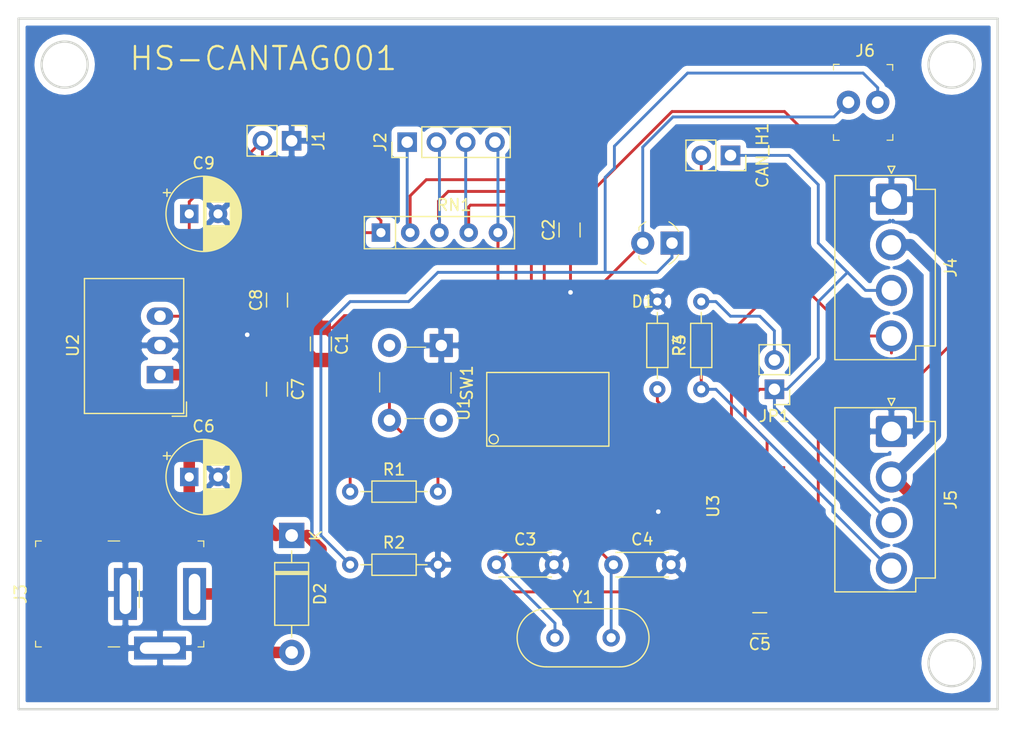
<source format=kicad_pcb>
(kicad_pcb (version 20171130) (host pcbnew "(5.1.2)-2")

  (general
    (thickness 1.6)
    (drawings 8)
    (tracks 254)
    (zones 0)
    (modules 29)
    (nets 27)
  )

  (page A4)
  (layers
    (0 F.Cu signal)
    (31 B.Cu signal)
    (32 B.Adhes user hide)
    (33 F.Adhes user hide)
    (34 B.Paste user)
    (35 F.Paste user)
    (36 B.SilkS user)
    (37 F.SilkS user)
    (38 B.Mask user)
    (39 F.Mask user)
    (40 Dwgs.User user hide)
    (41 Cmts.User user hide)
    (42 Eco1.User user hide)
    (43 Eco2.User user hide)
    (44 Edge.Cuts user)
    (45 Margin user hide)
    (46 B.CrtYd user hide)
    (47 F.CrtYd user)
    (48 B.Fab user hide)
    (49 F.Fab user hide)
  )

  (setup
    (last_trace_width 0.25)
    (trace_clearance 0.2)
    (zone_clearance 0.508)
    (zone_45_only no)
    (trace_min 0.2)
    (via_size 0.8)
    (via_drill 0.4)
    (via_min_size 0.4)
    (via_min_drill 0.3)
    (uvia_size 0.3)
    (uvia_drill 0.1)
    (uvias_allowed no)
    (uvia_min_size 0.2)
    (uvia_min_drill 0.1)
    (edge_width 0.05)
    (segment_width 0.2)
    (pcb_text_width 0.3)
    (pcb_text_size 1.5 1.5)
    (mod_edge_width 0.12)
    (mod_text_size 1 1)
    (mod_text_width 0.15)
    (pad_size 2 2)
    (pad_drill 1)
    (pad_to_mask_clearance 0.051)
    (solder_mask_min_width 0.25)
    (aux_axis_origin 0 0)
    (visible_elements 7FFFFFFF)
    (pcbplotparams
      (layerselection 0x090fc_ffffffff)
      (usegerberextensions true)
      (usegerberattributes false)
      (usegerberadvancedattributes false)
      (creategerberjobfile false)
      (excludeedgelayer true)
      (linewidth 0.100000)
      (plotframeref false)
      (viasonmask false)
      (mode 1)
      (useauxorigin false)
      (hpglpennumber 1)
      (hpglpenspeed 20)
      (hpglpendiameter 15.000000)
      (psnegative false)
      (psa4output false)
      (plotreference true)
      (plotvalue true)
      (plotinvisibletext false)
      (padsonsilk false)
      (subtractmaskfromsilk true)
      (outputformat 1)
      (mirror false)
      (drillshape 0)
      (scaleselection 1)
      (outputdirectory "../../../../Desktop/HS-CANTAG001/"))
  )

  (net 0 "")
  (net 1 +5V)
  (net 2 GNDPWR)
  (net 3 "Net-(C3-Pad1)")
  (net 4 "Net-(C4-Pad1)")
  (net 5 VCC)
  (net 6 "Net-(CAN_H1-Pad1)")
  (net 7 "Net-(CAN_H1-Pad2)")
  (net 8 "Net-(D1-Pad2)")
  (net 9 "Net-(D1-Pad1)")
  (net 10 "Net-(D2-Pad2)")
  (net 11 "Net-(J2-Pad1)")
  (net 12 "Net-(J2-Pad2)")
  (net 13 "Net-(J2-Pad3)")
  (net 14 "Net-(J2-Pad4)")
  (net 15 "Net-(JP1-Pad2)")
  (net 16 "Net-(R1-Pad2)")
  (net 17 "Net-(R3-Pad2)")
  (net 18 "Net-(U1-Pad6)")
  (net 19 "Net-(U1-Pad5)")
  (net 20 "Net-(U1-Pad4)")
  (net 21 "Net-(U1-Pad3)")
  (net 22 "Net-(U1-Pad2)")
  (net 23 "Net-(U1-Pad1)")
  (net 24 "Net-(U3-Pad5)")
  (net 25 "Net-(U1-Pad12)")
  (net 26 "Net-(U1-Pad10)")

  (net_class Default "これはデフォルトのネット クラスです。"
    (clearance 0.2)
    (trace_width 0.25)
    (via_dia 0.8)
    (via_drill 0.4)
    (uvia_dia 0.3)
    (uvia_drill 0.1)
    (add_net +5V)
    (add_net GNDPWR)
    (add_net "Net-(C3-Pad1)")
    (add_net "Net-(C4-Pad1)")
    (add_net "Net-(CAN_H1-Pad1)")
    (add_net "Net-(CAN_H1-Pad2)")
    (add_net "Net-(D1-Pad1)")
    (add_net "Net-(D1-Pad2)")
    (add_net "Net-(D2-Pad2)")
    (add_net "Net-(J2-Pad1)")
    (add_net "Net-(J2-Pad2)")
    (add_net "Net-(J2-Pad3)")
    (add_net "Net-(J2-Pad4)")
    (add_net "Net-(JP1-Pad2)")
    (add_net "Net-(R1-Pad2)")
    (add_net "Net-(R3-Pad2)")
    (add_net "Net-(U1-Pad1)")
    (add_net "Net-(U1-Pad10)")
    (add_net "Net-(U1-Pad12)")
    (add_net "Net-(U1-Pad2)")
    (add_net "Net-(U1-Pad3)")
    (add_net "Net-(U1-Pad4)")
    (add_net "Net-(U1-Pad5)")
    (add_net "Net-(U1-Pad6)")
    (add_net "Net-(U3-Pad5)")
    (add_net VCC)
  )

  (net_class power ""
    (clearance 0.2)
    (trace_width 0.4)
    (via_dia 0.8)
    (via_drill 0.4)
    (uvia_dia 0.3)
    (uvia_drill 0.1)
  )

  (module Connector_JST:JST_VH_B4P-VH_1x04_P3.96mm_Vertical (layer F.Cu) (tedit 5B774DBC) (tstamp 5D2CAF90)
    (at 178.99 80.81 270)
    (descr "JST VH series connector, B4P-VH (http://www.jst-mfg.com/product/pdf/eng/eVH.pdf), generated with kicad-footprint-generator")
    (tags "connector JST VH side entry")
    (path /5D2E158F)
    (fp_text reference J4 (at 5.94 -5.15 90) (layer F.SilkS)
      (effects (font (size 1 1) (thickness 0.15)))
    )
    (fp_text value CAN1 (at 5.94 5.25 90) (layer F.Fab)
      (effects (font (size 1 1) (thickness 0.15)))
    )
    (fp_text user %R (at 5.94 -3.75 90) (layer F.Fab)
      (effects (font (size 1 1) (thickness 0.15)))
    )
    (fp_line (start -2.86 -0.3) (end -2.26 0) (layer F.SilkS) (width 0.12))
    (fp_line (start -2.86 0.3) (end -2.86 -0.3) (layer F.SilkS) (width 0.12))
    (fp_line (start -2.26 0) (end -2.86 0.3) (layer F.SilkS) (width 0.12))
    (fp_line (start 13.94 4.91) (end -2.06 4.91) (layer F.SilkS) (width 0.12))
    (fp_line (start 13.94 -2.11) (end 13.94 4.91) (layer F.SilkS) (width 0.12))
    (fp_line (start 12.74 -2.11) (end 13.94 -2.11) (layer F.SilkS) (width 0.12))
    (fp_line (start 12.74 -3.81) (end 12.74 -2.11) (layer F.SilkS) (width 0.12))
    (fp_line (start -0.86 -3.81) (end 12.74 -3.81) (layer F.SilkS) (width 0.12))
    (fp_line (start -0.86 -2.11) (end -0.86 -3.81) (layer F.SilkS) (width 0.12))
    (fp_line (start -2.06 -2.11) (end -0.86 -2.11) (layer F.SilkS) (width 0.12))
    (fp_line (start -2.06 4.91) (end -2.06 -2.11) (layer F.SilkS) (width 0.12))
    (fp_line (start 14.33 -4.2) (end -2.45 -4.2) (layer F.CrtYd) (width 0.05))
    (fp_line (start 14.33 5.3) (end 14.33 -4.2) (layer F.CrtYd) (width 0.05))
    (fp_line (start -2.45 5.3) (end 14.33 5.3) (layer F.CrtYd) (width 0.05))
    (fp_line (start -2.45 -4.2) (end -2.45 5.3) (layer F.CrtYd) (width 0.05))
    (fp_line (start -1.95 1) (end -0.95 0) (layer F.Fab) (width 0.1))
    (fp_line (start -1.95 -1) (end -0.95 0) (layer F.Fab) (width 0.1))
    (fp_line (start 12.63 -3.7) (end 12.63 -2) (layer F.Fab) (width 0.1))
    (fp_line (start -0.75 -3.7) (end 12.63 -3.7) (layer F.Fab) (width 0.1))
    (fp_line (start -0.75 -2) (end -0.75 -3.7) (layer F.Fab) (width 0.1))
    (fp_line (start 13.83 -2) (end -1.95 -2) (layer F.Fab) (width 0.1))
    (fp_line (start 13.83 4.8) (end 13.83 -2) (layer F.Fab) (width 0.1))
    (fp_line (start -1.95 4.8) (end 13.83 4.8) (layer F.Fab) (width 0.1))
    (fp_line (start -1.95 -2) (end -1.95 4.8) (layer F.Fab) (width 0.1))
    (pad 4 thru_hole circle (at 11.88 0 270) (size 2.7 2.7) (drill 1.7) (layers *.Cu *.Mask)
      (net 7 "Net-(CAN_H1-Pad2)"))
    (pad 3 thru_hole circle (at 7.92 0 270) (size 2.7 2.7) (drill 1.7) (layers *.Cu *.Mask)
      (net 6 "Net-(CAN_H1-Pad1)"))
    (pad 2 thru_hole circle (at 3.96 0 270) (size 2.7 2.7) (drill 1.7) (layers *.Cu *.Mask)
      (net 5 VCC))
    (pad 1 thru_hole roundrect (at 0 0 270) (size 2.7 2.7) (drill 1.7) (layers *.Cu *.Mask) (roundrect_rratio 0.09259299999999999)
      (net 2 GNDPWR))
    (model ${KISYS3DMOD}/Connector_JST.3dshapes/JST_VH_B4P-VH_1x04_P3.96mm_Vertical.wrl
      (at (xyz 0 0 0))
      (scale (xyz 1 1 1))
      (rotate (xyz 0 0 0))
    )
  )

  (module Connector_JST:JST_VH_B4P-VH_1x04_P3.96mm_Vertical (layer F.Cu) (tedit 5B774DBC) (tstamp 5D2CAFB8)
    (at 178.99 100.98 270)
    (descr "JST VH series connector, B4P-VH (http://www.jst-mfg.com/product/pdf/eng/eVH.pdf), generated with kicad-footprint-generator")
    (tags "connector JST VH side entry")
    (path /5D2E1E88)
    (fp_text reference J5 (at 5.94 -5.15 90) (layer F.SilkS)
      (effects (font (size 1 1) (thickness 0.15)))
    )
    (fp_text value CAN2 (at 5.94 5.25 90) (layer F.Fab)
      (effects (font (size 1 1) (thickness 0.15)))
    )
    (fp_text user %R (at 5.94 -3.75 90) (layer F.Fab)
      (effects (font (size 1 1) (thickness 0.15)))
    )
    (fp_line (start -2.86 -0.3) (end -2.26 0) (layer F.SilkS) (width 0.12))
    (fp_line (start -2.86 0.3) (end -2.86 -0.3) (layer F.SilkS) (width 0.12))
    (fp_line (start -2.26 0) (end -2.86 0.3) (layer F.SilkS) (width 0.12))
    (fp_line (start 13.94 4.91) (end -2.06 4.91) (layer F.SilkS) (width 0.12))
    (fp_line (start 13.94 -2.11) (end 13.94 4.91) (layer F.SilkS) (width 0.12))
    (fp_line (start 12.74 -2.11) (end 13.94 -2.11) (layer F.SilkS) (width 0.12))
    (fp_line (start 12.74 -3.81) (end 12.74 -2.11) (layer F.SilkS) (width 0.12))
    (fp_line (start -0.86 -3.81) (end 12.74 -3.81) (layer F.SilkS) (width 0.12))
    (fp_line (start -0.86 -2.11) (end -0.86 -3.81) (layer F.SilkS) (width 0.12))
    (fp_line (start -2.06 -2.11) (end -0.86 -2.11) (layer F.SilkS) (width 0.12))
    (fp_line (start -2.06 4.91) (end -2.06 -2.11) (layer F.SilkS) (width 0.12))
    (fp_line (start 14.33 -4.2) (end -2.45 -4.2) (layer F.CrtYd) (width 0.05))
    (fp_line (start 14.33 5.3) (end 14.33 -4.2) (layer F.CrtYd) (width 0.05))
    (fp_line (start -2.45 5.3) (end 14.33 5.3) (layer F.CrtYd) (width 0.05))
    (fp_line (start -2.45 -4.2) (end -2.45 5.3) (layer F.CrtYd) (width 0.05))
    (fp_line (start -1.95 1) (end -0.95 0) (layer F.Fab) (width 0.1))
    (fp_line (start -1.95 -1) (end -0.95 0) (layer F.Fab) (width 0.1))
    (fp_line (start 12.63 -3.7) (end 12.63 -2) (layer F.Fab) (width 0.1))
    (fp_line (start -0.75 -3.7) (end 12.63 -3.7) (layer F.Fab) (width 0.1))
    (fp_line (start -0.75 -2) (end -0.75 -3.7) (layer F.Fab) (width 0.1))
    (fp_line (start 13.83 -2) (end -1.95 -2) (layer F.Fab) (width 0.1))
    (fp_line (start 13.83 4.8) (end 13.83 -2) (layer F.Fab) (width 0.1))
    (fp_line (start -1.95 4.8) (end 13.83 4.8) (layer F.Fab) (width 0.1))
    (fp_line (start -1.95 -2) (end -1.95 4.8) (layer F.Fab) (width 0.1))
    (pad 4 thru_hole circle (at 11.88 0 270) (size 2.7 2.7) (drill 1.7) (layers *.Cu *.Mask)
      (net 7 "Net-(CAN_H1-Pad2)"))
    (pad 3 thru_hole circle (at 7.92 0 270) (size 2.7 2.7) (drill 1.7) (layers *.Cu *.Mask)
      (net 6 "Net-(CAN_H1-Pad1)"))
    (pad 2 thru_hole circle (at 3.96 0 270) (size 2.7 2.7) (drill 1.7) (layers *.Cu *.Mask)
      (net 5 VCC))
    (pad 1 thru_hole roundrect (at 0 0 270) (size 2.7 2.7) (drill 1.7) (layers *.Cu *.Mask) (roundrect_rratio 0.09259299999999999)
      (net 2 GNDPWR))
    (model ${KISYS3DMOD}/Connector_JST.3dshapes/JST_VH_B4P-VH_1x04_P3.96mm_Vertical.wrl
      (at (xyz 0 0 0))
      (scale (xyz 1 1 1))
      (rotate (xyz 0 0 0))
    )
  )

  (module hotsprings-footprints:MCP2551_SMD (layer F.Cu) (tedit 5D2B1033) (tstamp 5D2CB0AB)
    (at 167.56 107.48 90)
    (descr MCP2551_SMD)
    (tags "SMD MCP 2551")
    (path /5D28885C)
    (attr smd)
    (fp_text reference U3 (at 0 -4.04 90) (layer F.SilkS)
      (effects (font (size 1 1) (thickness 0.15)))
    )
    (fp_text value MCP2551 (at 0 4.04 90) (layer F.Fab)
      (effects (font (size 1 1) (thickness 0.15)))
    )
    (fp_line (start -1.7 2.4) (end 1.7 2.4) (layer F.Fab) (width 0.12))
    (fp_line (start 1.7 -2.2) (end 1.7 2.4) (layer F.Fab) (width 0.12))
    (fp_line (start 1.7 2.4) (end 1.7 -2.2) (layer F.Fab) (width 0.12))
    (fp_line (start -1.7 2.4) (end -1.7 -2.2) (layer F.Fab) (width 0.12))
    (fp_arc (start 0 -2.2) (end 0 -1.6) (angle 90) (layer F.Fab) (width 0.12))
    (fp_arc (start 0 -2.2) (end 0.6 -2.2) (angle 90) (layer F.Fab) (width 0.12))
    (fp_line (start 0.6 -2.2) (end 1.7 -2.2) (layer F.Fab) (width 0.12))
    (fp_line (start -1.7 -2.2) (end -0.6 -2.2) (layer F.Fab) (width 0.12))
    (fp_line (start 3.6 -2.4) (end 3.6 2.6) (layer F.CrtYd) (width 0.05))
    (fp_line (start -3.6 -2.4) (end 3.6 -2.4) (layer F.CrtYd) (width 0.05))
    (fp_line (start -3.6 2.6) (end -3.6 -2.4) (layer F.CrtYd) (width 0.05))
    (fp_line (start 3.6 2.6) (end -3.6 2.6) (layer F.CrtYd) (width 0.05))
    (pad 8 smd rect (at 2.7 -1.905 90) (size 1.55 0.6) (layers F.Cu F.Paste F.Mask)
      (net 17 "Net-(R3-Pad2)"))
    (pad 1 smd rect (at -2.7 -1.905 90) (size 1.55 0.6) (layers F.Cu F.Paste F.Mask)
      (net 23 "Net-(U1-Pad1)"))
    (pad 7 smd rect (at 2.7 -0.635 90) (size 1.55 0.6) (layers F.Cu F.Paste F.Mask)
      (net 7 "Net-(CAN_H1-Pad2)"))
    (pad 2 smd rect (at -2.7 -0.635 90) (size 1.55 0.6) (layers F.Cu F.Paste F.Mask)
      (net 2 GNDPWR))
    (pad 6 smd rect (at 2.7 0.635 90) (size 1.55 0.6) (layers F.Cu F.Paste F.Mask)
      (net 6 "Net-(CAN_H1-Pad1)"))
    (pad 3 smd rect (at -2.7 0.635 90) (size 1.55 0.6) (layers F.Cu F.Paste F.Mask)
      (net 1 +5V))
    (pad 5 smd rect (at 2.7 1.905 90) (size 1.55 0.6) (layers F.Cu F.Paste F.Mask)
      (net 24 "Net-(U3-Pad5)"))
    (pad 4 smd rect (at -2.7 1.905 90) (size 1.55 0.6) (layers F.Cu F.Paste F.Mask)
      (net 22 "Net-(U1-Pad2)"))
  )

  (module Capacitor_THT:CP_Radial_D6.3mm_P2.50mm (layer F.Cu) (tedit 5D2C54E6) (tstamp 5D2CAEDB)
    (at 118.03 82.08)
    (descr "CP, Radial series, Radial, pin pitch=2.50mm, , diameter=6.3mm, Electrolytic Capacitor")
    (tags "CP Radial series Radial pin pitch 2.50mm  diameter 6.3mm Electrolytic Capacitor")
    (path /5D2FDD22)
    (fp_text reference C9 (at 1.25 -4.4) (layer F.SilkS)
      (effects (font (size 1 1) (thickness 0.15)))
    )
    (fp_text value 100uf (at 1.25 4.4) (layer F.Fab)
      (effects (font (size 1 1) (thickness 0.15)))
    )
    (fp_circle (center 1.25 0) (end 4.4 0) (layer F.Fab) (width 0.1))
    (fp_circle (center 1.25 0) (end 4.52 0) (layer F.SilkS) (width 0.12))
    (fp_circle (center 1.25 0) (end 4.65 0) (layer F.CrtYd) (width 0.05))
    (fp_line (start -1.443972 -1.3735) (end -0.813972 -1.3735) (layer F.Fab) (width 0.1))
    (fp_line (start -1.128972 -1.6885) (end -1.128972 -1.0585) (layer F.Fab) (width 0.1))
    (fp_line (start 1.25 -3.23) (end 1.25 3.23) (layer F.SilkS) (width 0.12))
    (fp_line (start 1.29 -3.23) (end 1.29 3.23) (layer F.SilkS) (width 0.12))
    (fp_line (start 1.33 -3.23) (end 1.33 3.23) (layer F.SilkS) (width 0.12))
    (fp_line (start 1.37 -3.228) (end 1.37 3.228) (layer F.SilkS) (width 0.12))
    (fp_line (start 1.41 -3.227) (end 1.41 3.227) (layer F.SilkS) (width 0.12))
    (fp_line (start 1.45 -3.224) (end 1.45 3.224) (layer F.SilkS) (width 0.12))
    (fp_line (start 1.49 -3.222) (end 1.49 -1.04) (layer F.SilkS) (width 0.12))
    (fp_line (start 1.49 1.04) (end 1.49 3.222) (layer F.SilkS) (width 0.12))
    (fp_line (start 1.53 -3.218) (end 1.53 -1.04) (layer F.SilkS) (width 0.12))
    (fp_line (start 1.53 1.04) (end 1.53 3.218) (layer F.SilkS) (width 0.12))
    (fp_line (start 1.57 -3.215) (end 1.57 -1.04) (layer F.SilkS) (width 0.12))
    (fp_line (start 1.57 1.04) (end 1.57 3.215) (layer F.SilkS) (width 0.12))
    (fp_line (start 1.61 -3.211) (end 1.61 -1.04) (layer F.SilkS) (width 0.12))
    (fp_line (start 1.61 1.04) (end 1.61 3.211) (layer F.SilkS) (width 0.12))
    (fp_line (start 1.65 -3.206) (end 1.65 -1.04) (layer F.SilkS) (width 0.12))
    (fp_line (start 1.65 1.04) (end 1.65 3.206) (layer F.SilkS) (width 0.12))
    (fp_line (start 1.69 -3.201) (end 1.69 -1.04) (layer F.SilkS) (width 0.12))
    (fp_line (start 1.69 1.04) (end 1.69 3.201) (layer F.SilkS) (width 0.12))
    (fp_line (start 1.73 -3.195) (end 1.73 -1.04) (layer F.SilkS) (width 0.12))
    (fp_line (start 1.73 1.04) (end 1.73 3.195) (layer F.SilkS) (width 0.12))
    (fp_line (start 1.77 -3.189) (end 1.77 -1.04) (layer F.SilkS) (width 0.12))
    (fp_line (start 1.77 1.04) (end 1.77 3.189) (layer F.SilkS) (width 0.12))
    (fp_line (start 1.81 -3.182) (end 1.81 -1.04) (layer F.SilkS) (width 0.12))
    (fp_line (start 1.81 1.04) (end 1.81 3.182) (layer F.SilkS) (width 0.12))
    (fp_line (start 1.85 -3.175) (end 1.85 -1.04) (layer F.SilkS) (width 0.12))
    (fp_line (start 1.85 1.04) (end 1.85 3.175) (layer F.SilkS) (width 0.12))
    (fp_line (start 1.89 -3.167) (end 1.89 -1.04) (layer F.SilkS) (width 0.12))
    (fp_line (start 1.89 1.04) (end 1.89 3.167) (layer F.SilkS) (width 0.12))
    (fp_line (start 1.93 -3.159) (end 1.93 -1.04) (layer F.SilkS) (width 0.12))
    (fp_line (start 1.93 1.04) (end 1.93 3.159) (layer F.SilkS) (width 0.12))
    (fp_line (start 1.971 -3.15) (end 1.971 -1.04) (layer F.SilkS) (width 0.12))
    (fp_line (start 1.971 1.04) (end 1.971 3.15) (layer F.SilkS) (width 0.12))
    (fp_line (start 2.011 -3.141) (end 2.011 -1.04) (layer F.SilkS) (width 0.12))
    (fp_line (start 2.011 1.04) (end 2.011 3.141) (layer F.SilkS) (width 0.12))
    (fp_line (start 2.051 -3.131) (end 2.051 -1.04) (layer F.SilkS) (width 0.12))
    (fp_line (start 2.051 1.04) (end 2.051 3.131) (layer F.SilkS) (width 0.12))
    (fp_line (start 2.091 -3.121) (end 2.091 -1.04) (layer F.SilkS) (width 0.12))
    (fp_line (start 2.091 1.04) (end 2.091 3.121) (layer F.SilkS) (width 0.12))
    (fp_line (start 2.131 -3.11) (end 2.131 -1.04) (layer F.SilkS) (width 0.12))
    (fp_line (start 2.131 1.04) (end 2.131 3.11) (layer F.SilkS) (width 0.12))
    (fp_line (start 2.171 -3.098) (end 2.171 -1.04) (layer F.SilkS) (width 0.12))
    (fp_line (start 2.171 1.04) (end 2.171 3.098) (layer F.SilkS) (width 0.12))
    (fp_line (start 2.211 -3.086) (end 2.211 -1.04) (layer F.SilkS) (width 0.12))
    (fp_line (start 2.211 1.04) (end 2.211 3.086) (layer F.SilkS) (width 0.12))
    (fp_line (start 2.251 -3.074) (end 2.251 -1.04) (layer F.SilkS) (width 0.12))
    (fp_line (start 2.251 1.04) (end 2.251 3.074) (layer F.SilkS) (width 0.12))
    (fp_line (start 2.291 -3.061) (end 2.291 -1.04) (layer F.SilkS) (width 0.12))
    (fp_line (start 2.291 1.04) (end 2.291 3.061) (layer F.SilkS) (width 0.12))
    (fp_line (start 2.331 -3.047) (end 2.331 -1.04) (layer F.SilkS) (width 0.12))
    (fp_line (start 2.331 1.04) (end 2.331 3.047) (layer F.SilkS) (width 0.12))
    (fp_line (start 2.371 -3.033) (end 2.371 -1.04) (layer F.SilkS) (width 0.12))
    (fp_line (start 2.371 1.04) (end 2.371 3.033) (layer F.SilkS) (width 0.12))
    (fp_line (start 2.411 -3.018) (end 2.411 -1.04) (layer F.SilkS) (width 0.12))
    (fp_line (start 2.411 1.04) (end 2.411 3.018) (layer F.SilkS) (width 0.12))
    (fp_line (start 2.451 -3.002) (end 2.451 -1.04) (layer F.SilkS) (width 0.12))
    (fp_line (start 2.451 1.04) (end 2.451 3.002) (layer F.SilkS) (width 0.12))
    (fp_line (start 2.491 -2.986) (end 2.491 -1.04) (layer F.SilkS) (width 0.12))
    (fp_line (start 2.491 1.04) (end 2.491 2.986) (layer F.SilkS) (width 0.12))
    (fp_line (start 2.531 -2.97) (end 2.531 -1.04) (layer F.SilkS) (width 0.12))
    (fp_line (start 2.531 1.04) (end 2.531 2.97) (layer F.SilkS) (width 0.12))
    (fp_line (start 2.571 -2.952) (end 2.571 -1.04) (layer F.SilkS) (width 0.12))
    (fp_line (start 2.571 1.04) (end 2.571 2.952) (layer F.SilkS) (width 0.12))
    (fp_line (start 2.611 -2.934) (end 2.611 -1.04) (layer F.SilkS) (width 0.12))
    (fp_line (start 2.611 1.04) (end 2.611 2.934) (layer F.SilkS) (width 0.12))
    (fp_line (start 2.651 -2.916) (end 2.651 -1.04) (layer F.SilkS) (width 0.12))
    (fp_line (start 2.651 1.04) (end 2.651 2.916) (layer F.SilkS) (width 0.12))
    (fp_line (start 2.691 -2.896) (end 2.691 -1.04) (layer F.SilkS) (width 0.12))
    (fp_line (start 2.691 1.04) (end 2.691 2.896) (layer F.SilkS) (width 0.12))
    (fp_line (start 2.731 -2.876) (end 2.731 -1.04) (layer F.SilkS) (width 0.12))
    (fp_line (start 2.731 1.04) (end 2.731 2.876) (layer F.SilkS) (width 0.12))
    (fp_line (start 2.771 -2.856) (end 2.771 -1.04) (layer F.SilkS) (width 0.12))
    (fp_line (start 2.771 1.04) (end 2.771 2.856) (layer F.SilkS) (width 0.12))
    (fp_line (start 2.811 -2.834) (end 2.811 -1.04) (layer F.SilkS) (width 0.12))
    (fp_line (start 2.811 1.04) (end 2.811 2.834) (layer F.SilkS) (width 0.12))
    (fp_line (start 2.851 -2.812) (end 2.851 -1.04) (layer F.SilkS) (width 0.12))
    (fp_line (start 2.851 1.04) (end 2.851 2.812) (layer F.SilkS) (width 0.12))
    (fp_line (start 2.891 -2.79) (end 2.891 -1.04) (layer F.SilkS) (width 0.12))
    (fp_line (start 2.891 1.04) (end 2.891 2.79) (layer F.SilkS) (width 0.12))
    (fp_line (start 2.931 -2.766) (end 2.931 -1.04) (layer F.SilkS) (width 0.12))
    (fp_line (start 2.931 1.04) (end 2.931 2.766) (layer F.SilkS) (width 0.12))
    (fp_line (start 2.971 -2.742) (end 2.971 -1.04) (layer F.SilkS) (width 0.12))
    (fp_line (start 2.971 1.04) (end 2.971 2.742) (layer F.SilkS) (width 0.12))
    (fp_line (start 3.011 -2.716) (end 3.011 -1.04) (layer F.SilkS) (width 0.12))
    (fp_line (start 3.011 1.04) (end 3.011 2.716) (layer F.SilkS) (width 0.12))
    (fp_line (start 3.051 -2.69) (end 3.051 -1.04) (layer F.SilkS) (width 0.12))
    (fp_line (start 3.051 1.04) (end 3.051 2.69) (layer F.SilkS) (width 0.12))
    (fp_line (start 3.091 -2.664) (end 3.091 -1.04) (layer F.SilkS) (width 0.12))
    (fp_line (start 3.091 1.04) (end 3.091 2.664) (layer F.SilkS) (width 0.12))
    (fp_line (start 3.131 -2.636) (end 3.131 -1.04) (layer F.SilkS) (width 0.12))
    (fp_line (start 3.131 1.04) (end 3.131 2.636) (layer F.SilkS) (width 0.12))
    (fp_line (start 3.171 -2.607) (end 3.171 -1.04) (layer F.SilkS) (width 0.12))
    (fp_line (start 3.171 1.04) (end 3.171 2.607) (layer F.SilkS) (width 0.12))
    (fp_line (start 3.211 -2.578) (end 3.211 -1.04) (layer F.SilkS) (width 0.12))
    (fp_line (start 3.211 1.04) (end 3.211 2.578) (layer F.SilkS) (width 0.12))
    (fp_line (start 3.251 -2.548) (end 3.251 -1.04) (layer F.SilkS) (width 0.12))
    (fp_line (start 3.251 1.04) (end 3.251 2.548) (layer F.SilkS) (width 0.12))
    (fp_line (start 3.291 -2.516) (end 3.291 -1.04) (layer F.SilkS) (width 0.12))
    (fp_line (start 3.291 1.04) (end 3.291 2.516) (layer F.SilkS) (width 0.12))
    (fp_line (start 3.331 -2.484) (end 3.331 -1.04) (layer F.SilkS) (width 0.12))
    (fp_line (start 3.331 1.04) (end 3.331 2.484) (layer F.SilkS) (width 0.12))
    (fp_line (start 3.371 -2.45) (end 3.371 -1.04) (layer F.SilkS) (width 0.12))
    (fp_line (start 3.371 1.04) (end 3.371 2.45) (layer F.SilkS) (width 0.12))
    (fp_line (start 3.411 -2.416) (end 3.411 -1.04) (layer F.SilkS) (width 0.12))
    (fp_line (start 3.411 1.04) (end 3.411 2.416) (layer F.SilkS) (width 0.12))
    (fp_line (start 3.451 -2.38) (end 3.451 -1.04) (layer F.SilkS) (width 0.12))
    (fp_line (start 3.451 1.04) (end 3.451 2.38) (layer F.SilkS) (width 0.12))
    (fp_line (start 3.491 -2.343) (end 3.491 -1.04) (layer F.SilkS) (width 0.12))
    (fp_line (start 3.491 1.04) (end 3.491 2.343) (layer F.SilkS) (width 0.12))
    (fp_line (start 3.531 -2.305) (end 3.531 -1.04) (layer F.SilkS) (width 0.12))
    (fp_line (start 3.531 1.04) (end 3.531 2.305) (layer F.SilkS) (width 0.12))
    (fp_line (start 3.571 -2.265) (end 3.571 2.265) (layer F.SilkS) (width 0.12))
    (fp_line (start 3.611 -2.224) (end 3.611 2.224) (layer F.SilkS) (width 0.12))
    (fp_line (start 3.651 -2.182) (end 3.651 2.182) (layer F.SilkS) (width 0.12))
    (fp_line (start 3.691 -2.137) (end 3.691 2.137) (layer F.SilkS) (width 0.12))
    (fp_line (start 3.731 -2.092) (end 3.731 2.092) (layer F.SilkS) (width 0.12))
    (fp_line (start 3.771 -2.044) (end 3.771 2.044) (layer F.SilkS) (width 0.12))
    (fp_line (start 3.811 -1.995) (end 3.811 1.995) (layer F.SilkS) (width 0.12))
    (fp_line (start 3.851 -1.944) (end 3.851 1.944) (layer F.SilkS) (width 0.12))
    (fp_line (start 3.891 -1.89) (end 3.891 1.89) (layer F.SilkS) (width 0.12))
    (fp_line (start 3.931 -1.834) (end 3.931 1.834) (layer F.SilkS) (width 0.12))
    (fp_line (start 3.971 -1.776) (end 3.971 1.776) (layer F.SilkS) (width 0.12))
    (fp_line (start 4.011 -1.714) (end 4.011 1.714) (layer F.SilkS) (width 0.12))
    (fp_line (start 4.051 -1.65) (end 4.051 1.65) (layer F.SilkS) (width 0.12))
    (fp_line (start 4.091 -1.581) (end 4.091 1.581) (layer F.SilkS) (width 0.12))
    (fp_line (start 4.131 -1.509) (end 4.131 1.509) (layer F.SilkS) (width 0.12))
    (fp_line (start 4.171 -1.432) (end 4.171 1.432) (layer F.SilkS) (width 0.12))
    (fp_line (start 4.211 -1.35) (end 4.211 1.35) (layer F.SilkS) (width 0.12))
    (fp_line (start 4.251 -1.262) (end 4.251 1.262) (layer F.SilkS) (width 0.12))
    (fp_line (start 4.291 -1.165) (end 4.291 1.165) (layer F.SilkS) (width 0.12))
    (fp_line (start 4.331 -1.059) (end 4.331 1.059) (layer F.SilkS) (width 0.12))
    (fp_line (start 4.371 -0.94) (end 4.371 0.94) (layer F.SilkS) (width 0.12))
    (fp_line (start 4.411 -0.802) (end 4.411 0.802) (layer F.SilkS) (width 0.12))
    (fp_line (start 4.451 -0.633) (end 4.451 0.633) (layer F.SilkS) (width 0.12))
    (fp_line (start 4.491 -0.402) (end 4.491 0.402) (layer F.SilkS) (width 0.12))
    (fp_line (start -2.250241 -1.839) (end -1.620241 -1.839) (layer F.SilkS) (width 0.12))
    (fp_line (start -1.935241 -2.154) (end -1.935241 -1.524) (layer F.SilkS) (width 0.12))
    (fp_text user %R (at 1.25 0) (layer F.Fab)
      (effects (font (size 1 1) (thickness 0.15)))
    )
    (pad 1 thru_hole rect (at 0 0) (size 1.6 1.6) (drill 0.8) (layers *.Cu *.Mask)
      (net 1 +5V))
    (pad 2 thru_hole circle (at 2.5 0) (size 1.6 1.6) (drill 0.8) (layers *.Cu *.Mask)
      (net 2 GNDPWR))
    (model ${KISYS3DMOD}/Capacitor_THT.3dshapes/CP_Radial_D6.3mm_P2.50mm.wrl
      (at (xyz 0 0 0))
      (scale (xyz 1 1 1))
      (rotate (xyz 0 0 0))
    )
  )

  (module digikey-footprints:Barrel_Jack_5.5mmODx2.1mmID_PJ-202A (layer F.Cu) (tedit 5CAD1432) (tstamp 5D2CAF68)
    (at 115.49 115.1 90)
    (path /5D4090D0)
    (fp_text reference J3 (at 0 -12.1 90) (layer F.SilkS)
      (effects (font (size 1 1) (thickness 0.15)))
    )
    (fp_text value Barrel_Jack (at 0 5.8 90) (layer F.Fab)
      (effects (font (size 1 1) (thickness 0.15)))
    )
    (fp_line (start -5.9 4.2) (end 4.8 4.2) (layer F.CrtYd) (width 0.05))
    (fp_line (start 4.8 -11) (end 4.8 4.2) (layer F.CrtYd) (width 0.05))
    (fp_line (start -5.9 -11) (end -5.9 4.2) (layer F.CrtYd) (width 0.05))
    (fp_line (start -5.9 -11) (end 4.8 -11) (layer F.CrtYd) (width 0.05))
    (fp_line (start 4.6 -3.5) (end 4.6 -4.5) (layer F.SilkS) (width 0.1))
    (fp_line (start -4.6 -3.5) (end -4.6 -4.5) (layer F.SilkS) (width 0.1))
    (fp_line (start 4.6 -10.8) (end 4.6 -10.3) (layer F.SilkS) (width 0.1))
    (fp_line (start 4.6 -10.8) (end 4.1 -10.8) (layer F.SilkS) (width 0.1))
    (fp_line (start -4.6 -10.8) (end -4.1 -10.8) (layer F.SilkS) (width 0.1))
    (fp_line (start -4.6 -10.8) (end -4.6 -10.3) (layer F.SilkS) (width 0.1))
    (fp_line (start -1.2 -1.8) (end 1.2 -1.8) (layer F.SilkS) (width 0.1))
    (fp_line (start -4.6 3.8) (end -4.6 3.3) (layer F.SilkS) (width 0.1))
    (fp_line (start -4.6 3.8) (end -4.1 3.8) (layer F.SilkS) (width 0.1))
    (fp_line (start 4.6 3.8) (end 4.6 3.3) (layer F.SilkS) (width 0.1))
    (fp_line (start 4.6 3.8) (end 4.1 3.8) (layer F.SilkS) (width 0.1))
    (fp_line (start -4.5 -10.7) (end 4.5 -10.7) (layer F.Fab) (width 0.1))
    (fp_line (start 4.5 3.7) (end 4.5 -10.7) (layer F.Fab) (width 0.1))
    (fp_line (start -4.5 3.7) (end -4.5 -10.7) (layer F.Fab) (width 0.1))
    (fp_line (start -4.5 3.7) (end 4.5 3.7) (layer F.Fab) (width 0.1))
    (pad 3 thru_hole rect (at -4.7 0 90) (size 2 4.5) (drill oval 1 3.5) (layers *.Cu *.Mask)
      (net 2 GNDPWR))
    (pad 1 thru_hole rect (at 0 3 90) (size 4.5 2) (drill oval 3.5 1) (layers *.Cu *.Mask)
      (net 10 "Net-(D2-Pad2)"))
    (pad 2 thru_hole rect (at 0 -3 90) (size 4.5 2) (drill oval 3.5 1) (layers *.Cu *.Mask)
      (net 2 GNDPWR))
  )

  (module Capacitor_SMD:C_1206_3216Metric (layer F.Cu) (tedit 5B301BBE) (tstamp 5D2CAD45)
    (at 129.46 93.38 270)
    (descr "Capacitor SMD 1206 (3216 Metric), square (rectangular) end terminal, IPC_7351 nominal, (Body size source: http://www.tortai-tech.com/upload/download/2011102023233369053.pdf), generated with kicad-footprint-generator")
    (tags capacitor)
    (path /5D28F2EA)
    (attr smd)
    (fp_text reference C1 (at 0 -1.82 90) (layer F.SilkS)
      (effects (font (size 1 1) (thickness 0.15)))
    )
    (fp_text value 10uf (at 0 1.82 90) (layer F.Fab)
      (effects (font (size 1 1) (thickness 0.15)))
    )
    (fp_line (start -1.6 0.8) (end -1.6 -0.8) (layer F.Fab) (width 0.1))
    (fp_line (start -1.6 -0.8) (end 1.6 -0.8) (layer F.Fab) (width 0.1))
    (fp_line (start 1.6 -0.8) (end 1.6 0.8) (layer F.Fab) (width 0.1))
    (fp_line (start 1.6 0.8) (end -1.6 0.8) (layer F.Fab) (width 0.1))
    (fp_line (start -0.602064 -0.91) (end 0.602064 -0.91) (layer F.SilkS) (width 0.12))
    (fp_line (start -0.602064 0.91) (end 0.602064 0.91) (layer F.SilkS) (width 0.12))
    (fp_line (start -2.28 1.12) (end -2.28 -1.12) (layer F.CrtYd) (width 0.05))
    (fp_line (start -2.28 -1.12) (end 2.28 -1.12) (layer F.CrtYd) (width 0.05))
    (fp_line (start 2.28 -1.12) (end 2.28 1.12) (layer F.CrtYd) (width 0.05))
    (fp_line (start 2.28 1.12) (end -2.28 1.12) (layer F.CrtYd) (width 0.05))
    (fp_text user %R (at 0 0 90) (layer F.Fab)
      (effects (font (size 0.8 0.8) (thickness 0.12)))
    )
    (pad 1 smd roundrect (at -1.4 0 270) (size 1.25 1.75) (layers F.Cu F.Paste F.Mask) (roundrect_rratio 0.2)
      (net 1 +5V))
    (pad 2 smd roundrect (at 1.4 0 270) (size 1.25 1.75) (layers F.Cu F.Paste F.Mask) (roundrect_rratio 0.2)
      (net 2 GNDPWR))
    (model ${KISYS3DMOD}/Capacitor_SMD.3dshapes/C_1206_3216Metric.wrl
      (at (xyz 0 0 0))
      (scale (xyz 1 1 1))
      (rotate (xyz 0 0 0))
    )
  )

  (module Capacitor_SMD:C_1206_3216Metric (layer F.Cu) (tedit 5B301BBE) (tstamp 5D2CAD56)
    (at 151.05 83.48 90)
    (descr "Capacitor SMD 1206 (3216 Metric), square (rectangular) end terminal, IPC_7351 nominal, (Body size source: http://www.tortai-tech.com/upload/download/2011102023233369053.pdf), generated with kicad-footprint-generator")
    (tags capacitor)
    (path /5D28F77E)
    (attr smd)
    (fp_text reference C2 (at 0 -1.82 90) (layer F.SilkS)
      (effects (font (size 1 1) (thickness 0.15)))
    )
    (fp_text value 0.1uf (at 0 1.82 90) (layer F.Fab)
      (effects (font (size 1 1) (thickness 0.15)))
    )
    (fp_text user %R (at 0 0 90) (layer F.Fab)
      (effects (font (size 0.8 0.8) (thickness 0.12)))
    )
    (fp_line (start 2.28 1.12) (end -2.28 1.12) (layer F.CrtYd) (width 0.05))
    (fp_line (start 2.28 -1.12) (end 2.28 1.12) (layer F.CrtYd) (width 0.05))
    (fp_line (start -2.28 -1.12) (end 2.28 -1.12) (layer F.CrtYd) (width 0.05))
    (fp_line (start -2.28 1.12) (end -2.28 -1.12) (layer F.CrtYd) (width 0.05))
    (fp_line (start -0.602064 0.91) (end 0.602064 0.91) (layer F.SilkS) (width 0.12))
    (fp_line (start -0.602064 -0.91) (end 0.602064 -0.91) (layer F.SilkS) (width 0.12))
    (fp_line (start 1.6 0.8) (end -1.6 0.8) (layer F.Fab) (width 0.1))
    (fp_line (start 1.6 -0.8) (end 1.6 0.8) (layer F.Fab) (width 0.1))
    (fp_line (start -1.6 -0.8) (end 1.6 -0.8) (layer F.Fab) (width 0.1))
    (fp_line (start -1.6 0.8) (end -1.6 -0.8) (layer F.Fab) (width 0.1))
    (pad 2 smd roundrect (at 1.4 0 90) (size 1.25 1.75) (layers F.Cu F.Paste F.Mask) (roundrect_rratio 0.2)
      (net 1 +5V))
    (pad 1 smd roundrect (at -1.4 0 90) (size 1.25 1.75) (layers F.Cu F.Paste F.Mask) (roundrect_rratio 0.2)
      (net 2 GNDPWR))
    (model ${KISYS3DMOD}/Capacitor_SMD.3dshapes/C_1206_3216Metric.wrl
      (at (xyz 0 0 0))
      (scale (xyz 1 1 1))
      (rotate (xyz 0 0 0))
    )
  )

  (module Capacitor_THT:C_Disc_D4.3mm_W1.9mm_P5.00mm (layer F.Cu) (tedit 5AE50EF0) (tstamp 5D2CAD6B)
    (at 144.7 112.56)
    (descr "C, Disc series, Radial, pin pitch=5.00mm, , diameter*width=4.3*1.9mm^2, Capacitor, http://www.vishay.com/docs/45233/krseries.pdf")
    (tags "C Disc series Radial pin pitch 5.00mm  diameter 4.3mm width 1.9mm Capacitor")
    (path /5D28FCAF)
    (fp_text reference C3 (at 2.5 -2.2) (layer F.SilkS)
      (effects (font (size 1 1) (thickness 0.15)))
    )
    (fp_text value 15pf (at 2.5 2.2) (layer F.Fab)
      (effects (font (size 1 1) (thickness 0.15)))
    )
    (fp_line (start 0.35 -0.95) (end 0.35 0.95) (layer F.Fab) (width 0.1))
    (fp_line (start 0.35 0.95) (end 4.65 0.95) (layer F.Fab) (width 0.1))
    (fp_line (start 4.65 0.95) (end 4.65 -0.95) (layer F.Fab) (width 0.1))
    (fp_line (start 4.65 -0.95) (end 0.35 -0.95) (layer F.Fab) (width 0.1))
    (fp_line (start 0.23 -1.07) (end 4.77 -1.07) (layer F.SilkS) (width 0.12))
    (fp_line (start 0.23 1.07) (end 4.77 1.07) (layer F.SilkS) (width 0.12))
    (fp_line (start 0.23 -1.07) (end 0.23 -1.055) (layer F.SilkS) (width 0.12))
    (fp_line (start 0.23 1.055) (end 0.23 1.07) (layer F.SilkS) (width 0.12))
    (fp_line (start 4.77 -1.07) (end 4.77 -1.055) (layer F.SilkS) (width 0.12))
    (fp_line (start 4.77 1.055) (end 4.77 1.07) (layer F.SilkS) (width 0.12))
    (fp_line (start -1.05 -1.2) (end -1.05 1.2) (layer F.CrtYd) (width 0.05))
    (fp_line (start -1.05 1.2) (end 6.05 1.2) (layer F.CrtYd) (width 0.05))
    (fp_line (start 6.05 1.2) (end 6.05 -1.2) (layer F.CrtYd) (width 0.05))
    (fp_line (start 6.05 -1.2) (end -1.05 -1.2) (layer F.CrtYd) (width 0.05))
    (fp_text user %R (at 2.5 0) (layer F.Fab)
      (effects (font (size 0.86 0.86) (thickness 0.129)))
    )
    (pad 1 thru_hole circle (at 0 0) (size 1.6 1.6) (drill 0.8) (layers *.Cu *.Mask)
      (net 3 "Net-(C3-Pad1)"))
    (pad 2 thru_hole circle (at 5 0) (size 1.6 1.6) (drill 0.8) (layers *.Cu *.Mask)
      (net 2 GNDPWR))
    (model ${KISYS3DMOD}/Capacitor_THT.3dshapes/C_Disc_D4.3mm_W1.9mm_P5.00mm.wrl
      (at (xyz 0 0 0))
      (scale (xyz 1 1 1))
      (rotate (xyz 0 0 0))
    )
  )

  (module Capacitor_THT:C_Disc_D4.3mm_W1.9mm_P5.00mm (layer F.Cu) (tedit 5AE50EF0) (tstamp 5D2CAD80)
    (at 154.86 112.56)
    (descr "C, Disc series, Radial, pin pitch=5.00mm, , diameter*width=4.3*1.9mm^2, Capacitor, http://www.vishay.com/docs/45233/krseries.pdf")
    (tags "C Disc series Radial pin pitch 5.00mm  diameter 4.3mm width 1.9mm Capacitor")
    (path /5D290167)
    (fp_text reference C4 (at 2.5 -2.2) (layer F.SilkS)
      (effects (font (size 1 1) (thickness 0.15)))
    )
    (fp_text value 15pf (at 2.5 2.2) (layer F.Fab)
      (effects (font (size 1 1) (thickness 0.15)))
    )
    (fp_text user %R (at 2.5 0) (layer F.Fab)
      (effects (font (size 0.86 0.86) (thickness 0.129)))
    )
    (fp_line (start 6.05 -1.2) (end -1.05 -1.2) (layer F.CrtYd) (width 0.05))
    (fp_line (start 6.05 1.2) (end 6.05 -1.2) (layer F.CrtYd) (width 0.05))
    (fp_line (start -1.05 1.2) (end 6.05 1.2) (layer F.CrtYd) (width 0.05))
    (fp_line (start -1.05 -1.2) (end -1.05 1.2) (layer F.CrtYd) (width 0.05))
    (fp_line (start 4.77 1.055) (end 4.77 1.07) (layer F.SilkS) (width 0.12))
    (fp_line (start 4.77 -1.07) (end 4.77 -1.055) (layer F.SilkS) (width 0.12))
    (fp_line (start 0.23 1.055) (end 0.23 1.07) (layer F.SilkS) (width 0.12))
    (fp_line (start 0.23 -1.07) (end 0.23 -1.055) (layer F.SilkS) (width 0.12))
    (fp_line (start 0.23 1.07) (end 4.77 1.07) (layer F.SilkS) (width 0.12))
    (fp_line (start 0.23 -1.07) (end 4.77 -1.07) (layer F.SilkS) (width 0.12))
    (fp_line (start 4.65 -0.95) (end 0.35 -0.95) (layer F.Fab) (width 0.1))
    (fp_line (start 4.65 0.95) (end 4.65 -0.95) (layer F.Fab) (width 0.1))
    (fp_line (start 0.35 0.95) (end 4.65 0.95) (layer F.Fab) (width 0.1))
    (fp_line (start 0.35 -0.95) (end 0.35 0.95) (layer F.Fab) (width 0.1))
    (pad 2 thru_hole circle (at 5 0) (size 1.6 1.6) (drill 0.8) (layers *.Cu *.Mask)
      (net 2 GNDPWR))
    (pad 1 thru_hole circle (at 0 0) (size 1.6 1.6) (drill 0.8) (layers *.Cu *.Mask)
      (net 4 "Net-(C4-Pad1)"))
    (model ${KISYS3DMOD}/Capacitor_THT.3dshapes/C_Disc_D4.3mm_W1.9mm_P5.00mm.wrl
      (at (xyz 0 0 0))
      (scale (xyz 1 1 1))
      (rotate (xyz 0 0 0))
    )
  )

  (module Capacitor_SMD:C_1206_3216Metric (layer F.Cu) (tedit 5B301BBE) (tstamp 5D2CAD91)
    (at 167.56 117.64 180)
    (descr "Capacitor SMD 1206 (3216 Metric), square (rectangular) end terminal, IPC_7351 nominal, (Body size source: http://www.tortai-tech.com/upload/download/2011102023233369053.pdf), generated with kicad-footprint-generator")
    (tags capacitor)
    (path /5D291214)
    (attr smd)
    (fp_text reference C5 (at 0 -1.82) (layer F.SilkS)
      (effects (font (size 1 1) (thickness 0.15)))
    )
    (fp_text value 0.1uf (at 0 1.82) (layer F.Fab)
      (effects (font (size 1 1) (thickness 0.15)))
    )
    (fp_line (start -1.6 0.8) (end -1.6 -0.8) (layer F.Fab) (width 0.1))
    (fp_line (start -1.6 -0.8) (end 1.6 -0.8) (layer F.Fab) (width 0.1))
    (fp_line (start 1.6 -0.8) (end 1.6 0.8) (layer F.Fab) (width 0.1))
    (fp_line (start 1.6 0.8) (end -1.6 0.8) (layer F.Fab) (width 0.1))
    (fp_line (start -0.602064 -0.91) (end 0.602064 -0.91) (layer F.SilkS) (width 0.12))
    (fp_line (start -0.602064 0.91) (end 0.602064 0.91) (layer F.SilkS) (width 0.12))
    (fp_line (start -2.28 1.12) (end -2.28 -1.12) (layer F.CrtYd) (width 0.05))
    (fp_line (start -2.28 -1.12) (end 2.28 -1.12) (layer F.CrtYd) (width 0.05))
    (fp_line (start 2.28 -1.12) (end 2.28 1.12) (layer F.CrtYd) (width 0.05))
    (fp_line (start 2.28 1.12) (end -2.28 1.12) (layer F.CrtYd) (width 0.05))
    (fp_text user %R (at 0 0) (layer F.Fab)
      (effects (font (size 0.8 0.8) (thickness 0.12)))
    )
    (pad 1 smd roundrect (at -1.4 0 180) (size 1.25 1.75) (layers F.Cu F.Paste F.Mask) (roundrect_rratio 0.2)
      (net 1 +5V))
    (pad 2 smd roundrect (at 1.4 0 180) (size 1.25 1.75) (layers F.Cu F.Paste F.Mask) (roundrect_rratio 0.2)
      (net 2 GNDPWR))
    (model ${KISYS3DMOD}/Capacitor_SMD.3dshapes/C_1206_3216Metric.wrl
      (at (xyz 0 0 0))
      (scale (xyz 1 1 1))
      (rotate (xyz 0 0 0))
    )
  )

  (module Capacitor_THT:CP_Radial_D6.3mm_P2.50mm (layer F.Cu) (tedit 5D2C5501) (tstamp 5D2CAE25)
    (at 118.03 104.94)
    (descr "CP, Radial series, Radial, pin pitch=2.50mm, , diameter=6.3mm, Electrolytic Capacitor")
    (tags "CP Radial series Radial pin pitch 2.50mm  diameter 6.3mm Electrolytic Capacitor")
    (path /5D364A2E)
    (fp_text reference C6 (at 1.25 -4.4) (layer F.SilkS)
      (effects (font (size 1 1) (thickness 0.15)))
    )
    (fp_text value 100uf (at 1.25 4.4) (layer F.Fab)
      (effects (font (size 1 1) (thickness 0.15)))
    )
    (fp_text user %R (at 1.25 0) (layer F.Fab)
      (effects (font (size 1 1) (thickness 0.15)))
    )
    (fp_line (start -1.935241 -2.154) (end -1.935241 -1.524) (layer F.SilkS) (width 0.12))
    (fp_line (start -2.250241 -1.839) (end -1.620241 -1.839) (layer F.SilkS) (width 0.12))
    (fp_line (start 4.491 -0.402) (end 4.491 0.402) (layer F.SilkS) (width 0.12))
    (fp_line (start 4.451 -0.633) (end 4.451 0.633) (layer F.SilkS) (width 0.12))
    (fp_line (start 4.411 -0.802) (end 4.411 0.802) (layer F.SilkS) (width 0.12))
    (fp_line (start 4.371 -0.94) (end 4.371 0.94) (layer F.SilkS) (width 0.12))
    (fp_line (start 4.331 -1.059) (end 4.331 1.059) (layer F.SilkS) (width 0.12))
    (fp_line (start 4.291 -1.165) (end 4.291 1.165) (layer F.SilkS) (width 0.12))
    (fp_line (start 4.251 -1.262) (end 4.251 1.262) (layer F.SilkS) (width 0.12))
    (fp_line (start 4.211 -1.35) (end 4.211 1.35) (layer F.SilkS) (width 0.12))
    (fp_line (start 4.171 -1.432) (end 4.171 1.432) (layer F.SilkS) (width 0.12))
    (fp_line (start 4.131 -1.509) (end 4.131 1.509) (layer F.SilkS) (width 0.12))
    (fp_line (start 4.091 -1.581) (end 4.091 1.581) (layer F.SilkS) (width 0.12))
    (fp_line (start 4.051 -1.65) (end 4.051 1.65) (layer F.SilkS) (width 0.12))
    (fp_line (start 4.011 -1.714) (end 4.011 1.714) (layer F.SilkS) (width 0.12))
    (fp_line (start 3.971 -1.776) (end 3.971 1.776) (layer F.SilkS) (width 0.12))
    (fp_line (start 3.931 -1.834) (end 3.931 1.834) (layer F.SilkS) (width 0.12))
    (fp_line (start 3.891 -1.89) (end 3.891 1.89) (layer F.SilkS) (width 0.12))
    (fp_line (start 3.851 -1.944) (end 3.851 1.944) (layer F.SilkS) (width 0.12))
    (fp_line (start 3.811 -1.995) (end 3.811 1.995) (layer F.SilkS) (width 0.12))
    (fp_line (start 3.771 -2.044) (end 3.771 2.044) (layer F.SilkS) (width 0.12))
    (fp_line (start 3.731 -2.092) (end 3.731 2.092) (layer F.SilkS) (width 0.12))
    (fp_line (start 3.691 -2.137) (end 3.691 2.137) (layer F.SilkS) (width 0.12))
    (fp_line (start 3.651 -2.182) (end 3.651 2.182) (layer F.SilkS) (width 0.12))
    (fp_line (start 3.611 -2.224) (end 3.611 2.224) (layer F.SilkS) (width 0.12))
    (fp_line (start 3.571 -2.265) (end 3.571 2.265) (layer F.SilkS) (width 0.12))
    (fp_line (start 3.531 1.04) (end 3.531 2.305) (layer F.SilkS) (width 0.12))
    (fp_line (start 3.531 -2.305) (end 3.531 -1.04) (layer F.SilkS) (width 0.12))
    (fp_line (start 3.491 1.04) (end 3.491 2.343) (layer F.SilkS) (width 0.12))
    (fp_line (start 3.491 -2.343) (end 3.491 -1.04) (layer F.SilkS) (width 0.12))
    (fp_line (start 3.451 1.04) (end 3.451 2.38) (layer F.SilkS) (width 0.12))
    (fp_line (start 3.451 -2.38) (end 3.451 -1.04) (layer F.SilkS) (width 0.12))
    (fp_line (start 3.411 1.04) (end 3.411 2.416) (layer F.SilkS) (width 0.12))
    (fp_line (start 3.411 -2.416) (end 3.411 -1.04) (layer F.SilkS) (width 0.12))
    (fp_line (start 3.371 1.04) (end 3.371 2.45) (layer F.SilkS) (width 0.12))
    (fp_line (start 3.371 -2.45) (end 3.371 -1.04) (layer F.SilkS) (width 0.12))
    (fp_line (start 3.331 1.04) (end 3.331 2.484) (layer F.SilkS) (width 0.12))
    (fp_line (start 3.331 -2.484) (end 3.331 -1.04) (layer F.SilkS) (width 0.12))
    (fp_line (start 3.291 1.04) (end 3.291 2.516) (layer F.SilkS) (width 0.12))
    (fp_line (start 3.291 -2.516) (end 3.291 -1.04) (layer F.SilkS) (width 0.12))
    (fp_line (start 3.251 1.04) (end 3.251 2.548) (layer F.SilkS) (width 0.12))
    (fp_line (start 3.251 -2.548) (end 3.251 -1.04) (layer F.SilkS) (width 0.12))
    (fp_line (start 3.211 1.04) (end 3.211 2.578) (layer F.SilkS) (width 0.12))
    (fp_line (start 3.211 -2.578) (end 3.211 -1.04) (layer F.SilkS) (width 0.12))
    (fp_line (start 3.171 1.04) (end 3.171 2.607) (layer F.SilkS) (width 0.12))
    (fp_line (start 3.171 -2.607) (end 3.171 -1.04) (layer F.SilkS) (width 0.12))
    (fp_line (start 3.131 1.04) (end 3.131 2.636) (layer F.SilkS) (width 0.12))
    (fp_line (start 3.131 -2.636) (end 3.131 -1.04) (layer F.SilkS) (width 0.12))
    (fp_line (start 3.091 1.04) (end 3.091 2.664) (layer F.SilkS) (width 0.12))
    (fp_line (start 3.091 -2.664) (end 3.091 -1.04) (layer F.SilkS) (width 0.12))
    (fp_line (start 3.051 1.04) (end 3.051 2.69) (layer F.SilkS) (width 0.12))
    (fp_line (start 3.051 -2.69) (end 3.051 -1.04) (layer F.SilkS) (width 0.12))
    (fp_line (start 3.011 1.04) (end 3.011 2.716) (layer F.SilkS) (width 0.12))
    (fp_line (start 3.011 -2.716) (end 3.011 -1.04) (layer F.SilkS) (width 0.12))
    (fp_line (start 2.971 1.04) (end 2.971 2.742) (layer F.SilkS) (width 0.12))
    (fp_line (start 2.971 -2.742) (end 2.971 -1.04) (layer F.SilkS) (width 0.12))
    (fp_line (start 2.931 1.04) (end 2.931 2.766) (layer F.SilkS) (width 0.12))
    (fp_line (start 2.931 -2.766) (end 2.931 -1.04) (layer F.SilkS) (width 0.12))
    (fp_line (start 2.891 1.04) (end 2.891 2.79) (layer F.SilkS) (width 0.12))
    (fp_line (start 2.891 -2.79) (end 2.891 -1.04) (layer F.SilkS) (width 0.12))
    (fp_line (start 2.851 1.04) (end 2.851 2.812) (layer F.SilkS) (width 0.12))
    (fp_line (start 2.851 -2.812) (end 2.851 -1.04) (layer F.SilkS) (width 0.12))
    (fp_line (start 2.811 1.04) (end 2.811 2.834) (layer F.SilkS) (width 0.12))
    (fp_line (start 2.811 -2.834) (end 2.811 -1.04) (layer F.SilkS) (width 0.12))
    (fp_line (start 2.771 1.04) (end 2.771 2.856) (layer F.SilkS) (width 0.12))
    (fp_line (start 2.771 -2.856) (end 2.771 -1.04) (layer F.SilkS) (width 0.12))
    (fp_line (start 2.731 1.04) (end 2.731 2.876) (layer F.SilkS) (width 0.12))
    (fp_line (start 2.731 -2.876) (end 2.731 -1.04) (layer F.SilkS) (width 0.12))
    (fp_line (start 2.691 1.04) (end 2.691 2.896) (layer F.SilkS) (width 0.12))
    (fp_line (start 2.691 -2.896) (end 2.691 -1.04) (layer F.SilkS) (width 0.12))
    (fp_line (start 2.651 1.04) (end 2.651 2.916) (layer F.SilkS) (width 0.12))
    (fp_line (start 2.651 -2.916) (end 2.651 -1.04) (layer F.SilkS) (width 0.12))
    (fp_line (start 2.611 1.04) (end 2.611 2.934) (layer F.SilkS) (width 0.12))
    (fp_line (start 2.611 -2.934) (end 2.611 -1.04) (layer F.SilkS) (width 0.12))
    (fp_line (start 2.571 1.04) (end 2.571 2.952) (layer F.SilkS) (width 0.12))
    (fp_line (start 2.571 -2.952) (end 2.571 -1.04) (layer F.SilkS) (width 0.12))
    (fp_line (start 2.531 1.04) (end 2.531 2.97) (layer F.SilkS) (width 0.12))
    (fp_line (start 2.531 -2.97) (end 2.531 -1.04) (layer F.SilkS) (width 0.12))
    (fp_line (start 2.491 1.04) (end 2.491 2.986) (layer F.SilkS) (width 0.12))
    (fp_line (start 2.491 -2.986) (end 2.491 -1.04) (layer F.SilkS) (width 0.12))
    (fp_line (start 2.451 1.04) (end 2.451 3.002) (layer F.SilkS) (width 0.12))
    (fp_line (start 2.451 -3.002) (end 2.451 -1.04) (layer F.SilkS) (width 0.12))
    (fp_line (start 2.411 1.04) (end 2.411 3.018) (layer F.SilkS) (width 0.12))
    (fp_line (start 2.411 -3.018) (end 2.411 -1.04) (layer F.SilkS) (width 0.12))
    (fp_line (start 2.371 1.04) (end 2.371 3.033) (layer F.SilkS) (width 0.12))
    (fp_line (start 2.371 -3.033) (end 2.371 -1.04) (layer F.SilkS) (width 0.12))
    (fp_line (start 2.331 1.04) (end 2.331 3.047) (layer F.SilkS) (width 0.12))
    (fp_line (start 2.331 -3.047) (end 2.331 -1.04) (layer F.SilkS) (width 0.12))
    (fp_line (start 2.291 1.04) (end 2.291 3.061) (layer F.SilkS) (width 0.12))
    (fp_line (start 2.291 -3.061) (end 2.291 -1.04) (layer F.SilkS) (width 0.12))
    (fp_line (start 2.251 1.04) (end 2.251 3.074) (layer F.SilkS) (width 0.12))
    (fp_line (start 2.251 -3.074) (end 2.251 -1.04) (layer F.SilkS) (width 0.12))
    (fp_line (start 2.211 1.04) (end 2.211 3.086) (layer F.SilkS) (width 0.12))
    (fp_line (start 2.211 -3.086) (end 2.211 -1.04) (layer F.SilkS) (width 0.12))
    (fp_line (start 2.171 1.04) (end 2.171 3.098) (layer F.SilkS) (width 0.12))
    (fp_line (start 2.171 -3.098) (end 2.171 -1.04) (layer F.SilkS) (width 0.12))
    (fp_line (start 2.131 1.04) (end 2.131 3.11) (layer F.SilkS) (width 0.12))
    (fp_line (start 2.131 -3.11) (end 2.131 -1.04) (layer F.SilkS) (width 0.12))
    (fp_line (start 2.091 1.04) (end 2.091 3.121) (layer F.SilkS) (width 0.12))
    (fp_line (start 2.091 -3.121) (end 2.091 -1.04) (layer F.SilkS) (width 0.12))
    (fp_line (start 2.051 1.04) (end 2.051 3.131) (layer F.SilkS) (width 0.12))
    (fp_line (start 2.051 -3.131) (end 2.051 -1.04) (layer F.SilkS) (width 0.12))
    (fp_line (start 2.011 1.04) (end 2.011 3.141) (layer F.SilkS) (width 0.12))
    (fp_line (start 2.011 -3.141) (end 2.011 -1.04) (layer F.SilkS) (width 0.12))
    (fp_line (start 1.971 1.04) (end 1.971 3.15) (layer F.SilkS) (width 0.12))
    (fp_line (start 1.971 -3.15) (end 1.971 -1.04) (layer F.SilkS) (width 0.12))
    (fp_line (start 1.93 1.04) (end 1.93 3.159) (layer F.SilkS) (width 0.12))
    (fp_line (start 1.93 -3.159) (end 1.93 -1.04) (layer F.SilkS) (width 0.12))
    (fp_line (start 1.89 1.04) (end 1.89 3.167) (layer F.SilkS) (width 0.12))
    (fp_line (start 1.89 -3.167) (end 1.89 -1.04) (layer F.SilkS) (width 0.12))
    (fp_line (start 1.85 1.04) (end 1.85 3.175) (layer F.SilkS) (width 0.12))
    (fp_line (start 1.85 -3.175) (end 1.85 -1.04) (layer F.SilkS) (width 0.12))
    (fp_line (start 1.81 1.04) (end 1.81 3.182) (layer F.SilkS) (width 0.12))
    (fp_line (start 1.81 -3.182) (end 1.81 -1.04) (layer F.SilkS) (width 0.12))
    (fp_line (start 1.77 1.04) (end 1.77 3.189) (layer F.SilkS) (width 0.12))
    (fp_line (start 1.77 -3.189) (end 1.77 -1.04) (layer F.SilkS) (width 0.12))
    (fp_line (start 1.73 1.04) (end 1.73 3.195) (layer F.SilkS) (width 0.12))
    (fp_line (start 1.73 -3.195) (end 1.73 -1.04) (layer F.SilkS) (width 0.12))
    (fp_line (start 1.69 1.04) (end 1.69 3.201) (layer F.SilkS) (width 0.12))
    (fp_line (start 1.69 -3.201) (end 1.69 -1.04) (layer F.SilkS) (width 0.12))
    (fp_line (start 1.65 1.04) (end 1.65 3.206) (layer F.SilkS) (width 0.12))
    (fp_line (start 1.65 -3.206) (end 1.65 -1.04) (layer F.SilkS) (width 0.12))
    (fp_line (start 1.61 1.04) (end 1.61 3.211) (layer F.SilkS) (width 0.12))
    (fp_line (start 1.61 -3.211) (end 1.61 -1.04) (layer F.SilkS) (width 0.12))
    (fp_line (start 1.57 1.04) (end 1.57 3.215) (layer F.SilkS) (width 0.12))
    (fp_line (start 1.57 -3.215) (end 1.57 -1.04) (layer F.SilkS) (width 0.12))
    (fp_line (start 1.53 1.04) (end 1.53 3.218) (layer F.SilkS) (width 0.12))
    (fp_line (start 1.53 -3.218) (end 1.53 -1.04) (layer F.SilkS) (width 0.12))
    (fp_line (start 1.49 1.04) (end 1.49 3.222) (layer F.SilkS) (width 0.12))
    (fp_line (start 1.49 -3.222) (end 1.49 -1.04) (layer F.SilkS) (width 0.12))
    (fp_line (start 1.45 -3.224) (end 1.45 3.224) (layer F.SilkS) (width 0.12))
    (fp_line (start 1.41 -3.227) (end 1.41 3.227) (layer F.SilkS) (width 0.12))
    (fp_line (start 1.37 -3.228) (end 1.37 3.228) (layer F.SilkS) (width 0.12))
    (fp_line (start 1.33 -3.23) (end 1.33 3.23) (layer F.SilkS) (width 0.12))
    (fp_line (start 1.29 -3.23) (end 1.29 3.23) (layer F.SilkS) (width 0.12))
    (fp_line (start 1.25 -3.23) (end 1.25 3.23) (layer F.SilkS) (width 0.12))
    (fp_line (start -1.128972 -1.6885) (end -1.128972 -1.0585) (layer F.Fab) (width 0.1))
    (fp_line (start -1.443972 -1.3735) (end -0.813972 -1.3735) (layer F.Fab) (width 0.1))
    (fp_circle (center 1.25 0) (end 4.65 0) (layer F.CrtYd) (width 0.05))
    (fp_circle (center 1.25 0) (end 4.52 0) (layer F.SilkS) (width 0.12))
    (fp_circle (center 1.25 0) (end 4.4 0) (layer F.Fab) (width 0.1))
    (pad 2 thru_hole circle (at 2.5 0) (size 1.6 1.6) (drill 0.8) (layers *.Cu *.Mask)
      (net 2 GNDPWR))
    (pad 1 thru_hole rect (at 0 0) (size 1.6 1.6) (drill 0.8) (layers *.Cu *.Mask)
      (net 5 VCC))
    (model ${KISYS3DMOD}/Capacitor_THT.3dshapes/CP_Radial_D6.3mm_P2.50mm.wrl
      (at (xyz 0 0 0))
      (scale (xyz 1 1 1))
      (rotate (xyz 0 0 0))
    )
  )

  (module Capacitor_SMD:C_1206_3216Metric (layer F.Cu) (tedit 5B301BBE) (tstamp 5D2CAE36)
    (at 125.65 97.32 270)
    (descr "Capacitor SMD 1206 (3216 Metric), square (rectangular) end terminal, IPC_7351 nominal, (Body size source: http://www.tortai-tech.com/upload/download/2011102023233369053.pdf), generated with kicad-footprint-generator")
    (tags capacitor)
    (path /5D365638)
    (attr smd)
    (fp_text reference C7 (at 0 -1.82 90) (layer F.SilkS)
      (effects (font (size 1 1) (thickness 0.15)))
    )
    (fp_text value 0.1uf (at 0 1.82 90) (layer F.Fab)
      (effects (font (size 1 1) (thickness 0.15)))
    )
    (fp_line (start -1.6 0.8) (end -1.6 -0.8) (layer F.Fab) (width 0.1))
    (fp_line (start -1.6 -0.8) (end 1.6 -0.8) (layer F.Fab) (width 0.1))
    (fp_line (start 1.6 -0.8) (end 1.6 0.8) (layer F.Fab) (width 0.1))
    (fp_line (start 1.6 0.8) (end -1.6 0.8) (layer F.Fab) (width 0.1))
    (fp_line (start -0.602064 -0.91) (end 0.602064 -0.91) (layer F.SilkS) (width 0.12))
    (fp_line (start -0.602064 0.91) (end 0.602064 0.91) (layer F.SilkS) (width 0.12))
    (fp_line (start -2.28 1.12) (end -2.28 -1.12) (layer F.CrtYd) (width 0.05))
    (fp_line (start -2.28 -1.12) (end 2.28 -1.12) (layer F.CrtYd) (width 0.05))
    (fp_line (start 2.28 -1.12) (end 2.28 1.12) (layer F.CrtYd) (width 0.05))
    (fp_line (start 2.28 1.12) (end -2.28 1.12) (layer F.CrtYd) (width 0.05))
    (fp_text user %R (at 0 0 90) (layer F.Fab)
      (effects (font (size 0.8 0.8) (thickness 0.12)))
    )
    (pad 1 smd roundrect (at -1.4 0 270) (size 1.25 1.75) (layers F.Cu F.Paste F.Mask) (roundrect_rratio 0.2)
      (net 2 GNDPWR))
    (pad 2 smd roundrect (at 1.4 0 270) (size 1.25 1.75) (layers F.Cu F.Paste F.Mask) (roundrect_rratio 0.2)
      (net 5 VCC))
    (model ${KISYS3DMOD}/Capacitor_SMD.3dshapes/C_1206_3216Metric.wrl
      (at (xyz 0 0 0))
      (scale (xyz 1 1 1))
      (rotate (xyz 0 0 0))
    )
  )

  (module Capacitor_SMD:C_1206_3216Metric (layer F.Cu) (tedit 5B301BBE) (tstamp 5D2CAE47)
    (at 125.65 89.57 90)
    (descr "Capacitor SMD 1206 (3216 Metric), square (rectangular) end terminal, IPC_7351 nominal, (Body size source: http://www.tortai-tech.com/upload/download/2011102023233369053.pdf), generated with kicad-footprint-generator")
    (tags capacitor)
    (path /5D2FEFC5)
    (attr smd)
    (fp_text reference C8 (at 0 -1.82 90) (layer F.SilkS)
      (effects (font (size 1 1) (thickness 0.15)))
    )
    (fp_text value 0.1uf (at 0 1.82 90) (layer F.Fab)
      (effects (font (size 1 1) (thickness 0.15)))
    )
    (fp_text user %R (at 0 0 90) (layer F.Fab)
      (effects (font (size 0.8 0.8) (thickness 0.12)))
    )
    (fp_line (start 2.28 1.12) (end -2.28 1.12) (layer F.CrtYd) (width 0.05))
    (fp_line (start 2.28 -1.12) (end 2.28 1.12) (layer F.CrtYd) (width 0.05))
    (fp_line (start -2.28 -1.12) (end 2.28 -1.12) (layer F.CrtYd) (width 0.05))
    (fp_line (start -2.28 1.12) (end -2.28 -1.12) (layer F.CrtYd) (width 0.05))
    (fp_line (start -0.602064 0.91) (end 0.602064 0.91) (layer F.SilkS) (width 0.12))
    (fp_line (start -0.602064 -0.91) (end 0.602064 -0.91) (layer F.SilkS) (width 0.12))
    (fp_line (start 1.6 0.8) (end -1.6 0.8) (layer F.Fab) (width 0.1))
    (fp_line (start 1.6 -0.8) (end 1.6 0.8) (layer F.Fab) (width 0.1))
    (fp_line (start -1.6 -0.8) (end 1.6 -0.8) (layer F.Fab) (width 0.1))
    (fp_line (start -1.6 0.8) (end -1.6 -0.8) (layer F.Fab) (width 0.1))
    (pad 2 smd roundrect (at 1.4 0 90) (size 1.25 1.75) (layers F.Cu F.Paste F.Mask) (roundrect_rratio 0.2)
      (net 1 +5V))
    (pad 1 smd roundrect (at -1.4 0 90) (size 1.25 1.75) (layers F.Cu F.Paste F.Mask) (roundrect_rratio 0.2)
      (net 2 GNDPWR))
    (model ${KISYS3DMOD}/Capacitor_SMD.3dshapes/C_1206_3216Metric.wrl
      (at (xyz 0 0 0))
      (scale (xyz 1 1 1))
      (rotate (xyz 0 0 0))
    )
  )

  (module Connector_PinSocket_2.54mm:PinSocket_1x02_P2.54mm_Vertical (layer F.Cu) (tedit 5A19A420) (tstamp 5D2CAEF1)
    (at 165.02 77 270)
    (descr "Through hole straight socket strip, 1x02, 2.54mm pitch, single row (from Kicad 4.0.7), script generated")
    (tags "Through hole socket strip THT 1x02 2.54mm single row")
    (path /5D2E09B0)
    (fp_text reference CAN_H1 (at 0 -2.77 90) (layer F.SilkS)
      (effects (font (size 1 1) (thickness 0.15)))
    )
    (fp_text value CAN_L (at 0 5.31 90) (layer F.Fab)
      (effects (font (size 1 1) (thickness 0.15)))
    )
    (fp_line (start -1.27 -1.27) (end 0.635 -1.27) (layer F.Fab) (width 0.1))
    (fp_line (start 0.635 -1.27) (end 1.27 -0.635) (layer F.Fab) (width 0.1))
    (fp_line (start 1.27 -0.635) (end 1.27 3.81) (layer F.Fab) (width 0.1))
    (fp_line (start 1.27 3.81) (end -1.27 3.81) (layer F.Fab) (width 0.1))
    (fp_line (start -1.27 3.81) (end -1.27 -1.27) (layer F.Fab) (width 0.1))
    (fp_line (start -1.33 1.27) (end 1.33 1.27) (layer F.SilkS) (width 0.12))
    (fp_line (start -1.33 1.27) (end -1.33 3.87) (layer F.SilkS) (width 0.12))
    (fp_line (start -1.33 3.87) (end 1.33 3.87) (layer F.SilkS) (width 0.12))
    (fp_line (start 1.33 1.27) (end 1.33 3.87) (layer F.SilkS) (width 0.12))
    (fp_line (start 1.33 -1.33) (end 1.33 0) (layer F.SilkS) (width 0.12))
    (fp_line (start 0 -1.33) (end 1.33 -1.33) (layer F.SilkS) (width 0.12))
    (fp_line (start -1.8 -1.8) (end 1.75 -1.8) (layer F.CrtYd) (width 0.05))
    (fp_line (start 1.75 -1.8) (end 1.75 4.3) (layer F.CrtYd) (width 0.05))
    (fp_line (start 1.75 4.3) (end -1.8 4.3) (layer F.CrtYd) (width 0.05))
    (fp_line (start -1.8 4.3) (end -1.8 -1.8) (layer F.CrtYd) (width 0.05))
    (fp_text user %R (at 0 1.27) (layer F.Fab)
      (effects (font (size 1 1) (thickness 0.15)))
    )
    (pad 1 thru_hole rect (at 0 0 270) (size 1.7 1.7) (drill 1) (layers *.Cu *.Mask)
      (net 6 "Net-(CAN_H1-Pad1)"))
    (pad 2 thru_hole oval (at 0 2.54 270) (size 1.7 1.7) (drill 1) (layers *.Cu *.Mask)
      (net 7 "Net-(CAN_H1-Pad2)"))
    (model ${KISYS3DMOD}/Connector_PinSocket_2.54mm.3dshapes/PinSocket_1x02_P2.54mm_Vertical.wrl
      (at (xyz 0 0 0))
      (scale (xyz 1 1 1))
      (rotate (xyz 0 0 0))
    )
  )

  (module digikey-footprints:LED_3mm_Radial (layer F.Cu) (tedit 5B1990B7) (tstamp 5D2CAF01)
    (at 157.4 84.62 180)
    (descr http://optoelectronics.liteon.com/upload/download/DS20-2000-343/1CHKxKNN.pdf)
    (path /5D2E62AE)
    (fp_text reference D1 (at 0 -5.08) (layer F.SilkS)
      (effects (font (size 1 1) (thickness 0.15)))
    )
    (fp_text value LED (at 0 5.08) (layer F.Fab)
      (effects (font (size 1 1) (thickness 0.15)))
    )
    (fp_circle (center -1.27 0) (end 1.38 0) (layer F.CrtYd) (width 0.05))
    (fp_line (start 0.33 -1.35) (end 0.33 -1.1) (layer F.SilkS) (width 0.1))
    (fp_line (start 0.33 1.35) (end 0.33 1.1) (layer F.SilkS) (width 0.1))
    (fp_arc (start -1.27 0) (end -3.12 1) (angle -33.21396116) (layer F.SilkS) (width 0.1))
    (fp_arc (start -1.27 0) (end -2.27 -1.85) (angle -33.21396116) (layer F.SilkS) (width 0.1))
    (fp_arc (start -1.27 0) (end -0.27 1.85) (angle -21.45098095) (layer F.SilkS) (width 0.1))
    (fp_arc (start -1.27 0) (end 0.33 -1.35) (angle -21.45098095) (layer F.SilkS) (width 0.1))
    (fp_line (start 0.23 -1.3) (end 0.23 1.3) (layer F.Fab) (width 0.1))
    (fp_arc (start -1.27 0) (end 0.23 -1.3) (angle -278.1712365) (layer F.Fab) (width 0.1))
    (fp_text user %R (at -1.27 0) (layer F.Fab)
      (effects (font (size 0.75 0.75) (thickness 0.1)))
    )
    (pad 2 thru_hole circle (at 0 0 180) (size 2 2) (drill 1) (layers *.Cu *.Mask)
      (net 8 "Net-(D1-Pad2)"))
    (pad 1 thru_hole rect (at -2.54 0 180) (size 2 2) (drill 1) (layers *.Cu *.Mask)
      (net 9 "Net-(D1-Pad1)"))
  )

  (module Diode_THT:D_DO-41_SOD81_P10.16mm_Horizontal (layer F.Cu) (tedit 5AE50CD5) (tstamp 5D2CAF20)
    (at 126.92 110.02 270)
    (descr "Diode, DO-41_SOD81 series, Axial, Horizontal, pin pitch=10.16mm, , length*diameter=5.2*2.7mm^2, , http://www.diodes.com/_files/packages/DO-41%20(Plastic).pdf")
    (tags "Diode DO-41_SOD81 series Axial Horizontal pin pitch 10.16mm  length 5.2mm diameter 2.7mm")
    (path /5D3A9913)
    (fp_text reference D2 (at 5.08 -2.47 90) (layer F.SilkS)
      (effects (font (size 1 1) (thickness 0.15)))
    )
    (fp_text value 5A (at 5.08 2.47 90) (layer F.Fab)
      (effects (font (size 1 1) (thickness 0.15)))
    )
    (fp_line (start 2.48 -1.35) (end 2.48 1.35) (layer F.Fab) (width 0.1))
    (fp_line (start 2.48 1.35) (end 7.68 1.35) (layer F.Fab) (width 0.1))
    (fp_line (start 7.68 1.35) (end 7.68 -1.35) (layer F.Fab) (width 0.1))
    (fp_line (start 7.68 -1.35) (end 2.48 -1.35) (layer F.Fab) (width 0.1))
    (fp_line (start 0 0) (end 2.48 0) (layer F.Fab) (width 0.1))
    (fp_line (start 10.16 0) (end 7.68 0) (layer F.Fab) (width 0.1))
    (fp_line (start 3.26 -1.35) (end 3.26 1.35) (layer F.Fab) (width 0.1))
    (fp_line (start 3.36 -1.35) (end 3.36 1.35) (layer F.Fab) (width 0.1))
    (fp_line (start 3.16 -1.35) (end 3.16 1.35) (layer F.Fab) (width 0.1))
    (fp_line (start 2.36 -1.47) (end 2.36 1.47) (layer F.SilkS) (width 0.12))
    (fp_line (start 2.36 1.47) (end 7.8 1.47) (layer F.SilkS) (width 0.12))
    (fp_line (start 7.8 1.47) (end 7.8 -1.47) (layer F.SilkS) (width 0.12))
    (fp_line (start 7.8 -1.47) (end 2.36 -1.47) (layer F.SilkS) (width 0.12))
    (fp_line (start 1.34 0) (end 2.36 0) (layer F.SilkS) (width 0.12))
    (fp_line (start 8.82 0) (end 7.8 0) (layer F.SilkS) (width 0.12))
    (fp_line (start 3.26 -1.47) (end 3.26 1.47) (layer F.SilkS) (width 0.12))
    (fp_line (start 3.38 -1.47) (end 3.38 1.47) (layer F.SilkS) (width 0.12))
    (fp_line (start 3.14 -1.47) (end 3.14 1.47) (layer F.SilkS) (width 0.12))
    (fp_line (start -1.35 -1.6) (end -1.35 1.6) (layer F.CrtYd) (width 0.05))
    (fp_line (start -1.35 1.6) (end 11.51 1.6) (layer F.CrtYd) (width 0.05))
    (fp_line (start 11.51 1.6) (end 11.51 -1.6) (layer F.CrtYd) (width 0.05))
    (fp_line (start 11.51 -1.6) (end -1.35 -1.6) (layer F.CrtYd) (width 0.05))
    (fp_text user %R (at 5.47 0 90) (layer F.Fab)
      (effects (font (size 1 1) (thickness 0.15)))
    )
    (fp_text user K (at 0 -2.1 90) (layer F.Fab)
      (effects (font (size 1 1) (thickness 0.15)))
    )
    (fp_text user K (at 0 -2.1 90) (layer F.SilkS)
      (effects (font (size 1 1) (thickness 0.15)))
    )
    (pad 1 thru_hole rect (at 0 0 270) (size 2.2 2.2) (drill 1.1) (layers *.Cu *.Mask)
      (net 5 VCC))
    (pad 2 thru_hole oval (at 10.16 0 270) (size 2.2 2.2) (drill 1.1) (layers *.Cu *.Mask)
      (net 10 "Net-(D2-Pad2)"))
    (model ${KISYS3DMOD}/Diode_THT.3dshapes/D_DO-41_SOD81_P10.16mm_Horizontal.wrl
      (at (xyz 0 0 0))
      (scale (xyz 1 1 1))
      (rotate (xyz 0 0 0))
    )
  )

  (module Connector_PinHeader_2.54mm:PinHeader_1x02_P2.54mm_Vertical (layer F.Cu) (tedit 59FED5CC) (tstamp 5D2CAF36)
    (at 126.92 75.73 270)
    (descr "Through hole straight pin header, 1x02, 2.54mm pitch, single row")
    (tags "Through hole pin header THT 1x02 2.54mm single row")
    (path /5D2E7A57)
    (fp_text reference J1 (at 0 -2.33 90) (layer F.SilkS)
      (effects (font (size 1 1) (thickness 0.15)))
    )
    (fp_text value B2B-PH-K-S_LF__SN_ (at 0 4.87 90) (layer F.Fab)
      (effects (font (size 1 1) (thickness 0.15)))
    )
    (fp_text user %R (at 0 1.27) (layer F.Fab)
      (effects (font (size 1 1) (thickness 0.15)))
    )
    (fp_line (start 1.8 -1.8) (end -1.8 -1.8) (layer F.CrtYd) (width 0.05))
    (fp_line (start 1.8 4.35) (end 1.8 -1.8) (layer F.CrtYd) (width 0.05))
    (fp_line (start -1.8 4.35) (end 1.8 4.35) (layer F.CrtYd) (width 0.05))
    (fp_line (start -1.8 -1.8) (end -1.8 4.35) (layer F.CrtYd) (width 0.05))
    (fp_line (start -1.33 -1.33) (end 0 -1.33) (layer F.SilkS) (width 0.12))
    (fp_line (start -1.33 0) (end -1.33 -1.33) (layer F.SilkS) (width 0.12))
    (fp_line (start -1.33 1.27) (end 1.33 1.27) (layer F.SilkS) (width 0.12))
    (fp_line (start 1.33 1.27) (end 1.33 3.87) (layer F.SilkS) (width 0.12))
    (fp_line (start -1.33 1.27) (end -1.33 3.87) (layer F.SilkS) (width 0.12))
    (fp_line (start -1.33 3.87) (end 1.33 3.87) (layer F.SilkS) (width 0.12))
    (fp_line (start -1.27 -0.635) (end -0.635 -1.27) (layer F.Fab) (width 0.1))
    (fp_line (start -1.27 3.81) (end -1.27 -0.635) (layer F.Fab) (width 0.1))
    (fp_line (start 1.27 3.81) (end -1.27 3.81) (layer F.Fab) (width 0.1))
    (fp_line (start 1.27 -1.27) (end 1.27 3.81) (layer F.Fab) (width 0.1))
    (fp_line (start -0.635 -1.27) (end 1.27 -1.27) (layer F.Fab) (width 0.1))
    (pad 2 thru_hole oval (at 0 2.54 270) (size 1.7 1.7) (drill 1) (layers *.Cu *.Mask)
      (net 1 +5V))
    (pad 1 thru_hole rect (at 0 0 270) (size 1.7 1.7) (drill 1) (layers *.Cu *.Mask)
      (net 2 GNDPWR))
    (model ${KISYS3DMOD}/Connector_PinHeader_2.54mm.3dshapes/PinHeader_1x02_P2.54mm_Vertical.wrl
      (at (xyz 0 0 0))
      (scale (xyz 1 1 1))
      (rotate (xyz 0 0 0))
    )
  )

  (module Connector_PinHeader_2.54mm:PinHeader_1x04_P2.54mm_Vertical (layer F.Cu) (tedit 59FED5CC) (tstamp 5D2CAF4E)
    (at 136.95 75.85 90)
    (descr "Through hole straight pin header, 1x04, 2.54mm pitch, single row")
    (tags "Through hole pin header THT 1x04 2.54mm single row")
    (path /5D2A055A)
    (fp_text reference J2 (at 0 -2.33 90) (layer F.SilkS)
      (effects (font (size 1 1) (thickness 0.15)))
    )
    (fp_text value B4B-XH-A_LF__SN_ (at 0 9.95 90) (layer F.Fab)
      (effects (font (size 1 1) (thickness 0.15)))
    )
    (fp_line (start -0.635 -1.27) (end 1.27 -1.27) (layer F.Fab) (width 0.1))
    (fp_line (start 1.27 -1.27) (end 1.27 8.89) (layer F.Fab) (width 0.1))
    (fp_line (start 1.27 8.89) (end -1.27 8.89) (layer F.Fab) (width 0.1))
    (fp_line (start -1.27 8.89) (end -1.27 -0.635) (layer F.Fab) (width 0.1))
    (fp_line (start -1.27 -0.635) (end -0.635 -1.27) (layer F.Fab) (width 0.1))
    (fp_line (start -1.33 8.95) (end 1.33 8.95) (layer F.SilkS) (width 0.12))
    (fp_line (start -1.33 1.27) (end -1.33 8.95) (layer F.SilkS) (width 0.12))
    (fp_line (start 1.33 1.27) (end 1.33 8.95) (layer F.SilkS) (width 0.12))
    (fp_line (start -1.33 1.27) (end 1.33 1.27) (layer F.SilkS) (width 0.12))
    (fp_line (start -1.33 0) (end -1.33 -1.33) (layer F.SilkS) (width 0.12))
    (fp_line (start -1.33 -1.33) (end 0 -1.33) (layer F.SilkS) (width 0.12))
    (fp_line (start -1.8 -1.8) (end -1.8 9.4) (layer F.CrtYd) (width 0.05))
    (fp_line (start -1.8 9.4) (end 1.8 9.4) (layer F.CrtYd) (width 0.05))
    (fp_line (start 1.8 9.4) (end 1.8 -1.8) (layer F.CrtYd) (width 0.05))
    (fp_line (start 1.8 -1.8) (end -1.8 -1.8) (layer F.CrtYd) (width 0.05))
    (fp_text user %R (at 0 3.81) (layer F.Fab)
      (effects (font (size 1 1) (thickness 0.15)))
    )
    (pad 1 thru_hole rect (at 0 0 90) (size 1.7 1.7) (drill 1) (layers *.Cu *.Mask)
      (net 11 "Net-(J2-Pad1)"))
    (pad 2 thru_hole oval (at 0 2.54 90) (size 1.7 1.7) (drill 1) (layers *.Cu *.Mask)
      (net 12 "Net-(J2-Pad2)"))
    (pad 3 thru_hole oval (at 0 5.08 90) (size 1.7 1.7) (drill 1) (layers *.Cu *.Mask)
      (net 13 "Net-(J2-Pad3)"))
    (pad 4 thru_hole oval (at 0 7.62 90) (size 1.7 1.7) (drill 1) (layers *.Cu *.Mask)
      (net 14 "Net-(J2-Pad4)"))
    (model ${KISYS3DMOD}/Connector_PinHeader_2.54mm.3dshapes/PinHeader_1x04_P2.54mm_Vertical.wrl
      (at (xyz 0 0 0))
      (scale (xyz 1 1 1))
      (rotate (xyz 0 0 0))
    )
  )

  (module Connector_PinHeader_2.54mm:PinHeader_1x02_P2.54mm_Vertical (layer F.Cu) (tedit 59FED5CC) (tstamp 5D2CAFCE)
    (at 168.83 97.32 180)
    (descr "Through hole straight pin header, 1x02, 2.54mm pitch, single row")
    (tags "Through hole pin header THT 1x02 2.54mm single row")
    (path /5D2ED760)
    (fp_text reference JP1 (at 0 -2.33) (layer F.SilkS)
      (effects (font (size 1 1) (thickness 0.15)))
    )
    (fp_text value JP1 (at 0 4.87) (layer F.Fab)
      (effects (font (size 1 1) (thickness 0.15)))
    )
    (fp_line (start -0.635 -1.27) (end 1.27 -1.27) (layer F.Fab) (width 0.1))
    (fp_line (start 1.27 -1.27) (end 1.27 3.81) (layer F.Fab) (width 0.1))
    (fp_line (start 1.27 3.81) (end -1.27 3.81) (layer F.Fab) (width 0.1))
    (fp_line (start -1.27 3.81) (end -1.27 -0.635) (layer F.Fab) (width 0.1))
    (fp_line (start -1.27 -0.635) (end -0.635 -1.27) (layer F.Fab) (width 0.1))
    (fp_line (start -1.33 3.87) (end 1.33 3.87) (layer F.SilkS) (width 0.12))
    (fp_line (start -1.33 1.27) (end -1.33 3.87) (layer F.SilkS) (width 0.12))
    (fp_line (start 1.33 1.27) (end 1.33 3.87) (layer F.SilkS) (width 0.12))
    (fp_line (start -1.33 1.27) (end 1.33 1.27) (layer F.SilkS) (width 0.12))
    (fp_line (start -1.33 0) (end -1.33 -1.33) (layer F.SilkS) (width 0.12))
    (fp_line (start -1.33 -1.33) (end 0 -1.33) (layer F.SilkS) (width 0.12))
    (fp_line (start -1.8 -1.8) (end -1.8 4.35) (layer F.CrtYd) (width 0.05))
    (fp_line (start -1.8 4.35) (end 1.8 4.35) (layer F.CrtYd) (width 0.05))
    (fp_line (start 1.8 4.35) (end 1.8 -1.8) (layer F.CrtYd) (width 0.05))
    (fp_line (start 1.8 -1.8) (end -1.8 -1.8) (layer F.CrtYd) (width 0.05))
    (fp_text user %R (at 0 1.27 90) (layer F.Fab)
      (effects (font (size 1 1) (thickness 0.15)))
    )
    (pad 1 thru_hole rect (at 0 0 180) (size 1.7 1.7) (drill 1) (layers *.Cu *.Mask)
      (net 6 "Net-(CAN_H1-Pad1)"))
    (pad 2 thru_hole oval (at 0 2.54 180) (size 1.7 1.7) (drill 1) (layers *.Cu *.Mask)
      (net 15 "Net-(JP1-Pad2)"))
    (model ${KISYS3DMOD}/Connector_PinHeader_2.54mm.3dshapes/PinHeader_1x02_P2.54mm_Vertical.wrl
      (at (xyz 0 0 0))
      (scale (xyz 1 1 1))
      (rotate (xyz 0 0 0))
    )
  )

  (module Resistor_THT:R_Axial_DIN0204_L3.6mm_D1.6mm_P7.62mm_Horizontal (layer F.Cu) (tedit 5AE5139B) (tstamp 5D2CAFE5)
    (at 132 106.21)
    (descr "Resistor, Axial_DIN0204 series, Axial, Horizontal, pin pitch=7.62mm, 0.167W, length*diameter=3.6*1.6mm^2, http://cdn-reichelt.de/documents/datenblatt/B400/1_4W%23YAG.pdf")
    (tags "Resistor Axial_DIN0204 series Axial Horizontal pin pitch 7.62mm 0.167W length 3.6mm diameter 1.6mm")
    (path /5D29511A)
    (fp_text reference R1 (at 3.81 -1.92) (layer F.SilkS)
      (effects (font (size 1 1) (thickness 0.15)))
    )
    (fp_text value 10k (at 3.81 1.92) (layer F.Fab)
      (effects (font (size 1 1) (thickness 0.15)))
    )
    (fp_line (start 2.01 -0.8) (end 2.01 0.8) (layer F.Fab) (width 0.1))
    (fp_line (start 2.01 0.8) (end 5.61 0.8) (layer F.Fab) (width 0.1))
    (fp_line (start 5.61 0.8) (end 5.61 -0.8) (layer F.Fab) (width 0.1))
    (fp_line (start 5.61 -0.8) (end 2.01 -0.8) (layer F.Fab) (width 0.1))
    (fp_line (start 0 0) (end 2.01 0) (layer F.Fab) (width 0.1))
    (fp_line (start 7.62 0) (end 5.61 0) (layer F.Fab) (width 0.1))
    (fp_line (start 1.89 -0.92) (end 1.89 0.92) (layer F.SilkS) (width 0.12))
    (fp_line (start 1.89 0.92) (end 5.73 0.92) (layer F.SilkS) (width 0.12))
    (fp_line (start 5.73 0.92) (end 5.73 -0.92) (layer F.SilkS) (width 0.12))
    (fp_line (start 5.73 -0.92) (end 1.89 -0.92) (layer F.SilkS) (width 0.12))
    (fp_line (start 0.94 0) (end 1.89 0) (layer F.SilkS) (width 0.12))
    (fp_line (start 6.68 0) (end 5.73 0) (layer F.SilkS) (width 0.12))
    (fp_line (start -0.95 -1.05) (end -0.95 1.05) (layer F.CrtYd) (width 0.05))
    (fp_line (start -0.95 1.05) (end 8.57 1.05) (layer F.CrtYd) (width 0.05))
    (fp_line (start 8.57 1.05) (end 8.57 -1.05) (layer F.CrtYd) (width 0.05))
    (fp_line (start 8.57 -1.05) (end -0.95 -1.05) (layer F.CrtYd) (width 0.05))
    (fp_text user %R (at 3.81 0) (layer F.Fab)
      (effects (font (size 0.72 0.72) (thickness 0.108)))
    )
    (pad 1 thru_hole circle (at 0 0) (size 1.4 1.4) (drill 0.7) (layers *.Cu *.Mask)
      (net 1 +5V))
    (pad 2 thru_hole oval (at 7.62 0) (size 1.4 1.4) (drill 0.7) (layers *.Cu *.Mask)
      (net 16 "Net-(R1-Pad2)"))
    (model ${KISYS3DMOD}/Resistor_THT.3dshapes/R_Axial_DIN0204_L3.6mm_D1.6mm_P7.62mm_Horizontal.wrl
      (at (xyz 0 0 0))
      (scale (xyz 1 1 1))
      (rotate (xyz 0 0 0))
    )
  )

  (module Resistor_THT:R_Axial_DIN0204_L3.6mm_D1.6mm_P7.62mm_Horizontal (layer F.Cu) (tedit 5AE5139B) (tstamp 5D2CAFFC)
    (at 132 112.56)
    (descr "Resistor, Axial_DIN0204 series, Axial, Horizontal, pin pitch=7.62mm, 0.167W, length*diameter=3.6*1.6mm^2, http://cdn-reichelt.de/documents/datenblatt/B400/1_4W%23YAG.pdf")
    (tags "Resistor Axial_DIN0204 series Axial Horizontal pin pitch 7.62mm 0.167W length 3.6mm diameter 1.6mm")
    (path /5D2954DB)
    (fp_text reference R2 (at 3.81 -1.92) (layer F.SilkS)
      (effects (font (size 1 1) (thickness 0.15)))
    )
    (fp_text value 1k (at 3.81 1.92) (layer F.Fab)
      (effects (font (size 1 1) (thickness 0.15)))
    )
    (fp_text user %R (at 3.81 0) (layer F.Fab)
      (effects (font (size 0.72 0.72) (thickness 0.108)))
    )
    (fp_line (start 8.57 -1.05) (end -0.95 -1.05) (layer F.CrtYd) (width 0.05))
    (fp_line (start 8.57 1.05) (end 8.57 -1.05) (layer F.CrtYd) (width 0.05))
    (fp_line (start -0.95 1.05) (end 8.57 1.05) (layer F.CrtYd) (width 0.05))
    (fp_line (start -0.95 -1.05) (end -0.95 1.05) (layer F.CrtYd) (width 0.05))
    (fp_line (start 6.68 0) (end 5.73 0) (layer F.SilkS) (width 0.12))
    (fp_line (start 0.94 0) (end 1.89 0) (layer F.SilkS) (width 0.12))
    (fp_line (start 5.73 -0.92) (end 1.89 -0.92) (layer F.SilkS) (width 0.12))
    (fp_line (start 5.73 0.92) (end 5.73 -0.92) (layer F.SilkS) (width 0.12))
    (fp_line (start 1.89 0.92) (end 5.73 0.92) (layer F.SilkS) (width 0.12))
    (fp_line (start 1.89 -0.92) (end 1.89 0.92) (layer F.SilkS) (width 0.12))
    (fp_line (start 7.62 0) (end 5.61 0) (layer F.Fab) (width 0.1))
    (fp_line (start 0 0) (end 2.01 0) (layer F.Fab) (width 0.1))
    (fp_line (start 5.61 -0.8) (end 2.01 -0.8) (layer F.Fab) (width 0.1))
    (fp_line (start 5.61 0.8) (end 5.61 -0.8) (layer F.Fab) (width 0.1))
    (fp_line (start 2.01 0.8) (end 5.61 0.8) (layer F.Fab) (width 0.1))
    (fp_line (start 2.01 -0.8) (end 2.01 0.8) (layer F.Fab) (width 0.1))
    (pad 2 thru_hole oval (at 7.62 0) (size 1.4 1.4) (drill 0.7) (layers *.Cu *.Mask)
      (net 2 GNDPWR))
    (pad 1 thru_hole circle (at 0 0) (size 1.4 1.4) (drill 0.7) (layers *.Cu *.Mask)
      (net 9 "Net-(D1-Pad1)"))
    (model ${KISYS3DMOD}/Resistor_THT.3dshapes/R_Axial_DIN0204_L3.6mm_D1.6mm_P7.62mm_Horizontal.wrl
      (at (xyz 0 0 0))
      (scale (xyz 1 1 1))
      (rotate (xyz 0 0 0))
    )
  )

  (module Resistor_THT:R_Axial_DIN0204_L3.6mm_D1.6mm_P7.62mm_Horizontal (layer F.Cu) (tedit 5AE5139B) (tstamp 5D2CB013)
    (at 158.67 89.7 270)
    (descr "Resistor, Axial_DIN0204 series, Axial, Horizontal, pin pitch=7.62mm, 0.167W, length*diameter=3.6*1.6mm^2, http://cdn-reichelt.de/documents/datenblatt/B400/1_4W%23YAG.pdf")
    (tags "Resistor Axial_DIN0204 series Axial Horizontal pin pitch 7.62mm 0.167W length 3.6mm diameter 1.6mm")
    (path /5D2958B4)
    (fp_text reference R3 (at 3.81 -1.92 90) (layer F.SilkS)
      (effects (font (size 1 1) (thickness 0.15)))
    )
    (fp_text value 33k (at 3.81 1.92 90) (layer F.Fab)
      (effects (font (size 1 1) (thickness 0.15)))
    )
    (fp_text user %R (at 3.81 0 90) (layer F.Fab)
      (effects (font (size 0.72 0.72) (thickness 0.108)))
    )
    (fp_line (start 8.57 -1.05) (end -0.95 -1.05) (layer F.CrtYd) (width 0.05))
    (fp_line (start 8.57 1.05) (end 8.57 -1.05) (layer F.CrtYd) (width 0.05))
    (fp_line (start -0.95 1.05) (end 8.57 1.05) (layer F.CrtYd) (width 0.05))
    (fp_line (start -0.95 -1.05) (end -0.95 1.05) (layer F.CrtYd) (width 0.05))
    (fp_line (start 6.68 0) (end 5.73 0) (layer F.SilkS) (width 0.12))
    (fp_line (start 0.94 0) (end 1.89 0) (layer F.SilkS) (width 0.12))
    (fp_line (start 5.73 -0.92) (end 1.89 -0.92) (layer F.SilkS) (width 0.12))
    (fp_line (start 5.73 0.92) (end 5.73 -0.92) (layer F.SilkS) (width 0.12))
    (fp_line (start 1.89 0.92) (end 5.73 0.92) (layer F.SilkS) (width 0.12))
    (fp_line (start 1.89 -0.92) (end 1.89 0.92) (layer F.SilkS) (width 0.12))
    (fp_line (start 7.62 0) (end 5.61 0) (layer F.Fab) (width 0.1))
    (fp_line (start 0 0) (end 2.01 0) (layer F.Fab) (width 0.1))
    (fp_line (start 5.61 -0.8) (end 2.01 -0.8) (layer F.Fab) (width 0.1))
    (fp_line (start 5.61 0.8) (end 5.61 -0.8) (layer F.Fab) (width 0.1))
    (fp_line (start 2.01 0.8) (end 5.61 0.8) (layer F.Fab) (width 0.1))
    (fp_line (start 2.01 -0.8) (end 2.01 0.8) (layer F.Fab) (width 0.1))
    (pad 2 thru_hole oval (at 7.62 0 270) (size 1.4 1.4) (drill 0.7) (layers *.Cu *.Mask)
      (net 17 "Net-(R3-Pad2)"))
    (pad 1 thru_hole circle (at 0 0 270) (size 1.4 1.4) (drill 0.7) (layers *.Cu *.Mask)
      (net 2 GNDPWR))
    (model ${KISYS3DMOD}/Resistor_THT.3dshapes/R_Axial_DIN0204_L3.6mm_D1.6mm_P7.62mm_Horizontal.wrl
      (at (xyz 0 0 0))
      (scale (xyz 1 1 1))
      (rotate (xyz 0 0 0))
    )
  )

  (module Resistor_THT:R_Axial_DIN0204_L3.6mm_D1.6mm_P7.62mm_Horizontal (layer F.Cu) (tedit 5AE5139B) (tstamp 5D2CB02A)
    (at 162.48 97.32 90)
    (descr "Resistor, Axial_DIN0204 series, Axial, Horizontal, pin pitch=7.62mm, 0.167W, length*diameter=3.6*1.6mm^2, http://cdn-reichelt.de/documents/datenblatt/B400/1_4W%23YAG.pdf")
    (tags "Resistor Axial_DIN0204 series Axial Horizontal pin pitch 7.62mm 0.167W length 3.6mm diameter 1.6mm")
    (path /5D295BBD)
    (fp_text reference R4 (at 3.81 -1.92 90) (layer F.SilkS)
      (effects (font (size 1 1) (thickness 0.15)))
    )
    (fp_text value 120 (at 3.81 1.92 90) (layer F.Fab)
      (effects (font (size 1 1) (thickness 0.15)))
    )
    (fp_line (start 2.01 -0.8) (end 2.01 0.8) (layer F.Fab) (width 0.1))
    (fp_line (start 2.01 0.8) (end 5.61 0.8) (layer F.Fab) (width 0.1))
    (fp_line (start 5.61 0.8) (end 5.61 -0.8) (layer F.Fab) (width 0.1))
    (fp_line (start 5.61 -0.8) (end 2.01 -0.8) (layer F.Fab) (width 0.1))
    (fp_line (start 0 0) (end 2.01 0) (layer F.Fab) (width 0.1))
    (fp_line (start 7.62 0) (end 5.61 0) (layer F.Fab) (width 0.1))
    (fp_line (start 1.89 -0.92) (end 1.89 0.92) (layer F.SilkS) (width 0.12))
    (fp_line (start 1.89 0.92) (end 5.73 0.92) (layer F.SilkS) (width 0.12))
    (fp_line (start 5.73 0.92) (end 5.73 -0.92) (layer F.SilkS) (width 0.12))
    (fp_line (start 5.73 -0.92) (end 1.89 -0.92) (layer F.SilkS) (width 0.12))
    (fp_line (start 0.94 0) (end 1.89 0) (layer F.SilkS) (width 0.12))
    (fp_line (start 6.68 0) (end 5.73 0) (layer F.SilkS) (width 0.12))
    (fp_line (start -0.95 -1.05) (end -0.95 1.05) (layer F.CrtYd) (width 0.05))
    (fp_line (start -0.95 1.05) (end 8.57 1.05) (layer F.CrtYd) (width 0.05))
    (fp_line (start 8.57 1.05) (end 8.57 -1.05) (layer F.CrtYd) (width 0.05))
    (fp_line (start 8.57 -1.05) (end -0.95 -1.05) (layer F.CrtYd) (width 0.05))
    (fp_text user %R (at 3.81 0 90) (layer F.Fab)
      (effects (font (size 0.72 0.72) (thickness 0.108)))
    )
    (pad 1 thru_hole circle (at 0 0 90) (size 1.4 1.4) (drill 0.7) (layers *.Cu *.Mask)
      (net 7 "Net-(CAN_H1-Pad2)"))
    (pad 2 thru_hole oval (at 7.62 0 90) (size 1.4 1.4) (drill 0.7) (layers *.Cu *.Mask)
      (net 15 "Net-(JP1-Pad2)"))
    (model ${KISYS3DMOD}/Resistor_THT.3dshapes/R_Axial_DIN0204_L3.6mm_D1.6mm_P7.62mm_Horizontal.wrl
      (at (xyz 0 0 0))
      (scale (xyz 1 1 1))
      (rotate (xyz 0 0 0))
    )
  )

  (module Resistor_THT:R_Array_SIP5 (layer F.Cu) (tedit 5A14249F) (tstamp 5D2CB042)
    (at 134.67 83.71)
    (descr "5-pin Resistor SIP pack")
    (tags R)
    (path /5D291A27)
    (fp_text reference RN1 (at 6.35 -2.4) (layer F.SilkS)
      (effects (font (size 1 1) (thickness 0.15)))
    )
    (fp_text value 10k (at 6.35 2.4) (layer F.Fab)
      (effects (font (size 1 1) (thickness 0.15)))
    )
    (fp_text user %R (at 5.08 0) (layer F.Fab)
      (effects (font (size 1 1) (thickness 0.15)))
    )
    (fp_line (start -1.29 -1.25) (end -1.29 1.25) (layer F.Fab) (width 0.1))
    (fp_line (start -1.29 1.25) (end 11.45 1.25) (layer F.Fab) (width 0.1))
    (fp_line (start 11.45 1.25) (end 11.45 -1.25) (layer F.Fab) (width 0.1))
    (fp_line (start 11.45 -1.25) (end -1.29 -1.25) (layer F.Fab) (width 0.1))
    (fp_line (start 1.27 -1.25) (end 1.27 1.25) (layer F.Fab) (width 0.1))
    (fp_line (start -1.44 -1.4) (end -1.44 1.4) (layer F.SilkS) (width 0.12))
    (fp_line (start -1.44 1.4) (end 11.6 1.4) (layer F.SilkS) (width 0.12))
    (fp_line (start 11.6 1.4) (end 11.6 -1.4) (layer F.SilkS) (width 0.12))
    (fp_line (start 11.6 -1.4) (end -1.44 -1.4) (layer F.SilkS) (width 0.12))
    (fp_line (start 1.27 -1.4) (end 1.27 1.4) (layer F.SilkS) (width 0.12))
    (fp_line (start -1.7 -1.65) (end -1.7 1.65) (layer F.CrtYd) (width 0.05))
    (fp_line (start -1.7 1.65) (end 11.9 1.65) (layer F.CrtYd) (width 0.05))
    (fp_line (start 11.9 1.65) (end 11.9 -1.65) (layer F.CrtYd) (width 0.05))
    (fp_line (start 11.9 -1.65) (end -1.7 -1.65) (layer F.CrtYd) (width 0.05))
    (pad 1 thru_hole rect (at 0 0) (size 1.6 1.6) (drill 0.8) (layers *.Cu *.Mask)
      (net 1 +5V))
    (pad 2 thru_hole oval (at 2.54 0) (size 1.6 1.6) (drill 0.8) (layers *.Cu *.Mask)
      (net 11 "Net-(J2-Pad1)"))
    (pad 3 thru_hole oval (at 5.08 0) (size 1.6 1.6) (drill 0.8) (layers *.Cu *.Mask)
      (net 12 "Net-(J2-Pad2)"))
    (pad 4 thru_hole oval (at 7.62 0) (size 1.6 1.6) (drill 0.8) (layers *.Cu *.Mask)
      (net 13 "Net-(J2-Pad3)"))
    (pad 5 thru_hole oval (at 10.16 0) (size 1.6 1.6) (drill 0.8) (layers *.Cu *.Mask)
      (net 14 "Net-(J2-Pad4)"))
    (model ${KISYS3DMOD}/Resistor_THT.3dshapes/R_Array_SIP5.wrl
      (at (xyz 0 0 0))
      (scale (xyz 1 1 1))
      (rotate (xyz 0 0 0))
    )
  )

  (module digikey-footprints:Switch_Tactile_THT_B3F-1xxx (layer F.Cu) (tedit 5D365C00) (tstamp 5D2CB059)
    (at 139.92 93.51 270)
    (descr http://www.omron.com/ecb/products/pdf/en-b3f.pdf)
    (path /5D2AC15F)
    (fp_text reference SW1 (at 3.2512 -2.2094 90) (layer F.SilkS)
      (effects (font (size 1 1) (thickness 0.15)))
    )
    (fp_text value SW_Push (at 3.2512 7.1006 90) (layer F.Fab)
      (effects (font (size 1 1) (thickness 0.15)))
    )
    (fp_line (start 7.7512 -1.2394) (end 7.7512 5.7606) (layer F.CrtYd) (width 0.05))
    (fp_line (start -1.2488 5.7606) (end -1.2488 -1.2394) (layer F.CrtYd) (width 0.05))
    (fp_line (start -1.2488 5.7606) (end 7.7512 5.7606) (layer F.CrtYd) (width 0.05))
    (fp_line (start -1.2488 -1.2394) (end 7.7512 -1.2394) (layer F.CrtYd) (width 0.05))
    (fp_line (start 2.3512 -0.8394) (end 4.1512 -0.8394) (layer F.SilkS) (width 0.1))
    (fp_line (start 0.1512 2.2606) (end 0.1512 3.1606) (layer F.SilkS) (width 0.1))
    (fp_line (start 0.1512 2.2606) (end 0.1512 1.3606) (layer F.SilkS) (width 0.1))
    (fp_line (start 6.3512 2.2606) (end 6.3512 3.1606) (layer F.SilkS) (width 0.1))
    (fp_line (start 6.3512 2.2606) (end 6.3512 1.3606) (layer F.SilkS) (width 0.1))
    (fp_line (start 2.3512 5.3606) (end 4.0512 5.3606) (layer F.SilkS) (width 0.1))
    (fp_text user %R (at 3.2512 2.5506 90) (layer F.Fab)
      (effects (font (size 1 1) (thickness 0.15)))
    )
    (fp_line (start 6.2512 5.2606) (end 6.2512 -0.7394) (layer F.Fab) (width 0.1))
    (fp_line (start 0.2512 -0.7394) (end 0.2512 5.2606) (layer F.Fab) (width 0.1))
    (fp_line (start 0.2512 5.2606) (end 6.2512 5.2606) (layer F.Fab) (width 0.1))
    (fp_line (start 0.2512 -0.7394) (end 6.2512 -0.7394) (layer F.Fab) (width 0.1))
    (pad 1 thru_hole rect (at 0.0012 0.0106 270) (size 2 2) (drill 1) (layers *.Cu *.Mask)
      (net 2 GNDPWR))
    (pad 2 thru_hole circle (at 6.5012 0.0106 270) (size 2 2) (drill 1) (layers *.Cu *.Mask))
    (pad 3 thru_hole circle (at 0.0012 4.5106 270) (size 2 2) (drill 1) (layers *.Cu *.Mask))
    (pad 4 thru_hole circle (at 6.5012 4.5106 270) (size 2 2) (drill 1) (layers *.Cu *.Mask)
      (net 16 "Net-(R1-Pad2)"))
  )

  (module Converter_DCDC:Converter_DCDC_RECOM_R-78E-0.5_THT (layer F.Cu) (tedit 5B741BB0) (tstamp 5D2CB093)
    (at 115.49 96.05 90)
    (descr "DCDC-Converter, RECOM, RECOM_R-78E-0.5, SIP-3, pitch 2.54mm, package size 11.6x8.5x10.4mm^3, https://www.recom-power.com/pdf/Innoline/R-78Exx-0.5.pdf")
    (tags "dc-dc recom buck sip-3 pitch 2.54mm")
    (path /5D2E55E5)
    (fp_text reference U2 (at 2.54 -7.56 90) (layer F.SilkS)
      (effects (font (size 1 1) (thickness 0.15)))
    )
    (fp_text value R-78E5.0-0.5 (at 2.54 3 90) (layer F.Fab)
      (effects (font (size 1 1) (thickness 0.15)))
    )
    (fp_line (start -3.31 -6.5) (end 8.29 -6.5) (layer F.Fab) (width 0.1))
    (fp_line (start 8.29 -6.5) (end 8.29 2) (layer F.Fab) (width 0.1))
    (fp_line (start 8.29 2) (end -2.31 2) (layer F.Fab) (width 0.1))
    (fp_line (start -2.31 2) (end -3.31 1) (layer F.Fab) (width 0.1))
    (fp_line (start -3.31 1) (end -3.31 -6.5) (layer F.Fab) (width 0.1))
    (fp_line (start -3.371 -6.56) (end 8.35 -6.56) (layer F.SilkS) (width 0.12))
    (fp_line (start -3.371 2.06) (end 8.35 2.06) (layer F.SilkS) (width 0.12))
    (fp_line (start -3.371 -6.56) (end -3.371 2.06) (layer F.SilkS) (width 0.12))
    (fp_line (start 8.35 -6.56) (end 8.35 2.06) (layer F.SilkS) (width 0.12))
    (fp_line (start -3.611 1.06) (end -3.611 2.3) (layer F.SilkS) (width 0.12))
    (fp_line (start -3.611 2.3) (end -2.371 2.3) (layer F.SilkS) (width 0.12))
    (fp_line (start -3.57 -6.75) (end -3.57 2.25) (layer F.CrtYd) (width 0.05))
    (fp_line (start -3.57 2.25) (end 8.54 2.25) (layer F.CrtYd) (width 0.05))
    (fp_line (start 8.54 2.25) (end 8.54 -6.75) (layer F.CrtYd) (width 0.05))
    (fp_line (start 8.54 -6.75) (end -3.57 -6.75) (layer F.CrtYd) (width 0.05))
    (fp_text user %R (at 2.54 -2.25 90) (layer F.Fab)
      (effects (font (size 1 1) (thickness 0.15)))
    )
    (pad 1 thru_hole rect (at 0 0 90) (size 1.5 2.3) (drill 1) (layers *.Cu *.Mask)
      (net 5 VCC))
    (pad 2 thru_hole oval (at 2.54 0 90) (size 1.5 2.3) (drill 1) (layers *.Cu *.Mask)
      (net 2 GNDPWR))
    (pad 3 thru_hole oval (at 5.08 0 90) (size 1.5 2.3) (drill 1) (layers *.Cu *.Mask)
      (net 1 +5V))
    (model ${KISYS3DMOD}/Converter_DCDC.3dshapes/Converter_DCDC_RECOM_R-78E-0.5_THT.wrl
      (at (xyz 0 0 0))
      (scale (xyz 1 1 1))
      (rotate (xyz 0 0 0))
    )
  )

  (module Crystal:Crystal_HC49-4H_Vertical (layer F.Cu) (tedit 5A1AD3B7) (tstamp 5D2CB0C2)
    (at 149.78 118.91)
    (descr "Crystal THT HC-49-4H http://5hertz.com/pdfs/04404_D.pdf")
    (tags "THT crystalHC-49-4H")
    (path /5D28E05A)
    (fp_text reference Y1 (at 2.44 -3.525) (layer F.SilkS)
      (effects (font (size 1 1) (thickness 0.15)))
    )
    (fp_text value 16MHz (at 2.44 3.525) (layer F.Fab)
      (effects (font (size 1 1) (thickness 0.15)))
    )
    (fp_text user %R (at 2.44 0) (layer F.Fab)
      (effects (font (size 1 1) (thickness 0.15)))
    )
    (fp_line (start -0.76 -2.325) (end 5.64 -2.325) (layer F.Fab) (width 0.1))
    (fp_line (start -0.76 2.325) (end 5.64 2.325) (layer F.Fab) (width 0.1))
    (fp_line (start -0.56 -2) (end 5.44 -2) (layer F.Fab) (width 0.1))
    (fp_line (start -0.56 2) (end 5.44 2) (layer F.Fab) (width 0.1))
    (fp_line (start -0.76 -2.525) (end 5.64 -2.525) (layer F.SilkS) (width 0.12))
    (fp_line (start -0.76 2.525) (end 5.64 2.525) (layer F.SilkS) (width 0.12))
    (fp_line (start -3.6 -2.8) (end -3.6 2.8) (layer F.CrtYd) (width 0.05))
    (fp_line (start -3.6 2.8) (end 8.5 2.8) (layer F.CrtYd) (width 0.05))
    (fp_line (start 8.5 2.8) (end 8.5 -2.8) (layer F.CrtYd) (width 0.05))
    (fp_line (start 8.5 -2.8) (end -3.6 -2.8) (layer F.CrtYd) (width 0.05))
    (fp_arc (start -0.76 0) (end -0.76 -2.325) (angle -180) (layer F.Fab) (width 0.1))
    (fp_arc (start 5.64 0) (end 5.64 -2.325) (angle 180) (layer F.Fab) (width 0.1))
    (fp_arc (start -0.56 0) (end -0.56 -2) (angle -180) (layer F.Fab) (width 0.1))
    (fp_arc (start 5.44 0) (end 5.44 -2) (angle 180) (layer F.Fab) (width 0.1))
    (fp_arc (start -0.76 0) (end -0.76 -2.525) (angle -180) (layer F.SilkS) (width 0.12))
    (fp_arc (start 5.64 0) (end 5.64 -2.525) (angle 180) (layer F.SilkS) (width 0.12))
    (pad 1 thru_hole circle (at 0 0) (size 1.5 1.5) (drill 0.8) (layers *.Cu *.Mask)
      (net 3 "Net-(C3-Pad1)"))
    (pad 2 thru_hole circle (at 4.88 0) (size 1.5 1.5) (drill 0.8) (layers *.Cu *.Mask)
      (net 4 "Net-(C4-Pad1)"))
    (model ${KISYS3DMOD}/Crystal.3dshapes/Crystal_HC49-4H_Vertical.wrl
      (at (xyz 0 0 0))
      (scale (xyz 1 1 1))
      (rotate (xyz 0 0 0))
    )
  )

  (module "hotsprings-footprints:MCP2515_SMD(18p)" (layer F.Cu) (tedit 5D2C0049) (tstamp 5D2C04FE)
    (at 149.86 99.06 90)
    (descr MCP2515_SMD)
    (tags "SMD MCP 2515")
    (path /5D2C910C)
    (attr smd)
    (fp_text reference U1 (at 0 -8 90) (layer F.SilkS)
      (effects (font (size 1 1) (thickness 0.15)))
    )
    (fp_text value MCP2515_SMD18p (at 0.2 6.2 90) (layer F.Fab)
      (effects (font (size 1 1) (thickness 0.15)))
    )
    (fp_line (start 6.2 -6.4) (end 6.2 5) (layer F.CrtYd) (width 0.05))
    (fp_line (start 6.2 5) (end -6.2 5) (layer F.CrtYd) (width 0.05))
    (fp_line (start -6.2 5) (end -6.2 -6.4) (layer F.CrtYd) (width 0.05))
    (fp_line (start -6.2 -6.4) (end 6.2 -6.4) (layer F.CrtYd) (width 0.05))
    (fp_line (start -3.2 -6) (end -3.2 4.6) (layer F.SilkS) (width 0.12))
    (fp_line (start -3.2 4.6) (end 3.2 4.6) (layer F.SilkS) (width 0.12))
    (fp_line (start 3.2 4.6) (end 3.2 -6) (layer F.SilkS) (width 0.12))
    (fp_line (start -3.2 -6) (end 3.2 -6) (layer F.SilkS) (width 0.12))
    (fp_circle (center -2.6 -5.4) (end -2.6 -5) (layer F.SilkS) (width 0.12))
    (pad 18 smd rect (at 4.7 -5.715 90) (size 2 0.6) (layers F.Cu F.Paste F.Mask)
      (net 1 +5V))
    (pad 17 smd rect (at 4.7 -4.445 90) (size 2 0.6) (layers F.Cu F.Paste F.Mask)
      (net 16 "Net-(R1-Pad2)"))
    (pad 9 smd rect (at -4.7 4.445 90) (size 2 0.6) (layers F.Cu F.Paste F.Mask)
      (net 2 GNDPWR))
    (pad 16 smd rect (at 4.7 -3.175 90) (size 2 0.6) (layers F.Cu F.Paste F.Mask)
      (net 14 "Net-(J2-Pad4)"))
    (pad 8 smd rect (at -4.7 3.175 90) (size 2 0.6) (layers F.Cu F.Paste F.Mask)
      (net 4 "Net-(C4-Pad1)"))
    (pad 15 smd rect (at 4.7 -1.905 90) (size 2 0.6) (layers F.Cu F.Paste F.Mask)
      (net 13 "Net-(J2-Pad3)"))
    (pad 7 smd rect (at -4.7 1.905 90) (size 2 0.6) (layers F.Cu F.Paste F.Mask)
      (net 3 "Net-(C3-Pad1)"))
    (pad 14 smd rect (at 4.7 -0.635 90) (size 2 0.6) (layers F.Cu F.Paste F.Mask)
      (net 12 "Net-(J2-Pad2)"))
    (pad 6 smd rect (at -4.7 0.635 90) (size 2 0.6) (layers F.Cu F.Paste F.Mask)
      (net 18 "Net-(U1-Pad6)"))
    (pad 13 smd rect (at 4.7 0.635 90) (size 2 0.6) (layers F.Cu F.Paste F.Mask)
      (net 11 "Net-(J2-Pad1)"))
    (pad 5 smd rect (at -4.7 -0.635 90) (size 2 0.6) (layers F.Cu F.Paste F.Mask)
      (net 19 "Net-(U1-Pad5)"))
    (pad 12 smd rect (at 4.7 1.905 90) (size 2 0.6) (layers F.Cu F.Paste F.Mask)
      (net 25 "Net-(U1-Pad12)"))
    (pad 4 smd rect (at -4.7 -1.905 90) (size 2 0.6) (layers F.Cu F.Paste F.Mask)
      (net 20 "Net-(U1-Pad4)"))
    (pad 11 smd rect (at 4.7 3.175 90) (size 2 0.6) (layers F.Cu F.Paste F.Mask)
      (net 8 "Net-(D1-Pad2)"))
    (pad 3 smd rect (at -4.7 -3.175 90) (size 2 0.6) (layers F.Cu F.Paste F.Mask)
      (net 21 "Net-(U1-Pad3)"))
    (pad 10 smd rect (at 4.7 4.445 90) (size 2 0.6) (layers F.Cu F.Paste F.Mask)
      (net 26 "Net-(U1-Pad10)"))
    (pad 2 smd rect (at -4.7 -4.445 90) (size 2 0.6) (layers F.Cu F.Paste F.Mask)
      (net 22 "Net-(U1-Pad2)"))
    (pad 1 smd rect (at -4.7 -5.715 90) (size 2 0.6) (layers F.Cu F.Paste F.Mask)
      (net 23 "Net-(U1-Pad1)"))
  )

  (module digikey-footprints:PinHeader_1x2_P2.54mm_Drill1.02mm (layer F.Cu) (tedit 5A4BC55F) (tstamp 5D2C7C69)
    (at 175.26 72.39)
    (descr http://www.molex.com/pdm_docs/sd/022232031_sd.pdf)
    (path /5D2E5892)
    (fp_text reference J6 (at 1.45 -4.48) (layer F.SilkS)
      (effects (font (size 1 1) (thickness 0.15)))
    )
    (fp_text value 640456-2 (at 1.23 4.72) (layer F.Fab)
      (effects (font (size 1 1) (thickness 0.15)))
    )
    (fp_text user %R (at 1.25 0.03) (layer F.Fab)
      (effects (font (size 1 1) (thickness 0.15)))
    )
    (fp_line (start 3.98 3.42) (end -1.45 3.42) (layer F.CrtYd) (width 0.05))
    (fp_line (start -1.45 -3.42) (end -1.45 3.42) (layer F.CrtYd) (width 0.05))
    (fp_line (start 3.98 -3.42) (end 3.98 3.42) (layer F.CrtYd) (width 0.05))
    (fp_line (start 3.98 -3.42) (end -1.45 -3.42) (layer F.CrtYd) (width 0.05))
    (fp_line (start 3.84 -3.28) (end 3.84 -2.78) (layer F.SilkS) (width 0.1))
    (fp_line (start 3.84 -3.28) (end 3.34 -3.28) (layer F.SilkS) (width 0.1))
    (fp_line (start -1.3 -3.3) (end -1.3 -2.8) (layer F.SilkS) (width 0.1))
    (fp_line (start -1.3 -3.3) (end -0.8 -3.3) (layer F.SilkS) (width 0.1))
    (fp_line (start -1.3 3.3) (end -1.3 2.8) (layer F.SilkS) (width 0.1))
    (fp_line (start -1.3 3.3) (end -0.8 3.3) (layer F.SilkS) (width 0.1))
    (fp_line (start 3.85 3.29) (end 3.85 2.79) (layer F.SilkS) (width 0.1))
    (fp_line (start 3.85 3.29) (end 3.35 3.29) (layer F.SilkS) (width 0.1))
    (fp_line (start -1.2 3.17) (end 3.73 3.17) (layer F.Fab) (width 0.1))
    (fp_line (start 3.73 -3.17) (end 3.73 3.17) (layer F.Fab) (width 0.1))
    (fp_line (start -1.2 -3.17) (end -1.2 3.17) (layer F.Fab) (width 0.1))
    (fp_line (start -1.2 -3.17) (end 3.73 -3.17) (layer F.Fab) (width 0.1))
    (pad 1 thru_hole circle (at 0 0) (size 2.02 2.02) (drill 1.02) (layers *.Cu *.Mask)
      (net 8 "Net-(D1-Pad2)"))
    (pad 2 thru_hole circle (at 2.54 0) (size 2.02 2.02) (drill 1.02) (layers *.Cu *.Mask)
      (net 9 "Net-(D1-Pad1)"))
  )

  (gr_text HS-CANTAG001 (at 124.46 68.58) (layer F.SilkS)
    (effects (font (size 2 2) (thickness 0.2)))
  )
  (gr_line (start 103.210888 65.113241) (end 103.210888 125.113241) (layer Edge.Cuts) (width 0.2))
  (gr_line (start 103.210888 65.113241) (end 188.210888 65.113241) (layer Edge.Cuts) (width 0.2))
  (gr_line (start 103.210888 125.113241) (end 188.210888 125.113241) (layer Edge.Cuts) (width 0.2))
  (gr_circle (center 184.210888 121.113241) (end 186.210888 121.113241) (layer Edge.Cuts) (width 0.2))
  (gr_circle (center 184.210888 69.113241) (end 186.210888 69.113241) (layer Edge.Cuts) (width 0.2))
  (gr_circle (center 107.210888 69.113241) (end 109.210888 69.113241) (layer Edge.Cuts) (width 0.2))
  (gr_line (start 188.210888 65.113241) (end 188.210888 125.113241) (layer Edge.Cuts) (width 0.2))

  (segment (start 122.1 88.17) (end 125.65 88.17) (width 0.25) (layer F.Cu) (net 1))
  (segment (start 119.3 90.97) (end 122.1 88.17) (width 0.25) (layer F.Cu) (net 1))
  (segment (start 115.49 90.97) (end 119.3 90.97) (width 0.25) (layer F.Cu) (net 1))
  (segment (start 125.65 88.17) (end 125.65 87.16) (width 0.25) (layer F.Cu) (net 1))
  (segment (start 125.65 87.16) (end 124.38 85.89) (width 0.25) (layer F.Cu) (net 1))
  (segment (start 124.38 85.89) (end 119.3 85.89) (width 0.25) (layer F.Cu) (net 1))
  (segment (start 118.03 84.62) (end 118.03 82.08) (width 0.25) (layer F.Cu) (net 1))
  (segment (start 119.3 85.89) (end 118.03 84.62) (width 0.25) (layer F.Cu) (net 1))
  (segment (start 118.03 81.03) (end 120.14 78.92) (width 0.25) (layer F.Cu) (net 1))
  (segment (start 118.03 82.08) (end 118.03 81.03) (width 0.25) (layer F.Cu) (net 1))
  (segment (start 120.14 78.92) (end 121.19 78.92) (width 0.25) (layer F.Cu) (net 1))
  (segment (start 123.325 76.785) (end 124.38 75.73) (width 0.25) (layer F.Cu) (net 1))
  (segment (start 121.19 78.92) (end 123.325 76.785) (width 0.25) (layer F.Cu) (net 1))
  (segment (start 123.11 77) (end 123.325 76.785) (width 0.25) (layer F.Cu) (net 1))
  (segment (start 124.38 75.73) (end 124.38 83.84) (width 0.25) (layer F.Cu) (net 1))
  (segment (start 124.38 83.84) (end 129.46 88.92) (width 0.25) (layer F.Cu) (net 1))
  (segment (start 129.46 88.92) (end 129.46 91.98) (width 0.25) (layer F.Cu) (net 1))
  (segment (start 130.435 91.98) (end 131.495 90.92) (width 0.25) (layer F.Cu) (net 1))
  (segment (start 129.46 91.98) (end 130.435 91.98) (width 0.25) (layer F.Cu) (net 1))
  (segment (start 150.27 81.3) (end 151.05 82.08) (width 0.25) (layer F.Cu) (net 1))
  (segment (start 150.27 75.19) (end 150.27 81.3) (width 0.25) (layer F.Cu) (net 1))
  (segment (start 147.51 72.43) (end 150.27 75.19) (width 0.25) (layer F.Cu) (net 1))
  (segment (start 133.93 72.43) (end 147.51 72.43) (width 0.25) (layer F.Cu) (net 1))
  (segment (start 132.37 73.99) (end 133.93 72.43) (width 0.25) (layer F.Cu) (net 1))
  (segment (start 132.37 75.264998) (end 132.37 73.99) (width 0.25) (layer F.Cu) (net 1))
  (segment (start 133.81 76.704998) (end 132.37 75.264998) (width 0.25) (layer F.Cu) (net 1))
  (segment (start 134.67 82.66) (end 133.81 81.8) (width 0.25) (layer F.Cu) (net 1))
  (segment (start 133.81 81.8) (end 133.81 76.704998) (width 0.25) (layer F.Cu) (net 1))
  (segment (start 134.67 83.71) (end 134.67 82.66) (width 0.25) (layer F.Cu) (net 1))
  (segment (start 132 94.52) (end 128.92 91.44) (width 0.25) (layer F.Cu) (net 1))
  (segment (start 132 106.21) (end 132 94.52) (width 0.25) (layer F.Cu) (net 1))
  (segment (start 168.195 116.875) (end 168.195 110.18) (width 0.25) (layer F.Cu) (net 1))
  (segment (start 168.96 117.64) (end 168.195 116.875) (width 0.25) (layer F.Cu) (net 1))
  (segment (start 134.67 83.71) (end 129.43 83.71) (width 0.25) (layer F.Cu) (net 1))
  (segment (start 129.43 83.71) (end 127 81.28) (width 0.25) (layer F.Cu) (net 1))
  (segment (start 127 81.28) (end 124.46 81.28) (width 0.25) (layer F.Cu) (net 1))
  (segment (start 171.37 117.64) (end 168.96 117.64) (width 0.25) (layer F.Cu) (net 1))
  (segment (start 172.64 99.86) (end 172.64 116.37) (width 0.25) (layer F.Cu) (net 1))
  (segment (start 176.45 96.05) (end 172.64 99.86) (width 0.25) (layer F.Cu) (net 1))
  (segment (start 184.15 93.43) (end 181.53 96.05) (width 0.25) (layer F.Cu) (net 1))
  (segment (start 159.94 73.19) (end 169.71 73.19) (width 0.25) (layer F.Cu) (net 1))
  (segment (start 151.05 82.08) (end 159.94 73.19) (width 0.25) (layer F.Cu) (net 1))
  (segment (start 169.71 73.19) (end 173.99 77.47) (width 0.25) (layer F.Cu) (net 1))
  (segment (start 181.53 96.05) (end 176.45 96.05) (width 0.25) (layer F.Cu) (net 1))
  (segment (start 173.99 77.47) (end 181.61 77.47) (width 0.25) (layer F.Cu) (net 1))
  (segment (start 181.61 77.47) (end 184.15 80.01) (width 0.25) (layer F.Cu) (net 1))
  (segment (start 172.64 116.37) (end 171.37 117.64) (width 0.25) (layer F.Cu) (net 1))
  (segment (start 184.15 80.01) (end 184.15 93.43) (width 0.25) (layer F.Cu) (net 1))
  (segment (start 144.145 93.66) (end 141.405 90.92) (width 0.25) (layer F.Cu) (net 1))
  (segment (start 141.405 90.92) (end 131.495 90.92) (width 0.25) (layer F.Cu) (net 1))
  (segment (start 144.145 94.36) (end 144.145 93.66) (width 0.25) (layer F.Cu) (net 1))
  (via (at 151.13 88.9) (size 0.8) (drill 0.4) (layers F.Cu B.Cu) (net 2))
  (segment (start 124.675 90.97) (end 123.0625 92.5825) (width 0.25) (layer F.Cu) (net 2))
  (segment (start 125.65 90.97) (end 124.675 90.97) (width 0.25) (layer F.Cu) (net 2))
  (segment (start 122.935 92.71) (end 122.935 93.205) (width 0.25) (layer F.Cu) (net 2))
  (segment (start 122.935 93.205) (end 125.65 95.92) (width 0.25) (layer F.Cu) (net 2))
  (segment (start 125.65 90.97) (end 129.46 94.78) (width 0.25) (layer F.Cu) (net 2))
  (segment (start 123.0625 92.5825) (end 122.935 92.71) (width 0.25) (layer F.Cu) (net 2) (tstamp 5D2C5803))
  (via (at 123.0625 92.5825) (size 0.8) (drill 0.4) (layers F.Cu B.Cu) (net 2))
  (segment (start 151.13 84.96) (end 151.05 84.88) (width 0.25) (layer F.Cu) (net 2))
  (segment (start 151.13 88.9) (end 151.13 84.96) (width 0.25) (layer F.Cu) (net 2))
  (via (at 158.75 107.95) (size 0.8) (drill 0.4) (layers F.Cu B.Cu) (net 2))
  (segment (start 159.315685 107.95) (end 158.75 107.95) (width 0.25) (layer F.Cu) (net 2))
  (segment (start 165.17 107.95) (end 159.315685 107.95) (width 0.25) (layer F.Cu) (net 2))
  (segment (start 166.925 109.705) (end 165.17 107.95) (width 0.25) (layer F.Cu) (net 2))
  (segment (start 166.925 110.18) (end 166.925 109.705) (width 0.25) (layer F.Cu) (net 2))
  (segment (start 158.184315 107.95) (end 158.75 107.95) (width 0.25) (layer F.Cu) (net 2))
  (segment (start 157.795 107.95) (end 158.184315 107.95) (width 0.25) (layer F.Cu) (net 2))
  (segment (start 154.305 104.46) (end 157.795 107.95) (width 0.25) (layer F.Cu) (net 2))
  (segment (start 154.305 103.76) (end 154.305 104.46) (width 0.25) (layer F.Cu) (net 2))
  (segment (start 166.925 116.875) (end 166.925 110.18) (width 0.25) (layer F.Cu) (net 2))
  (segment (start 166.16 117.64) (end 166.925 116.875) (width 0.25) (layer F.Cu) (net 2))
  (segment (start 149.78 117.64) (end 147.24 115.1) (width 0.25) (layer B.Cu) (net 3))
  (segment (start 149.78 118.91) (end 149.78 117.64) (width 0.25) (layer B.Cu) (net 3))
  (segment (start 147.24 115.1) (end 144.7 112.56) (width 0.25) (layer B.Cu) (net 3))
  (segment (start 151.765 105.495) (end 151.765 103.76) (width 0.25) (layer F.Cu) (net 3))
  (segment (start 144.7 112.56) (end 151.765 105.495) (width 0.25) (layer F.Cu) (net 3))
  (segment (start 154.66 112.76) (end 154.86 112.56) (width 0.25) (layer F.Cu) (net 4))
  (segment (start 153.325 111.025) (end 154.86 112.56) (width 0.25) (layer F.Cu) (net 4))
  (segment (start 154.66 112.76) (end 154.86 112.56) (width 0.25) (layer B.Cu) (net 4))
  (segment (start 154.66 118.91) (end 154.66 112.76) (width 0.25) (layer B.Cu) (net 4))
  (segment (start 153.035 110.735) (end 153.325 111.025) (width 0.25) (layer F.Cu) (net 4))
  (segment (start 153.035 103.76) (end 153.035 110.735) (width 0.25) (layer F.Cu) (net 4))
  (segment (start 125.57 110.02) (end 124.3 108.75) (width 1) (layer F.Cu) (net 5))
  (segment (start 126.92 110.02) (end 125.57 110.02) (width 0.25) (layer F.Cu) (net 5))
  (segment (start 124.3 108.75) (end 119.3 108.75) (width 1) (layer F.Cu) (net 5))
  (segment (start 118.03 107.48) (end 118.03 104.94) (width 1) (layer F.Cu) (net 5))
  (segment (start 119.3 108.75) (end 118.03 107.48) (width 1) (layer F.Cu) (net 5))
  (segment (start 118.03 104.94) (end 118.03 102.4) (width 1) (layer F.Cu) (net 5))
  (segment (start 118.03 102.4) (end 119.3 101.13) (width 1) (layer F.Cu) (net 5))
  (segment (start 119.3 101.13) (end 124.38 101.13) (width 1) (layer F.Cu) (net 5))
  (segment (start 124.38 101.13) (end 125.65 99.86) (width 1) (layer F.Cu) (net 5))
  (segment (start 125.65 99.86) (end 125.65 98.72) (width 1) (layer F.Cu) (net 5))
  (segment (start 125.65 98.72) (end 120.7 98.72) (width 1) (layer F.Cu) (net 5))
  (segment (start 120.7 98.72) (end 118.03 96.05) (width 1) (layer F.Cu) (net 5))
  (segment (start 118.03 96.05) (end 115.49 96.05) (width 1) (layer F.Cu) (net 5))
  (segment (start 180.64 84.77) (end 182.8 86.93) (width 1) (layer B.Cu) (net 5))
  (segment (start 178.99 84.77) (end 180.64 84.77) (width 1) (layer B.Cu) (net 5))
  (segment (start 179.16 104.94) (end 178.99 104.94) (width 0.25) (layer B.Cu) (net 5))
  (segment (start 182.8 101.3) (end 179.16 104.94) (width 1) (layer B.Cu) (net 5))
  (segment (start 182.8 86.93) (end 182.8 101.3) (width 1) (layer B.Cu) (net 5))
  (segment (start 128.27 110.02) (end 126.92 110.02) (width 0.25) (layer F.Cu) (net 5))
  (segment (start 129.46 111.21) (end 128.27 110.02) (width 1) (layer F.Cu) (net 5))
  (segment (start 129.46 120.18) (end 129.46 111.21) (width 1) (layer F.Cu) (net 5))
  (segment (start 130.73 121.45) (end 129.46 120.18) (width 1) (layer F.Cu) (net 5))
  (segment (start 179.16 104.94) (end 182.88 108.66) (width 1) (layer F.Cu) (net 5))
  (segment (start 178.99 104.94) (end 179.16 104.94) (width 0.25) (layer F.Cu) (net 5))
  (segment (start 182.88 108.66) (end 182.88 114.3) (width 1) (layer F.Cu) (net 5))
  (segment (start 171.92 121.45) (end 130.73 121.45) (width 1) (layer F.Cu) (net 5))
  (segment (start 182.88 114.3) (end 181.61 115.57) (width 1) (layer F.Cu) (net 5))
  (segment (start 181.61 115.57) (end 177.8 115.57) (width 1) (layer F.Cu) (net 5))
  (segment (start 177.8 115.57) (end 171.92 121.45) (width 1) (layer F.Cu) (net 5))
  (segment (start 165.02 77) (end 170.1 77) (width 0.25) (layer B.Cu) (net 6))
  (segment (start 170.1 77) (end 172.64 79.54) (width 0.25) (layer B.Cu) (net 6))
  (segment (start 172.64 79.54) (end 172.64 84.62) (width 0.25) (layer B.Cu) (net 6))
  (segment (start 176.75 88.73) (end 178.99 88.73) (width 0.25) (layer B.Cu) (net 6))
  (segment (start 169.93 97.32) (end 172.64 94.61) (width 0.25) (layer B.Cu) (net 6))
  (segment (start 168.83 97.32) (end 169.93 97.32) (width 0.25) (layer B.Cu) (net 6))
  (segment (start 172.64 89.7) (end 175.18 87.16) (width 0.25) (layer B.Cu) (net 6))
  (segment (start 172.64 94.61) (end 172.64 89.7) (width 0.25) (layer B.Cu) (net 6))
  (segment (start 175.18 87.16) (end 176.75 88.73) (width 0.25) (layer B.Cu) (net 6))
  (segment (start 172.64 84.62) (end 175.18 87.16) (width 0.25) (layer B.Cu) (net 6))
  (segment (start 168.83 98.91) (end 168.83 98.42) (width 0.25) (layer B.Cu) (net 6))
  (segment (start 178.82 108.9) (end 168.83 98.91) (width 0.25) (layer B.Cu) (net 6))
  (segment (start 168.83 98.42) (end 168.83 97.32) (width 0.25) (layer B.Cu) (net 6))
  (segment (start 178.99 108.9) (end 178.82 108.9) (width 0.25) (layer B.Cu) (net 6))
  (segment (start 166.29 98.59) (end 166.29 99.86) (width 0.25) (layer F.Cu) (net 6))
  (segment (start 168.195 101.765) (end 168.195 104.78) (width 0.25) (layer F.Cu) (net 6))
  (segment (start 166.29 99.86) (end 168.195 101.765) (width 0.25) (layer F.Cu) (net 6))
  (segment (start 167.56 97.32) (end 166.29 98.59) (width 0.25) (layer F.Cu) (net 6))
  (segment (start 168.83 97.32) (end 167.56 97.32) (width 0.25) (layer F.Cu) (net 6))
  (segment (start 175.63 92.69) (end 178.99 92.69) (width 0.25) (layer F.Cu) (net 7))
  (segment (start 162.48 77) (end 162.48 79.54) (width 0.25) (layer F.Cu) (net 7))
  (segment (start 178.99 92.69) (end 178.99 94.17) (width 0.25) (layer F.Cu) (net 7))
  (segment (start 173.91 107.95) (end 178.82 112.86) (width 0.25) (layer B.Cu) (net 7))
  (segment (start 173.91 107.48) (end 173.91 107.95) (width 0.25) (layer B.Cu) (net 7))
  (segment (start 163.75 97.32) (end 173.91 107.48) (width 0.25) (layer B.Cu) (net 7))
  (segment (start 178.82 112.86) (end 178.99 112.86) (width 0.25) (layer B.Cu) (net 7))
  (segment (start 163.75 97.32) (end 162.48 97.32) (width 0.25) (layer B.Cu) (net 7))
  (segment (start 162.48 97.32) (end 162.48 94.06) (width 0.25) (layer F.Cu) (net 7))
  (segment (start 164.3 92.24) (end 165.02 92.24) (width 0.25) (layer F.Cu) (net 7))
  (segment (start 162.48 94.06) (end 164.3 92.24) (width 0.25) (layer F.Cu) (net 7))
  (segment (start 167.2 84.26) (end 175.63 92.69) (width 0.25) (layer F.Cu) (net 7))
  (segment (start 162.48 79.54) (end 167.2 84.26) (width 0.25) (layer F.Cu) (net 7))
  (segment (start 166.925 104.305) (end 166.925 104.78) (width 0.25) (layer F.Cu) (net 7))
  (segment (start 166.925 104.78) (end 166.925 103.425) (width 0.25) (layer F.Cu) (net 7))
  (segment (start 166.925 103.425) (end 165.1 101.6) (width 0.25) (layer F.Cu) (net 7))
  (segment (start 165.1 92.32) (end 165.02 92.24) (width 0.25) (layer F.Cu) (net 7))
  (segment (start 165.1 101.6) (end 165.1 92.32) (width 0.25) (layer F.Cu) (net 7))
  (segment (start 167.2 90.22) (end 165.1 92.32) (width 0.25) (layer F.Cu) (net 7))
  (segment (start 167.2 84.26) (end 167.2 90.22) (width 0.25) (layer F.Cu) (net 7))
  (segment (start 153.035 88.985) (end 157.4 84.62) (width 0.25) (layer F.Cu) (net 8))
  (segment (start 153.035 94.36) (end 153.035 88.985) (width 0.25) (layer F.Cu) (net 8))
  (segment (start 157.4 84.62) (end 157.4 76.28) (width 0.25) (layer B.Cu) (net 8))
  (segment (start 157.4 76.28) (end 160.02 73.66) (width 0.25) (layer B.Cu) (net 8))
  (segment (start 173.99 73.66) (end 175.26 72.39) (width 0.25) (layer B.Cu) (net 8))
  (segment (start 160.02 73.66) (end 173.99 73.66) (width 0.25) (layer B.Cu) (net 8))
  (segment (start 159.94 85.87) (end 158.65 87.16) (width 0.25) (layer B.Cu) (net 9))
  (segment (start 159.94 84.62) (end 159.94 85.87) (width 0.25) (layer B.Cu) (net 9))
  (segment (start 139.62 87.16) (end 137.08 89.7) (width 0.25) (layer B.Cu) (net 9))
  (segment (start 137.08 89.7) (end 132 89.7) (width 0.25) (layer B.Cu) (net 9))
  (segment (start 132 89.7) (end 129.46 92.24) (width 0.25) (layer B.Cu) (net 9))
  (segment (start 129.46 92.24) (end 129.46 110.02) (width 0.25) (layer B.Cu) (net 9))
  (segment (start 129.46 110.02) (end 132 112.56) (width 0.25) (layer B.Cu) (net 9))
  (segment (start 154.14 78.90359) (end 154.94 78.10359) (width 0.25) (layer B.Cu) (net 9))
  (segment (start 154.14 87.16) (end 154.14 78.90359) (width 0.25) (layer B.Cu) (net 9))
  (segment (start 154.14 87.16) (end 139.62 87.16) (width 0.25) (layer B.Cu) (net 9))
  (segment (start 158.65 87.16) (end 154.14 87.16) (width 0.25) (layer B.Cu) (net 9))
  (segment (start 154.94 78.10359) (end 154.94 76.2) (width 0.25) (layer B.Cu) (net 9))
  (segment (start 154.94 76.2) (end 161.29 69.85) (width 0.25) (layer B.Cu) (net 9))
  (segment (start 161.29 69.85) (end 176.53 69.85) (width 0.25) (layer B.Cu) (net 9))
  (segment (start 176.53 69.85) (end 177.8 71.12) (width 0.25) (layer B.Cu) (net 9))
  (segment (start 177.8 71.12) (end 177.8 72.39) (width 0.25) (layer B.Cu) (net 9))
  (segment (start 118.49 115.1) (end 121.84 115.1) (width 1) (layer F.Cu) (net 10))
  (segment (start 121.84 115.1) (end 121.84 117.64) (width 1) (layer F.Cu) (net 10))
  (segment (start 121.84 117.64) (end 124.38 120.18) (width 1) (layer F.Cu) (net 10))
  (segment (start 124.38 120.18) (end 126.92 120.18) (width 1) (layer F.Cu) (net 10))
  (segment (start 136.95 83.45) (end 137.21 83.71) (width 0.25) (layer F.Cu) (net 11))
  (segment (start 136.95 83.45) (end 137.21 83.71) (width 0.25) (layer B.Cu) (net 11))
  (segment (start 136.95 75.85) (end 136.95 83.45) (width 0.25) (layer B.Cu) (net 11))
  (segment (start 146.43 79.11) (end 148.85 81.53) (width 0.25) (layer F.Cu) (net 11))
  (segment (start 138.61 79.11) (end 146.43 79.11) (width 0.25) (layer F.Cu) (net 11))
  (segment (start 148.85 81.53) (end 148.85 87.82) (width 0.25) (layer F.Cu) (net 11))
  (segment (start 137.21 80.51) (end 138.61 79.11) (width 0.25) (layer F.Cu) (net 11))
  (segment (start 137.21 83.71) (end 137.21 80.51) (width 0.25) (layer F.Cu) (net 11))
  (segment (start 150.495 89.465) (end 150.495 94.36) (width 0.25) (layer F.Cu) (net 11))
  (segment (start 148.85 87.82) (end 150.495 89.465) (width 0.25) (layer F.Cu) (net 11))
  (segment (start 139.49 83.45) (end 139.75 83.71) (width 0.25) (layer F.Cu) (net 12))
  (segment (start 139.75 76.11) (end 139.49 75.85) (width 0.25) (layer B.Cu) (net 12))
  (segment (start 139.75 83.71) (end 139.75 76.11) (width 0.25) (layer B.Cu) (net 12))
  (segment (start 139.75 83.71) (end 139.75 82.57863) (width 0.25) (layer F.Cu) (net 12))
  (segment (start 147.73 81.84) (end 147.84 81.95) (width 0.25) (layer F.Cu) (net 12))
  (segment (start 139.75 82.57863) (end 139.67 82.49863) (width 0.25) (layer F.Cu) (net 12))
  (segment (start 145.72 80.13) (end 146.02 80.13) (width 0.25) (layer F.Cu) (net 12))
  (segment (start 140.51 80.13) (end 145.72 80.13) (width 0.25) (layer F.Cu) (net 12))
  (segment (start 146.02 80.13) (end 147.73 81.84) (width 0.25) (layer F.Cu) (net 12))
  (segment (start 139.67 82.49863) (end 139.67 80.97) (width 0.25) (layer F.Cu) (net 12))
  (segment (start 139.67 80.97) (end 140.51 80.13) (width 0.25) (layer F.Cu) (net 12))
  (segment (start 147.73 81.84) (end 147.73 88.07) (width 0.25) (layer F.Cu) (net 12))
  (segment (start 149.225 89.565) (end 149.225 94.36) (width 0.25) (layer F.Cu) (net 12))
  (segment (start 147.73 88.07) (end 149.225 89.565) (width 0.25) (layer F.Cu) (net 12))
  (segment (start 142.03 83.45) (end 142.29 83.71) (width 0.25) (layer F.Cu) (net 13))
  (segment (start 142.03 83.45) (end 142.29 83.71) (width 0.25) (layer B.Cu) (net 13))
  (segment (start 142.03 75.85) (end 142.03 83.45) (width 0.25) (layer B.Cu) (net 13))
  (segment (start 142.29 83.71) (end 142.29 81.47) (width 0.25) (layer F.Cu) (net 13))
  (segment (start 142.29 81.47) (end 142.44 81.32) (width 0.25) (layer F.Cu) (net 13))
  (segment (start 142.44 81.32) (end 145.82 81.32) (width 0.25) (layer F.Cu) (net 13))
  (segment (start 145.82 81.32) (end 146.39 81.89) (width 0.25) (layer F.Cu) (net 13))
  (segment (start 146.39 81.89) (end 146.39 88.22) (width 0.25) (layer F.Cu) (net 13))
  (segment (start 147.955 89.785) (end 147.955 94.36) (width 0.25) (layer F.Cu) (net 13))
  (segment (start 146.39 88.22) (end 147.955 89.785) (width 0.25) (layer F.Cu) (net 13))
  (segment (start 144.57 83.45) (end 144.83 83.71) (width 0.25) (layer F.Cu) (net 14))
  (segment (start 144.83 76.11) (end 144.57 75.85) (width 0.25) (layer B.Cu) (net 14))
  (segment (start 144.83 83.71) (end 144.83 76.11) (width 0.25) (layer B.Cu) (net 14))
  (segment (start 144.83 84.84137) (end 144.83 83.71) (width 0.25) (layer F.Cu) (net 14))
  (segment (start 144.83 88.95) (end 146.685 90.805) (width 0.25) (layer F.Cu) (net 14))
  (segment (start 146.685 90.805) (end 146.685 94.36) (width 0.25) (layer F.Cu) (net 14))
  (segment (start 144.83 83.71) (end 144.83 88.95) (width 0.25) (layer F.Cu) (net 14))
  (segment (start 163.75 89.7) (end 165.02 90.97) (width 0.25) (layer B.Cu) (net 15))
  (segment (start 162.48 89.7) (end 163.75 89.7) (width 0.25) (layer B.Cu) (net 15))
  (segment (start 165.02 90.97) (end 167.56 90.97) (width 0.25) (layer B.Cu) (net 15))
  (segment (start 167.56 90.97) (end 168.83 92.24) (width 0.25) (layer B.Cu) (net 15))
  (segment (start 168.83 92.24) (end 168.83 94.78) (width 0.25) (layer B.Cu) (net 15))
  (segment (start 145.415 94.36) (end 145.415 95.06) (width 0.25) (layer F.Cu) (net 16))
  (segment (start 139.9094 105.9206) (end 139.62 106.21) (width 0.25) (layer F.Cu) (net 16))
  (segment (start 139.62 104.2218) (end 135.4094 100.0112) (width 0.25) (layer F.Cu) (net 16))
  (segment (start 139.62 106.21) (end 139.62 104.2218) (width 0.25) (layer F.Cu) (net 16))
  (segment (start 135.4094 100.0112) (end 135.4094 98.2706) (width 0.25) (layer F.Cu) (net 16))
  (segment (start 135.4094 98.2706) (end 135.89 97.79) (width 0.25) (layer F.Cu) (net 16))
  (segment (start 135.89 97.79) (end 143.51 97.79) (width 0.25) (layer F.Cu) (net 16))
  (segment (start 145.415 95.885) (end 145.415 94.36) (width 0.25) (layer F.Cu) (net 16))
  (segment (start 143.51 97.79) (end 145.415 95.885) (width 0.25) (layer F.Cu) (net 16))
  (segment (start 165.02 104.865) (end 165.105 104.78) (width 0.25) (layer F.Cu) (net 17))
  (segment (start 165.02 104.94) (end 165.02 104.865) (width 0.25) (layer F.Cu) (net 17))
  (segment (start 158.67 98.309949) (end 158.67 97.32) (width 0.25) (layer F.Cu) (net 17))
  (segment (start 165.105 104.78) (end 158.67 98.345) (width 0.25) (layer F.Cu) (net 17))
  (segment (start 158.67 98.345) (end 158.67 98.309949) (width 0.25) (layer F.Cu) (net 17))
  (segment (start 165.655 104.78) (end 165.105 104.78) (width 0.25) (layer F.Cu) (net 17))
  (segment (start 167.595002 107.92) (end 168.46 107.92) (width 0.25) (layer F.Cu) (net 22))
  (segment (start 168.46 107.92) (end 169.465 108.925) (width 0.25) (layer F.Cu) (net 22))
  (segment (start 166.595002 106.92) (end 167.595002 107.92) (width 0.25) (layer F.Cu) (net 22))
  (segment (start 162.8 106.92) (end 166.595002 106.92) (width 0.25) (layer F.Cu) (net 22))
  (segment (start 154.94 99.06) (end 162.8 106.92) (width 0.25) (layer F.Cu) (net 22))
  (segment (start 145.415 100.965) (end 147.32 99.06) (width 0.25) (layer F.Cu) (net 22))
  (segment (start 169.465 108.925) (end 169.465 110.18) (width 0.25) (layer F.Cu) (net 22))
  (segment (start 147.32 99.06) (end 154.94 99.06) (width 0.25) (layer F.Cu) (net 22))
  (segment (start 145.415 103.76) (end 145.415 100.965) (width 0.25) (layer F.Cu) (net 22))
  (segment (start 165.655 111.725) (end 165.655 110.18) (width 0.25) (layer F.Cu) (net 23))
  (segment (start 142.46 113.92) (end 143.46 114.92) (width 0.25) (layer F.Cu) (net 23))
  (segment (start 143.46 114.92) (end 162.46 114.92) (width 0.25) (layer F.Cu) (net 23))
  (segment (start 162.46 114.92) (end 165.655 111.725) (width 0.25) (layer F.Cu) (net 23))
  (segment (start 142.46 113.92) (end 142.46 106.9) (width 0.25) (layer F.Cu) (net 23))
  (segment (start 144.145 105.215) (end 144.145 103.76) (width 0.25) (layer F.Cu) (net 23))
  (segment (start 142.46 106.9) (end 144.145 105.215) (width 0.25) (layer F.Cu) (net 23))

  (zone (net 2) (net_name GNDPWR) (layer B.Cu) (tstamp 0) (hatch edge 0.508)
    (connect_pads (clearance 0.508))
    (min_thickness 0.254)
    (fill yes (arc_segments 32) (thermal_gap 0.508) (thermal_bridge_width 0.508))
    (polygon
      (pts
        (xy 101.6 63.5) (xy 190.5 63.5) (xy 190.5 127) (xy 101.6 127)
      )
    )
    (filled_polygon
      (pts
        (xy 187.475889 124.378241) (xy 103.945888 124.378241) (xy 103.945888 120.8) (xy 112.601928 120.8) (xy 112.614188 120.924482)
        (xy 112.650498 121.04418) (xy 112.709463 121.154494) (xy 112.788815 121.251185) (xy 112.885506 121.330537) (xy 112.99582 121.389502)
        (xy 113.115518 121.425812) (xy 113.24 121.438072) (xy 115.20425 121.435) (xy 115.363 121.27625) (xy 115.363 119.927)
        (xy 115.617 119.927) (xy 115.617 121.27625) (xy 115.77575 121.435) (xy 117.74 121.438072) (xy 117.864482 121.425812)
        (xy 117.98418 121.389502) (xy 118.094494 121.330537) (xy 118.191185 121.251185) (xy 118.270537 121.154494) (xy 118.329502 121.04418)
        (xy 118.365812 120.924482) (xy 118.378072 120.8) (xy 118.375406 120.18) (xy 125.176606 120.18) (xy 125.210105 120.520119)
        (xy 125.309314 120.847168) (xy 125.470421 121.148578) (xy 125.687234 121.412766) (xy 125.951422 121.629579) (xy 126.252832 121.790686)
        (xy 126.579881 121.889895) (xy 126.834775 121.915) (xy 127.005225 121.915) (xy 127.260119 121.889895) (xy 127.587168 121.790686)
        (xy 127.888578 121.629579) (xy 128.152766 121.412766) (xy 128.367011 121.151707) (xy 181.456157 121.151707) (xy 181.516091 121.686038)
        (xy 181.67867 122.198551) (xy 181.9377 122.669725) (xy 182.283315 123.081613) (xy 182.702351 123.418527) (xy 183.178847 123.667633)
        (xy 183.694652 123.819442) (xy 184.230121 123.868174) (xy 184.764858 123.811971) (xy 185.278493 123.652974) (xy 185.751464 123.39724)
        (xy 186.165755 123.054508) (xy 186.505586 122.637835) (xy 186.758012 122.16309) (xy 186.913419 121.648357) (xy 186.965888 121.113241)
        (xy 186.964814 121.036317) (xy 186.897424 120.502875) (xy 186.727706 119.992682) (xy 186.462122 119.52517) (xy 186.11079 119.118148)
        (xy 185.687091 118.787118) (xy 185.207164 118.544689) (xy 184.689289 118.400096) (xy 184.153192 118.358845) (xy 183.619292 118.422509)
        (xy 183.107926 118.588662) (xy 182.638572 118.850975) (xy 182.229107 119.199457) (xy 181.895127 119.620835) (xy 181.649354 120.099058)
        (xy 181.501149 120.615911) (xy 181.456157 121.151707) (xy 128.367011 121.151707) (xy 128.369579 121.148578) (xy 128.530686 120.847168)
        (xy 128.629895 120.520119) (xy 128.663394 120.18) (xy 128.629895 119.839881) (xy 128.530686 119.512832) (xy 128.369579 119.211422)
        (xy 128.152766 118.947234) (xy 127.888578 118.730421) (xy 127.587168 118.569314) (xy 127.260119 118.470105) (xy 127.005225 118.445)
        (xy 126.834775 118.445) (xy 126.579881 118.470105) (xy 126.252832 118.569314) (xy 125.951422 118.730421) (xy 125.687234 118.947234)
        (xy 125.470421 119.211422) (xy 125.309314 119.512832) (xy 125.210105 119.839881) (xy 125.176606 120.18) (xy 118.375406 120.18)
        (xy 118.375 120.08575) (xy 118.21625 119.927) (xy 115.617 119.927) (xy 115.363 119.927) (xy 112.76375 119.927)
        (xy 112.605 120.08575) (xy 112.601928 120.8) (xy 103.945888 120.8) (xy 103.945888 118.8) (xy 112.601928 118.8)
        (xy 112.605 119.51425) (xy 112.76375 119.673) (xy 115.363 119.673) (xy 115.363 118.32375) (xy 115.617 118.32375)
        (xy 115.617 119.673) (xy 118.21625 119.673) (xy 118.375 119.51425) (xy 118.378072 118.8) (xy 118.365812 118.675518)
        (xy 118.329502 118.55582) (xy 118.270537 118.445506) (xy 118.191185 118.348815) (xy 118.094494 118.269463) (xy 117.98418 118.210498)
        (xy 117.864482 118.174188) (xy 117.74 118.161928) (xy 115.77575 118.165) (xy 115.617 118.32375) (xy 115.363 118.32375)
        (xy 115.20425 118.165) (xy 113.24 118.161928) (xy 113.115518 118.174188) (xy 112.99582 118.210498) (xy 112.885506 118.269463)
        (xy 112.788815 118.348815) (xy 112.709463 118.445506) (xy 112.650498 118.55582) (xy 112.614188 118.675518) (xy 112.601928 118.8)
        (xy 103.945888 118.8) (xy 103.945888 117.35) (xy 110.851928 117.35) (xy 110.864188 117.474482) (xy 110.900498 117.59418)
        (xy 110.959463 117.704494) (xy 111.038815 117.801185) (xy 111.135506 117.880537) (xy 111.24582 117.939502) (xy 111.365518 117.975812)
        (xy 111.49 117.988072) (xy 112.20425 117.985) (xy 112.363 117.82625) (xy 112.363 115.227) (xy 112.617 115.227)
        (xy 112.617 117.82625) (xy 112.77575 117.985) (xy 113.49 117.988072) (xy 113.614482 117.975812) (xy 113.73418 117.939502)
        (xy 113.844494 117.880537) (xy 113.941185 117.801185) (xy 114.020537 117.704494) (xy 114.079502 117.59418) (xy 114.115812 117.474482)
        (xy 114.128072 117.35) (xy 114.125 115.38575) (xy 113.96625 115.227) (xy 112.617 115.227) (xy 112.363 115.227)
        (xy 111.01375 115.227) (xy 110.855 115.38575) (xy 110.851928 117.35) (xy 103.945888 117.35) (xy 103.945888 112.85)
        (xy 110.851928 112.85) (xy 110.855 114.81425) (xy 111.01375 114.973) (xy 112.363 114.973) (xy 112.363 112.37375)
        (xy 112.617 112.37375) (xy 112.617 114.973) (xy 113.96625 114.973) (xy 114.125 114.81425) (xy 114.128072 112.85)
        (xy 116.851928 112.85) (xy 116.851928 117.35) (xy 116.864188 117.474482) (xy 116.900498 117.59418) (xy 116.959463 117.704494)
        (xy 117.038815 117.801185) (xy 117.135506 117.880537) (xy 117.24582 117.939502) (xy 117.365518 117.975812) (xy 117.49 117.988072)
        (xy 119.49 117.988072) (xy 119.614482 117.975812) (xy 119.73418 117.939502) (xy 119.844494 117.880537) (xy 119.941185 117.801185)
        (xy 120.020537 117.704494) (xy 120.079502 117.59418) (xy 120.115812 117.474482) (xy 120.128072 117.35) (xy 120.128072 112.85)
        (xy 120.115812 112.725518) (xy 120.079502 112.60582) (xy 120.020537 112.495506) (xy 119.941185 112.398815) (xy 119.844494 112.319463)
        (xy 119.73418 112.260498) (xy 119.614482 112.224188) (xy 119.49 112.211928) (xy 117.49 112.211928) (xy 117.365518 112.224188)
        (xy 117.24582 112.260498) (xy 117.135506 112.319463) (xy 117.038815 112.398815) (xy 116.959463 112.495506) (xy 116.900498 112.60582)
        (xy 116.864188 112.725518) (xy 116.851928 112.85) (xy 114.128072 112.85) (xy 114.115812 112.725518) (xy 114.079502 112.60582)
        (xy 114.020537 112.495506) (xy 113.941185 112.398815) (xy 113.844494 112.319463) (xy 113.73418 112.260498) (xy 113.614482 112.224188)
        (xy 113.49 112.211928) (xy 112.77575 112.215) (xy 112.617 112.37375) (xy 112.363 112.37375) (xy 112.20425 112.215)
        (xy 111.49 112.211928) (xy 111.365518 112.224188) (xy 111.24582 112.260498) (xy 111.135506 112.319463) (xy 111.038815 112.398815)
        (xy 110.959463 112.495506) (xy 110.900498 112.60582) (xy 110.864188 112.725518) (xy 110.851928 112.85) (xy 103.945888 112.85)
        (xy 103.945888 108.92) (xy 125.181928 108.92) (xy 125.181928 111.12) (xy 125.194188 111.244482) (xy 125.230498 111.36418)
        (xy 125.289463 111.474494) (xy 125.368815 111.571185) (xy 125.465506 111.650537) (xy 125.57582 111.709502) (xy 125.695518 111.745812)
        (xy 125.82 111.758072) (xy 128.02 111.758072) (xy 128.144482 111.745812) (xy 128.26418 111.709502) (xy 128.374494 111.650537)
        (xy 128.471185 111.571185) (xy 128.550537 111.474494) (xy 128.609502 111.36418) (xy 128.645812 111.244482) (xy 128.658072 111.12)
        (xy 128.658072 108.92) (xy 128.645812 108.795518) (xy 128.609502 108.67582) (xy 128.550537 108.565506) (xy 128.471185 108.468815)
        (xy 128.374494 108.389463) (xy 128.26418 108.330498) (xy 128.144482 108.294188) (xy 128.02 108.281928) (xy 125.82 108.281928)
        (xy 125.695518 108.294188) (xy 125.57582 108.330498) (xy 125.465506 108.389463) (xy 125.368815 108.468815) (xy 125.289463 108.565506)
        (xy 125.230498 108.67582) (xy 125.194188 108.795518) (xy 125.181928 108.92) (xy 103.945888 108.92) (xy 103.945888 104.14)
        (xy 116.591928 104.14) (xy 116.591928 105.74) (xy 116.604188 105.864482) (xy 116.640498 105.98418) (xy 116.699463 106.094494)
        (xy 116.778815 106.191185) (xy 116.875506 106.270537) (xy 116.98582 106.329502) (xy 117.105518 106.365812) (xy 117.23 106.378072)
        (xy 118.83 106.378072) (xy 118.954482 106.365812) (xy 119.07418 106.329502) (xy 119.184494 106.270537) (xy 119.281185 106.191185)
        (xy 119.360537 106.094494) (xy 119.419502 105.98418) (xy 119.435117 105.932702) (xy 119.716903 105.932702) (xy 119.788486 106.176671)
        (xy 120.043996 106.297571) (xy 120.318184 106.3663) (xy 120.600512 106.380217) (xy 120.88013 106.338787) (xy 121.146292 106.243603)
        (xy 121.271514 106.176671) (xy 121.343097 105.932702) (xy 120.53 105.119605) (xy 119.716903 105.932702) (xy 119.435117 105.932702)
        (xy 119.455812 105.864482) (xy 119.468072 105.74) (xy 119.468072 105.732785) (xy 119.537298 105.753097) (xy 120.350395 104.94)
        (xy 120.709605 104.94) (xy 121.522702 105.753097) (xy 121.766671 105.681514) (xy 121.887571 105.426004) (xy 121.9563 105.151816)
        (xy 121.970217 104.869488) (xy 121.928787 104.58987) (xy 121.833603 104.323708) (xy 121.766671 104.198486) (xy 121.522702 104.126903)
        (xy 120.709605 104.94) (xy 120.350395 104.94) (xy 119.537298 104.126903) (xy 119.468072 104.147215) (xy 119.468072 104.14)
        (xy 119.455812 104.015518) (xy 119.435118 103.947298) (xy 119.716903 103.947298) (xy 120.53 104.760395) (xy 121.343097 103.947298)
        (xy 121.271514 103.703329) (xy 121.016004 103.582429) (xy 120.741816 103.5137) (xy 120.459488 103.499783) (xy 120.17987 103.541213)
        (xy 119.913708 103.636397) (xy 119.788486 103.703329) (xy 119.716903 103.947298) (xy 119.435118 103.947298) (xy 119.419502 103.89582)
        (xy 119.360537 103.785506) (xy 119.281185 103.688815) (xy 119.184494 103.609463) (xy 119.07418 103.550498) (xy 118.954482 103.514188)
        (xy 118.83 103.501928) (xy 117.23 103.501928) (xy 117.105518 103.514188) (xy 116.98582 103.550498) (xy 116.875506 103.609463)
        (xy 116.778815 103.688815) (xy 116.699463 103.785506) (xy 116.640498 103.89582) (xy 116.604188 104.015518) (xy 116.591928 104.14)
        (xy 103.945888 104.14) (xy 103.945888 95.3) (xy 113.701928 95.3) (xy 113.701928 96.8) (xy 113.714188 96.924482)
        (xy 113.750498 97.04418) (xy 113.809463 97.154494) (xy 113.888815 97.251185) (xy 113.985506 97.330537) (xy 114.09582 97.389502)
        (xy 114.215518 97.425812) (xy 114.34 97.438072) (xy 116.64 97.438072) (xy 116.764482 97.425812) (xy 116.88418 97.389502)
        (xy 116.994494 97.330537) (xy 117.091185 97.251185) (xy 117.170537 97.154494) (xy 117.229502 97.04418) (xy 117.265812 96.924482)
        (xy 117.278072 96.8) (xy 117.278072 95.3) (xy 117.265812 95.175518) (xy 117.229502 95.05582) (xy 117.170537 94.945506)
        (xy 117.091185 94.848815) (xy 116.994494 94.769463) (xy 116.88418 94.710498) (xy 116.764482 94.674188) (xy 116.655126 94.663418)
        (xy 116.765061 94.591028) (xy 116.959145 94.39954) (xy 117.112142 94.173868) (xy 117.218173 93.922684) (xy 117.232318 93.851185)
        (xy 117.109656 93.637) (xy 115.617 93.637) (xy 115.617 93.657) (xy 115.363 93.657) (xy 115.363 93.637)
        (xy 113.870344 93.637) (xy 113.747682 93.851185) (xy 113.761827 93.922684) (xy 113.867858 94.173868) (xy 114.020855 94.39954)
        (xy 114.214939 94.591028) (xy 114.324874 94.663418) (xy 114.215518 94.674188) (xy 114.09582 94.710498) (xy 113.985506 94.769463)
        (xy 113.888815 94.848815) (xy 113.809463 94.945506) (xy 113.750498 95.05582) (xy 113.714188 95.175518) (xy 113.701928 95.3)
        (xy 103.945888 95.3) (xy 103.945888 90.97) (xy 113.698299 90.97) (xy 113.72504 91.241507) (xy 113.804236 91.502581)
        (xy 113.932843 91.743188) (xy 114.105919 91.954081) (xy 114.316812 92.127157) (xy 114.532578 92.242486) (xy 114.442651 92.279028)
        (xy 114.214939 92.428972) (xy 114.020855 92.62046) (xy 113.867858 92.846132) (xy 113.761827 93.097316) (xy 113.747682 93.168815)
        (xy 113.870344 93.383) (xy 115.363 93.383) (xy 115.363 93.363) (xy 115.617 93.363) (xy 115.617 93.383)
        (xy 117.109656 93.383) (xy 117.232318 93.168815) (xy 117.218173 93.097316) (xy 117.112142 92.846132) (xy 116.959145 92.62046)
        (xy 116.765061 92.428972) (xy 116.537349 92.279028) (xy 116.447422 92.242486) (xy 116.452072 92.24) (xy 128.696324 92.24)
        (xy 128.7 92.277322) (xy 128.700001 109.982667) (xy 128.696324 110.02) (xy 128.710998 110.168985) (xy 128.754454 110.312246)
        (xy 128.825026 110.444276) (xy 128.896201 110.531002) (xy 128.92 110.560001) (xy 128.948998 110.583799) (xy 130.686355 112.321157)
        (xy 130.665 112.428514) (xy 130.665 112.691486) (xy 130.716304 112.949405) (xy 130.816939 113.192359) (xy 130.963038 113.411013)
        (xy 131.148987 113.596962) (xy 131.367641 113.743061) (xy 131.610595 113.843696) (xy 131.868514 113.895) (xy 132.131486 113.895)
        (xy 132.389405 113.843696) (xy 132.632359 113.743061) (xy 132.851013 113.596962) (xy 133.036962 113.411013) (xy 133.183061 113.192359)
        (xy 133.283696 112.949405) (xy 133.29485 112.893329) (xy 138.327284 112.893329) (xy 138.359953 113.001044) (xy 138.470208 113.238392)
        (xy 138.624649 113.44967) (xy 138.81734 113.626759) (xy 139.040877 113.762853) (xy 139.28667 113.852722) (xy 139.493 113.730201)
        (xy 139.493 112.687) (xy 139.747 112.687) (xy 139.747 113.730201) (xy 139.95333 113.852722) (xy 140.199123 113.762853)
        (xy 140.42266 113.626759) (xy 140.615351 113.44967) (xy 140.769792 113.238392) (xy 140.880047 113.001044) (xy 140.912716 112.893329)
        (xy 140.789374 112.687) (xy 139.747 112.687) (xy 139.493 112.687) (xy 138.450626 112.687) (xy 138.327284 112.893329)
        (xy 133.29485 112.893329) (xy 133.335 112.691486) (xy 133.335 112.428514) (xy 133.294851 112.226671) (xy 138.327284 112.226671)
        (xy 138.450626 112.433) (xy 139.493 112.433) (xy 139.493 111.389799) (xy 139.747 111.389799) (xy 139.747 112.433)
        (xy 140.789374 112.433) (xy 140.797943 112.418665) (xy 143.265 112.418665) (xy 143.265 112.701335) (xy 143.320147 112.978574)
        (xy 143.42832 113.239727) (xy 143.585363 113.474759) (xy 143.785241 113.674637) (xy 144.020273 113.83168) (xy 144.281426 113.939853)
        (xy 144.558665 113.995) (xy 144.841335 113.995) (xy 145.023886 113.958688) (xy 146.728996 115.663799) (xy 146.729007 115.663808)
        (xy 148.898483 117.833286) (xy 148.897114 117.834201) (xy 148.704201 118.027114) (xy 148.552629 118.253957) (xy 148.448225 118.506011)
        (xy 148.395 118.773589) (xy 148.395 119.046411) (xy 148.448225 119.313989) (xy 148.552629 119.566043) (xy 148.704201 119.792886)
        (xy 148.897114 119.985799) (xy 149.123957 120.137371) (xy 149.376011 120.241775) (xy 149.643589 120.295) (xy 149.916411 120.295)
        (xy 150.183989 120.241775) (xy 150.436043 120.137371) (xy 150.662886 119.985799) (xy 150.855799 119.792886) (xy 151.007371 119.566043)
        (xy 151.111775 119.313989) (xy 151.165 119.046411) (xy 151.165 118.773589) (xy 153.275 118.773589) (xy 153.275 119.046411)
        (xy 153.328225 119.313989) (xy 153.432629 119.566043) (xy 153.584201 119.792886) (xy 153.777114 119.985799) (xy 154.003957 120.137371)
        (xy 154.256011 120.241775) (xy 154.523589 120.295) (xy 154.796411 120.295) (xy 155.063989 120.241775) (xy 155.316043 120.137371)
        (xy 155.542886 119.985799) (xy 155.735799 119.792886) (xy 155.887371 119.566043) (xy 155.991775 119.313989) (xy 156.045 119.046411)
        (xy 156.045 118.773589) (xy 155.991775 118.506011) (xy 155.887371 118.253957) (xy 155.735799 118.027114) (xy 155.542886 117.834201)
        (xy 155.42 117.752091) (xy 155.42 113.881272) (xy 155.539727 113.83168) (xy 155.774759 113.674637) (xy 155.896694 113.552702)
        (xy 159.046903 113.552702) (xy 159.118486 113.796671) (xy 159.373996 113.917571) (xy 159.648184 113.9863) (xy 159.930512 114.000217)
        (xy 160.21013 113.958787) (xy 160.476292 113.863603) (xy 160.601514 113.796671) (xy 160.673097 113.552702) (xy 159.86 112.739605)
        (xy 159.046903 113.552702) (xy 155.896694 113.552702) (xy 155.974637 113.474759) (xy 156.13168 113.239727) (xy 156.239853 112.978574)
        (xy 156.295 112.701335) (xy 156.295 112.630512) (xy 158.419783 112.630512) (xy 158.461213 112.91013) (xy 158.556397 113.176292)
        (xy 158.623329 113.301514) (xy 158.867298 113.373097) (xy 159.680395 112.56) (xy 160.039605 112.56) (xy 160.852702 113.373097)
        (xy 161.096671 113.301514) (xy 161.217571 113.046004) (xy 161.2863 112.771816) (xy 161.300217 112.489488) (xy 161.258787 112.20987)
        (xy 161.163603 111.943708) (xy 161.096671 111.818486) (xy 160.852702 111.746903) (xy 160.039605 112.56) (xy 159.680395 112.56)
        (xy 158.867298 111.746903) (xy 158.623329 111.818486) (xy 158.502429 112.073996) (xy 158.4337 112.348184) (xy 158.419783 112.630512)
        (xy 156.295 112.630512) (xy 156.295 112.418665) (xy 156.239853 112.141426) (xy 156.13168 111.880273) (xy 155.974637 111.645241)
        (xy 155.896694 111.567298) (xy 159.046903 111.567298) (xy 159.86 112.380395) (xy 160.673097 111.567298) (xy 160.601514 111.323329)
        (xy 160.346004 111.202429) (xy 160.071816 111.1337) (xy 159.789488 111.119783) (xy 159.50987 111.161213) (xy 159.243708 111.256397)
        (xy 159.118486 111.323329) (xy 159.046903 111.567298) (xy 155.896694 111.567298) (xy 155.774759 111.445363) (xy 155.539727 111.28832)
        (xy 155.278574 111.180147) (xy 155.001335 111.125) (xy 154.718665 111.125) (xy 154.441426 111.180147) (xy 154.180273 111.28832)
        (xy 153.945241 111.445363) (xy 153.745363 111.645241) (xy 153.58832 111.880273) (xy 153.480147 112.141426) (xy 153.425 112.418665)
        (xy 153.425 112.701335) (xy 153.480147 112.978574) (xy 153.58832 113.239727) (xy 153.745363 113.474759) (xy 153.900001 113.629397)
        (xy 153.9 117.752091) (xy 153.777114 117.834201) (xy 153.584201 118.027114) (xy 153.432629 118.253957) (xy 153.328225 118.506011)
        (xy 153.275 118.773589) (xy 151.165 118.773589) (xy 151.111775 118.506011) (xy 151.007371 118.253957) (xy 150.855799 118.027114)
        (xy 150.662886 117.834201) (xy 150.54 117.752091) (xy 150.54 117.677322) (xy 150.543676 117.639999) (xy 150.54 117.602676)
        (xy 150.54 117.602667) (xy 150.529003 117.491014) (xy 150.485546 117.347753) (xy 150.414974 117.215724) (xy 150.401811 117.199685)
        (xy 150.343799 117.128996) (xy 150.343795 117.128992) (xy 150.320001 117.099999) (xy 150.291008 117.076205) (xy 147.803808 114.589007)
        (xy 147.803799 114.588996) (xy 146.767505 113.552702) (xy 148.886903 113.552702) (xy 148.958486 113.796671) (xy 149.213996 113.917571)
        (xy 149.488184 113.9863) (xy 149.770512 114.000217) (xy 150.05013 113.958787) (xy 150.316292 113.863603) (xy 150.441514 113.796671)
        (xy 150.513097 113.552702) (xy 149.7 112.739605) (xy 148.886903 113.552702) (xy 146.767505 113.552702) (xy 146.098688 112.883886)
        (xy 146.135 112.701335) (xy 146.135 112.630512) (xy 148.259783 112.630512) (xy 148.301213 112.91013) (xy 148.396397 113.176292)
        (xy 148.463329 113.301514) (xy 148.707298 113.373097) (xy 149.520395 112.56) (xy 149.879605 112.56) (xy 150.692702 113.373097)
        (xy 150.936671 113.301514) (xy 151.057571 113.046004) (xy 151.1263 112.771816) (xy 151.140217 112.489488) (xy 151.098787 112.20987)
        (xy 151.003603 111.943708) (xy 150.936671 111.818486) (xy 150.692702 111.746903) (xy 149.879605 112.56) (xy 149.520395 112.56)
        (xy 148.707298 111.746903) (xy 148.463329 111.818486) (xy 148.342429 112.073996) (xy 148.2737 112.348184) (xy 148.259783 112.630512)
        (xy 146.135 112.630512) (xy 146.135 112.418665) (xy 146.079853 112.141426) (xy 145.97168 111.880273) (xy 145.814637 111.645241)
        (xy 145.736694 111.567298) (xy 148.886903 111.567298) (xy 149.7 112.380395) (xy 150.513097 111.567298) (xy 150.441514 111.323329)
        (xy 150.186004 111.202429) (xy 149.911816 111.1337) (xy 149.629488 111.119783) (xy 149.34987 111.161213) (xy 149.083708 111.256397)
        (xy 148.958486 111.323329) (xy 148.886903 111.567298) (xy 145.736694 111.567298) (xy 145.614759 111.445363) (xy 145.379727 111.28832)
        (xy 145.118574 111.180147) (xy 144.841335 111.125) (xy 144.558665 111.125) (xy 144.281426 111.180147) (xy 144.020273 111.28832)
        (xy 143.785241 111.445363) (xy 143.585363 111.645241) (xy 143.42832 111.880273) (xy 143.320147 112.141426) (xy 143.265 112.418665)
        (xy 140.797943 112.418665) (xy 140.912716 112.226671) (xy 140.880047 112.118956) (xy 140.769792 111.881608) (xy 140.615351 111.67033)
        (xy 140.42266 111.493241) (xy 140.199123 111.357147) (xy 139.95333 111.267278) (xy 139.747 111.389799) (xy 139.493 111.389799)
        (xy 139.28667 111.267278) (xy 139.040877 111.357147) (xy 138.81734 111.493241) (xy 138.624649 111.67033) (xy 138.470208 111.881608)
        (xy 138.359953 112.118956) (xy 138.327284 112.226671) (xy 133.294851 112.226671) (xy 133.283696 112.170595) (xy 133.183061 111.927641)
        (xy 133.036962 111.708987) (xy 132.851013 111.523038) (xy 132.632359 111.376939) (xy 132.389405 111.276304) (xy 132.131486 111.225)
        (xy 131.868514 111.225) (xy 131.761157 111.246355) (xy 130.22 109.705199) (xy 130.22 106.078514) (xy 130.665 106.078514)
        (xy 130.665 106.341486) (xy 130.716304 106.599405) (xy 130.816939 106.842359) (xy 130.963038 107.061013) (xy 131.148987 107.246962)
        (xy 131.367641 107.393061) (xy 131.610595 107.493696) (xy 131.868514 107.545) (xy 132.131486 107.545) (xy 132.389405 107.493696)
        (xy 132.632359 107.393061) (xy 132.851013 107.246962) (xy 133.036962 107.061013) (xy 133.183061 106.842359) (xy 133.283696 106.599405)
        (xy 133.335 106.341486) (xy 133.335 106.21) (xy 138.278541 106.21) (xy 138.304317 106.471706) (xy 138.380653 106.723354)
        (xy 138.504618 106.955275) (xy 138.671445 107.158555) (xy 138.874725 107.325382) (xy 139.106646 107.449347) (xy 139.358294 107.525683)
        (xy 139.554421 107.545) (xy 139.685579 107.545) (xy 139.881706 107.525683) (xy 140.133354 107.449347) (xy 140.365275 107.325382)
        (xy 140.568555 107.158555) (xy 140.735382 106.955275) (xy 140.859347 106.723354) (xy 140.935683 106.471706) (xy 140.961459 106.21)
        (xy 140.935683 105.948294) (xy 140.859347 105.696646) (xy 140.735382 105.464725) (xy 140.568555 105.261445) (xy 140.365275 105.094618)
        (xy 140.133354 104.970653) (xy 139.881706 104.894317) (xy 139.685579 104.875) (xy 139.554421 104.875) (xy 139.358294 104.894317)
        (xy 139.106646 104.970653) (xy 138.874725 105.094618) (xy 138.671445 105.261445) (xy 138.504618 105.464725) (xy 138.380653 105.696646)
        (xy 138.304317 105.948294) (xy 138.278541 106.21) (xy 133.335 106.21) (xy 133.335 106.078514) (xy 133.283696 105.820595)
        (xy 133.183061 105.577641) (xy 133.036962 105.358987) (xy 132.851013 105.173038) (xy 132.632359 105.026939) (xy 132.389405 104.926304)
        (xy 132.131486 104.875) (xy 131.868514 104.875) (xy 131.610595 104.926304) (xy 131.367641 105.026939) (xy 131.148987 105.173038)
        (xy 130.963038 105.358987) (xy 130.816939 105.577641) (xy 130.716304 105.820595) (xy 130.665 106.078514) (xy 130.22 106.078514)
        (xy 130.22 99.850167) (xy 133.7744 99.850167) (xy 133.7744 100.172233) (xy 133.837232 100.488112) (xy 133.960482 100.785663)
        (xy 134.139413 101.053452) (xy 134.367148 101.281187) (xy 134.634937 101.460118) (xy 134.932488 101.583368) (xy 135.248367 101.6462)
        (xy 135.570433 101.6462) (xy 135.886312 101.583368) (xy 136.183863 101.460118) (xy 136.451652 101.281187) (xy 136.679387 101.053452)
        (xy 136.858318 100.785663) (xy 136.981568 100.488112) (xy 137.0444 100.172233) (xy 137.0444 99.850167) (xy 138.2744 99.850167)
        (xy 138.2744 100.172233) (xy 138.337232 100.488112) (xy 138.460482 100.785663) (xy 138.639413 101.053452) (xy 138.867148 101.281187)
        (xy 139.134937 101.460118) (xy 139.432488 101.583368) (xy 139.748367 101.6462) (xy 140.070433 101.6462) (xy 140.386312 101.583368)
        (xy 140.683863 101.460118) (xy 140.951652 101.281187) (xy 141.179387 101.053452) (xy 141.358318 100.785663) (xy 141.481568 100.488112)
        (xy 141.5444 100.172233) (xy 141.5444 99.850167) (xy 141.481568 99.534288) (xy 141.358318 99.236737) (xy 141.179387 98.968948)
        (xy 140.951652 98.741213) (xy 140.683863 98.562282) (xy 140.386312 98.439032) (xy 140.070433 98.3762) (xy 139.748367 98.3762)
        (xy 139.432488 98.439032) (xy 139.134937 98.562282) (xy 138.867148 98.741213) (xy 138.639413 98.968948) (xy 138.460482 99.236737)
        (xy 138.337232 99.534288) (xy 138.2744 99.850167) (xy 137.0444 99.850167) (xy 136.981568 99.534288) (xy 136.858318 99.236737)
        (xy 136.679387 98.968948) (xy 136.451652 98.741213) (xy 136.183863 98.562282) (xy 135.886312 98.439032) (xy 135.570433 98.3762)
        (xy 135.248367 98.3762) (xy 134.932488 98.439032) (xy 134.634937 98.562282) (xy 134.367148 98.741213) (xy 134.139413 98.968948)
        (xy 133.960482 99.236737) (xy 133.837232 99.534288) (xy 133.7744 99.850167) (xy 130.22 99.850167) (xy 130.22 97.32)
        (xy 157.328541 97.32) (xy 157.354317 97.581706) (xy 157.430653 97.833354) (xy 157.554618 98.065275) (xy 157.721445 98.268555)
        (xy 157.924725 98.435382) (xy 158.156646 98.559347) (xy 158.408294 98.635683) (xy 158.604421 98.655) (xy 158.735579 98.655)
        (xy 158.931706 98.635683) (xy 159.183354 98.559347) (xy 159.415275 98.435382) (xy 159.618555 98.268555) (xy 159.785382 98.065275)
        (xy 159.909347 97.833354) (xy 159.985683 97.581706) (xy 160.011459 97.32) (xy 159.985683 97.058294) (xy 159.909347 96.806646)
        (xy 159.785382 96.574725) (xy 159.618555 96.371445) (xy 159.415275 96.204618) (xy 159.183354 96.080653) (xy 158.931706 96.004317)
        (xy 158.735579 95.985) (xy 158.604421 95.985) (xy 158.408294 96.004317) (xy 158.156646 96.080653) (xy 157.924725 96.204618)
        (xy 157.721445 96.371445) (xy 157.554618 96.574725) (xy 157.430653 96.806646) (xy 157.354317 97.058294) (xy 157.328541 97.32)
        (xy 130.22 97.32) (xy 130.22 93.350167) (xy 133.7744 93.350167) (xy 133.7744 93.672233) (xy 133.837232 93.988112)
        (xy 133.960482 94.285663) (xy 134.139413 94.553452) (xy 134.367148 94.781187) (xy 134.634937 94.960118) (xy 134.932488 95.083368)
        (xy 135.248367 95.1462) (xy 135.570433 95.1462) (xy 135.886312 95.083368) (xy 136.183863 94.960118) (xy 136.451652 94.781187)
        (xy 136.679387 94.553452) (xy 136.707618 94.5112) (xy 138.271328 94.5112) (xy 138.283588 94.635682) (xy 138.319898 94.75538)
        (xy 138.378863 94.865694) (xy 138.458215 94.962385) (xy 138.554906 95.041737) (xy 138.66522 95.100702) (xy 138.784918 95.137012)
        (xy 138.9094 95.149272) (xy 139.62365 95.1462) (xy 139.7824 94.98745) (xy 139.7824 93.6382) (xy 140.0364 93.6382)
        (xy 140.0364 94.98745) (xy 140.19515 95.1462) (xy 140.9094 95.149272) (xy 141.033882 95.137012) (xy 141.15358 95.100702)
        (xy 141.263894 95.041737) (xy 141.360585 94.962385) (xy 141.439937 94.865694) (xy 141.498902 94.75538) (xy 141.535212 94.635682)
        (xy 141.547472 94.5112) (xy 141.5444 93.79695) (xy 141.38565 93.6382) (xy 140.0364 93.6382) (xy 139.7824 93.6382)
        (xy 138.43315 93.6382) (xy 138.2744 93.79695) (xy 138.271328 94.5112) (xy 136.707618 94.5112) (xy 136.858318 94.285663)
        (xy 136.981568 93.988112) (xy 137.0444 93.672233) (xy 137.0444 93.350167) (xy 136.981568 93.034288) (xy 136.858318 92.736737)
        (xy 136.707619 92.5112) (xy 138.271328 92.5112) (xy 138.2744 93.22545) (xy 138.43315 93.3842) (xy 139.7824 93.3842)
        (xy 139.7824 92.03495) (xy 140.0364 92.03495) (xy 140.0364 93.3842) (xy 141.38565 93.3842) (xy 141.5444 93.22545)
        (xy 141.547472 92.5112) (xy 141.535212 92.386718) (xy 141.498902 92.26702) (xy 141.439937 92.156706) (xy 141.360585 92.060015)
        (xy 141.263894 91.980663) (xy 141.15358 91.921698) (xy 141.033882 91.885388) (xy 140.9094 91.873128) (xy 140.19515 91.8762)
        (xy 140.0364 92.03495) (xy 139.7824 92.03495) (xy 139.62365 91.8762) (xy 138.9094 91.873128) (xy 138.784918 91.885388)
        (xy 138.66522 91.921698) (xy 138.554906 91.980663) (xy 138.458215 92.060015) (xy 138.378863 92.156706) (xy 138.319898 92.26702)
        (xy 138.283588 92.386718) (xy 138.271328 92.5112) (xy 136.707619 92.5112) (xy 136.679387 92.468948) (xy 136.451652 92.241213)
        (xy 136.183863 92.062282) (xy 135.886312 91.939032) (xy 135.570433 91.8762) (xy 135.248367 91.8762) (xy 134.932488 91.939032)
        (xy 134.634937 92.062282) (xy 134.367148 92.241213) (xy 134.139413 92.468948) (xy 133.960482 92.736737) (xy 133.837232 93.034288)
        (xy 133.7744 93.350167) (xy 130.22 93.350167) (xy 130.22 92.554801) (xy 132.153533 90.621269) (xy 157.928336 90.621269)
        (xy 157.987797 90.855037) (xy 158.226242 90.965934) (xy 158.48174 91.028183) (xy 158.744473 91.03939) (xy 159.004344 90.999125)
        (xy 159.251366 90.908935) (xy 159.352203 90.855037) (xy 159.411664 90.621269) (xy 158.67 89.879605) (xy 157.928336 90.621269)
        (xy 132.153533 90.621269) (xy 132.314803 90.46) (xy 137.042678 90.46) (xy 137.08 90.463676) (xy 137.117322 90.46)
        (xy 137.117333 90.46) (xy 137.228986 90.449003) (xy 137.372247 90.405546) (xy 137.504276 90.334974) (xy 137.620001 90.240001)
        (xy 137.643804 90.210997) (xy 138.080328 89.774473) (xy 157.33061 89.774473) (xy 157.370875 90.034344) (xy 157.461065 90.281366)
        (xy 157.514963 90.382203) (xy 157.748731 90.441664) (xy 158.490395 89.7) (xy 158.849605 89.7) (xy 159.591269 90.441664)
        (xy 159.825037 90.382203) (xy 159.935934 90.143758) (xy 159.998183 89.88826) (xy 160.00939 89.625527) (xy 159.969125 89.365656)
        (xy 159.878935 89.118634) (xy 159.825037 89.017797) (xy 159.591269 88.958336) (xy 158.849605 89.7) (xy 158.490395 89.7)
        (xy 157.748731 88.958336) (xy 157.514963 89.017797) (xy 157.404066 89.256242) (xy 157.341817 89.51174) (xy 157.33061 89.774473)
        (xy 138.080328 89.774473) (xy 139.076071 88.778731) (xy 157.928336 88.778731) (xy 158.67 89.520395) (xy 159.411664 88.778731)
        (xy 159.352203 88.544963) (xy 159.113758 88.434066) (xy 158.85826 88.371817) (xy 158.595527 88.36061) (xy 158.335656 88.400875)
        (xy 158.088634 88.491065) (xy 157.987797 88.544963) (xy 157.928336 88.778731) (xy 139.076071 88.778731) (xy 139.934803 87.92)
        (xy 154.102667 87.92) (xy 154.14 87.923677) (xy 154.177333 87.92) (xy 158.612678 87.92) (xy 158.65 87.923676)
        (xy 158.687322 87.92) (xy 158.687333 87.92) (xy 158.798986 87.909003) (xy 158.942247 87.865546) (xy 159.074276 87.794974)
        (xy 159.190001 87.700001) (xy 159.213803 87.670998) (xy 160.451008 86.433795) (xy 160.480001 86.410001) (xy 160.503795 86.381008)
        (xy 160.503799 86.381004) (xy 160.57325 86.296377) (xy 160.574974 86.294276) (xy 160.594326 86.258072) (xy 160.94 86.258072)
        (xy 161.064482 86.245812) (xy 161.18418 86.209502) (xy 161.294494 86.150537) (xy 161.391185 86.071185) (xy 161.470537 85.974494)
        (xy 161.529502 85.86418) (xy 161.565812 85.744482) (xy 161.578072 85.62) (xy 161.578072 83.62) (xy 161.565812 83.495518)
        (xy 161.529502 83.37582) (xy 161.470537 83.265506) (xy 161.391185 83.168815) (xy 161.294494 83.089463) (xy 161.18418 83.030498)
        (xy 161.064482 82.994188) (xy 160.94 82.981928) (xy 158.94 82.981928) (xy 158.815518 82.994188) (xy 158.69582 83.030498)
        (xy 158.585506 83.089463) (xy 158.488815 83.168815) (xy 158.409463 83.265506) (xy 158.384809 83.31163) (xy 158.174463 83.171082)
        (xy 158.16 83.165091) (xy 158.16 77) (xy 160.987815 77) (xy 161.016487 77.291111) (xy 161.101401 77.571034)
        (xy 161.239294 77.829014) (xy 161.424866 78.055134) (xy 161.650986 78.240706) (xy 161.908966 78.378599) (xy 162.188889 78.463513)
        (xy 162.40705 78.485) (xy 162.55295 78.485) (xy 162.771111 78.463513) (xy 163.051034 78.378599) (xy 163.309014 78.240706)
        (xy 163.535134 78.055134) (xy 163.559607 78.025313) (xy 163.580498 78.09418) (xy 163.639463 78.204494) (xy 163.718815 78.301185)
        (xy 163.815506 78.380537) (xy 163.92582 78.439502) (xy 164.045518 78.475812) (xy 164.17 78.488072) (xy 165.87 78.488072)
        (xy 165.994482 78.475812) (xy 166.11418 78.439502) (xy 166.224494 78.380537) (xy 166.321185 78.301185) (xy 166.400537 78.204494)
        (xy 166.459502 78.09418) (xy 166.495812 77.974482) (xy 166.508072 77.85) (xy 166.508072 77.76) (xy 169.785199 77.76)
        (xy 171.88 79.854803) (xy 171.880001 84.582667) (xy 171.876324 84.62) (xy 171.880001 84.657332) (xy 171.880001 84.657333)
        (xy 171.890998 84.768986) (xy 171.90418 84.812442) (xy 171.934454 84.912246) (xy 172.005026 85.044276) (xy 172.055948 85.106324)
        (xy 172.1 85.160001) (xy 172.128998 85.183799) (xy 174.105197 87.16) (xy 172.128998 89.136201) (xy 172.1 89.159999)
        (xy 172.076202 89.188997) (xy 172.076201 89.188998) (xy 172.005026 89.275724) (xy 171.934454 89.407754) (xy 171.890998 89.551015)
        (xy 171.876324 89.7) (xy 171.880001 89.737332) (xy 171.88 94.295198) (xy 170.142543 96.032655) (xy 170.131185 96.018815)
        (xy 170.034494 95.939463) (xy 169.92418 95.880498) (xy 169.855313 95.859607) (xy 169.885134 95.835134) (xy 170.070706 95.609014)
        (xy 170.208599 95.351034) (xy 170.293513 95.071111) (xy 170.322185 94.78) (xy 170.293513 94.488889) (xy 170.208599 94.208966)
        (xy 170.070706 93.950986) (xy 169.885134 93.724866) (xy 169.659014 93.539294) (xy 169.59 93.502405) (xy 169.59 92.277322)
        (xy 169.593676 92.239999) (xy 169.59 92.202676) (xy 169.59 92.202667) (xy 169.579003 92.091014) (xy 169.535546 91.947753)
        (xy 169.464974 91.815724) (xy 169.370001 91.699999) (xy 169.341004 91.676202) (xy 168.123804 90.459003) (xy 168.100001 90.429999)
        (xy 167.984276 90.335026) (xy 167.852247 90.264454) (xy 167.708986 90.220997) (xy 167.597333 90.21) (xy 167.597322 90.21)
        (xy 167.56 90.206324) (xy 167.522678 90.21) (xy 165.334802 90.21) (xy 164.313804 89.189003) (xy 164.290001 89.159999)
        (xy 164.174276 89.065026) (xy 164.042247 88.994454) (xy 163.898986 88.950997) (xy 163.787333 88.94) (xy 163.787322 88.94)
        (xy 163.75 88.936324) (xy 163.712678 88.94) (xy 163.583298 88.94) (xy 163.428555 88.751445) (xy 163.225275 88.584618)
        (xy 162.993354 88.460653) (xy 162.741706 88.384317) (xy 162.545579 88.365) (xy 162.414421 88.365) (xy 162.218294 88.384317)
        (xy 161.966646 88.460653) (xy 161.734725 88.584618) (xy 161.531445 88.751445) (xy 161.364618 88.954725) (xy 161.240653 89.186646)
        (xy 161.164317 89.438294) (xy 161.138541 89.7) (xy 161.164317 89.961706) (xy 161.240653 90.213354) (xy 161.364618 90.445275)
        (xy 161.531445 90.648555) (xy 161.734725 90.815382) (xy 161.966646 90.939347) (xy 162.218294 91.015683) (xy 162.414421 91.035)
        (xy 162.545579 91.035) (xy 162.741706 91.015683) (xy 162.993354 90.939347) (xy 163.225275 90.815382) (xy 163.428555 90.648555)
        (xy 163.516542 90.541343) (xy 164.4562 91.481002) (xy 164.479999 91.510001) (xy 164.595724 91.604974) (xy 164.727753 91.675546)
        (xy 164.871014 91.719003) (xy 164.982667 91.73) (xy 164.982676 91.73) (xy 165.019999 91.733676) (xy 165.057322 91.73)
        (xy 167.245199 91.73) (xy 168.07 92.554802) (xy 168.07 93.502405) (xy 168.000986 93.539294) (xy 167.774866 93.724866)
        (xy 167.589294 93.950986) (xy 167.451401 94.208966) (xy 167.366487 94.488889) (xy 167.337815 94.78) (xy 167.366487 95.071111)
        (xy 167.451401 95.351034) (xy 167.589294 95.609014) (xy 167.774866 95.835134) (xy 167.804687 95.859607) (xy 167.73582 95.880498)
        (xy 167.625506 95.939463) (xy 167.528815 96.018815) (xy 167.449463 96.115506) (xy 167.390498 96.22582) (xy 167.354188 96.345518)
        (xy 167.341928 96.47) (xy 167.341928 98.17) (xy 167.354188 98.294482) (xy 167.390498 98.41418) (xy 167.449463 98.524494)
        (xy 167.528815 98.621185) (xy 167.625506 98.700537) (xy 167.73582 98.759502) (xy 167.855518 98.795812) (xy 167.98 98.808072)
        (xy 168.07 98.808072) (xy 168.07 98.872678) (xy 168.066324 98.91) (xy 168.07 98.947322) (xy 168.07 98.947332)
        (xy 168.080997 99.058985) (xy 168.118821 99.183677) (xy 168.124454 99.202246) (xy 168.195026 99.334276) (xy 168.234871 99.382826)
        (xy 168.289999 99.450001) (xy 168.319003 99.473804) (xy 177.106152 108.260955) (xy 177.081282 108.320997) (xy 177.005 108.704495)
        (xy 177.005 109.095505) (xy 177.081282 109.479003) (xy 177.230915 109.84025) (xy 177.448149 110.165364) (xy 177.724636 110.441851)
        (xy 178.04975 110.659085) (xy 178.410997 110.808718) (xy 178.769358 110.88) (xy 178.410997 110.951282) (xy 178.110538 111.075736)
        (xy 174.67 107.635199) (xy 174.67 107.517325) (xy 174.673676 107.48) (xy 174.67 107.442675) (xy 174.67 107.442667)
        (xy 174.659003 107.331014) (xy 174.615546 107.187753) (xy 174.544974 107.055724) (xy 174.450001 106.939999) (xy 174.421004 106.916202)
        (xy 164.313804 96.809003) (xy 164.290001 96.779999) (xy 164.174276 96.685026) (xy 164.042247 96.614454) (xy 163.898986 96.570997)
        (xy 163.787333 96.56) (xy 163.787322 96.56) (xy 163.75 96.556324) (xy 163.712678 96.56) (xy 163.577775 96.56)
        (xy 163.516962 96.468987) (xy 163.331013 96.283038) (xy 163.112359 96.136939) (xy 162.869405 96.036304) (xy 162.611486 95.985)
        (xy 162.348514 95.985) (xy 162.090595 96.036304) (xy 161.847641 96.136939) (xy 161.628987 96.283038) (xy 161.443038 96.468987)
        (xy 161.296939 96.687641) (xy 161.196304 96.930595) (xy 161.145 97.188514) (xy 161.145 97.451486) (xy 161.196304 97.709405)
        (xy 161.296939 97.952359) (xy 161.443038 98.171013) (xy 161.628987 98.356962) (xy 161.847641 98.503061) (xy 162.090595 98.603696)
        (xy 162.348514 98.655) (xy 162.611486 98.655) (xy 162.869405 98.603696) (xy 163.112359 98.503061) (xy 163.331013 98.356962)
        (xy 163.516962 98.171013) (xy 163.520667 98.165468) (xy 173.15 107.794802) (xy 173.15 107.912678) (xy 173.146324 107.95)
        (xy 173.15 107.987322) (xy 173.15 107.987333) (xy 173.160997 108.098986) (xy 173.204454 108.242247) (xy 173.275026 108.374276)
        (xy 173.37 108.490001) (xy 173.398998 108.513799) (xy 177.106152 112.220954) (xy 177.081282 112.280997) (xy 177.005 112.664495)
        (xy 177.005 113.055505) (xy 177.081282 113.439003) (xy 177.230915 113.80025) (xy 177.448149 114.125364) (xy 177.724636 114.401851)
        (xy 178.04975 114.619085) (xy 178.410997 114.768718) (xy 178.794495 114.845) (xy 179.185505 114.845) (xy 179.569003 114.768718)
        (xy 179.93025 114.619085) (xy 180.255364 114.401851) (xy 180.531851 114.125364) (xy 180.749085 113.80025) (xy 180.898718 113.439003)
        (xy 180.975 113.055505) (xy 180.975 112.664495) (xy 180.898718 112.280997) (xy 180.749085 111.91975) (xy 180.531851 111.594636)
        (xy 180.255364 111.318149) (xy 179.93025 111.100915) (xy 179.569003 110.951282) (xy 179.210642 110.88) (xy 179.569003 110.808718)
        (xy 179.93025 110.659085) (xy 180.255364 110.441851) (xy 180.531851 110.165364) (xy 180.749085 109.84025) (xy 180.898718 109.479003)
        (xy 180.975 109.095505) (xy 180.975 108.704495) (xy 180.898718 108.320997) (xy 180.749085 107.95975) (xy 180.531851 107.634636)
        (xy 180.255364 107.358149) (xy 179.93025 107.140915) (xy 179.569003 106.991282) (xy 179.210642 106.92) (xy 179.569003 106.848718)
        (xy 179.93025 106.699085) (xy 180.255364 106.481851) (xy 180.531851 106.205364) (xy 180.749085 105.88025) (xy 180.898718 105.519003)
        (xy 180.975 105.135505) (xy 180.975 104.744495) (xy 180.972617 104.732514) (xy 183.563141 102.141991) (xy 183.606449 102.106449)
        (xy 183.748284 101.933623) (xy 183.853676 101.736447) (xy 183.918577 101.522499) (xy 183.935 101.355752) (xy 183.935 101.355743)
        (xy 183.94049 101.300001) (xy 183.935 101.244259) (xy 183.935 86.985741) (xy 183.94049 86.929999) (xy 183.935 86.874257)
        (xy 183.935 86.874248) (xy 183.918577 86.707501) (xy 183.853676 86.493553) (xy 183.748284 86.296377) (xy 183.606449 86.123551)
        (xy 183.563141 86.088009) (xy 181.481996 84.006865) (xy 181.446449 83.963551) (xy 181.273623 83.821716) (xy 181.076447 83.716324)
        (xy 180.862499 83.651423) (xy 180.695752 83.635) (xy 180.695751 83.635) (xy 180.64 83.629509) (xy 180.616814 83.631793)
        (xy 180.531851 83.504636) (xy 180.255364 83.228149) (xy 179.93025 83.010915) (xy 179.569003 82.861282) (xy 179.185505 82.785)
        (xy 179.117002 82.785) (xy 179.117002 82.636252) (xy 179.27575 82.795) (xy 180.34 82.798072) (xy 180.464482 82.785812)
        (xy 180.58418 82.749502) (xy 180.694494 82.690537) (xy 180.791185 82.611185) (xy 180.870537 82.514494) (xy 180.929502 82.40418)
        (xy 180.965812 82.284482) (xy 180.978072 82.16) (xy 180.975 81.09575) (xy 180.81625 80.937) (xy 179.117 80.937)
        (xy 179.117 80.957) (xy 178.863 80.957) (xy 178.863 80.937) (xy 177.16375 80.937) (xy 177.005 81.09575)
        (xy 177.001928 82.16) (xy 177.014188 82.284482) (xy 177.050498 82.40418) (xy 177.109463 82.514494) (xy 177.188815 82.611185)
        (xy 177.285506 82.690537) (xy 177.39582 82.749502) (xy 177.515518 82.785812) (xy 177.64 82.798072) (xy 178.70425 82.795)
        (xy 178.862998 82.636252) (xy 178.862998 82.785) (xy 178.794495 82.785) (xy 178.410997 82.861282) (xy 178.04975 83.010915)
        (xy 177.724636 83.228149) (xy 177.448149 83.504636) (xy 177.230915 83.82975) (xy 177.081282 84.190997) (xy 177.005 84.574495)
        (xy 177.005 84.965505) (xy 177.081282 85.349003) (xy 177.230915 85.71025) (xy 177.448149 86.035364) (xy 177.724636 86.311851)
        (xy 178.04975 86.529085) (xy 178.410997 86.678718) (xy 178.769358 86.75) (xy 178.410997 86.821282) (xy 178.04975 86.970915)
        (xy 177.724636 87.188149) (xy 177.448149 87.464636) (xy 177.230915 87.78975) (xy 177.156253 87.97) (xy 177.064802 87.97)
        (xy 175.743808 86.649007) (xy 175.743799 86.648996) (xy 175.743784 86.648981) (xy 175.72 86.62) (xy 175.691018 86.596215)
        (xy 173.4 84.305199) (xy 173.4 79.577322) (xy 173.403676 79.539999) (xy 173.4 79.502676) (xy 173.4 79.502667)
        (xy 173.395798 79.46) (xy 177.001928 79.46) (xy 177.005 80.52425) (xy 177.16375 80.683) (xy 178.863 80.683)
        (xy 178.863 78.98375) (xy 179.117 78.98375) (xy 179.117 80.683) (xy 180.81625 80.683) (xy 180.975 80.52425)
        (xy 180.978072 79.46) (xy 180.965812 79.335518) (xy 180.929502 79.21582) (xy 180.870537 79.105506) (xy 180.791185 79.008815)
        (xy 180.694494 78.929463) (xy 180.58418 78.870498) (xy 180.464482 78.834188) (xy 180.34 78.821928) (xy 179.27575 78.825)
        (xy 179.117 78.98375) (xy 178.863 78.98375) (xy 178.70425 78.825) (xy 177.64 78.821928) (xy 177.515518 78.834188)
        (xy 177.39582 78.870498) (xy 177.285506 78.929463) (xy 177.188815 79.008815) (xy 177.109463 79.105506) (xy 177.050498 79.21582)
        (xy 177.014188 79.335518) (xy 177.001928 79.46) (xy 173.395798 79.46) (xy 173.389003 79.391014) (xy 173.345546 79.247753)
        (xy 173.274974 79.115724) (xy 173.261811 79.099685) (xy 173.203799 79.028996) (xy 173.203795 79.028992) (xy 173.180001 78.999999)
        (xy 173.151009 78.976206) (xy 170.663804 76.489003) (xy 170.640001 76.459999) (xy 170.524276 76.365026) (xy 170.392247 76.294454)
        (xy 170.248986 76.250997) (xy 170.137333 76.24) (xy 170.137322 76.24) (xy 170.1 76.236324) (xy 170.062678 76.24)
        (xy 166.508072 76.24) (xy 166.508072 76.15) (xy 166.495812 76.025518) (xy 166.459502 75.90582) (xy 166.400537 75.795506)
        (xy 166.321185 75.698815) (xy 166.224494 75.619463) (xy 166.11418 75.560498) (xy 165.994482 75.524188) (xy 165.87 75.511928)
        (xy 164.17 75.511928) (xy 164.045518 75.524188) (xy 163.92582 75.560498) (xy 163.815506 75.619463) (xy 163.718815 75.698815)
        (xy 163.639463 75.795506) (xy 163.580498 75.90582) (xy 163.559607 75.974687) (xy 163.535134 75.944866) (xy 163.309014 75.759294)
        (xy 163.051034 75.621401) (xy 162.771111 75.536487) (xy 162.55295 75.515) (xy 162.40705 75.515) (xy 162.188889 75.536487)
        (xy 161.908966 75.621401) (xy 161.650986 75.759294) (xy 161.424866 75.944866) (xy 161.239294 76.170986) (xy 161.101401 76.428966)
        (xy 161.016487 76.708889) (xy 160.987815 77) (xy 158.16 77) (xy 158.16 76.594801) (xy 160.334802 74.42)
        (xy 173.952678 74.42) (xy 173.99 74.423676) (xy 174.027322 74.42) (xy 174.027333 74.42) (xy 174.138986 74.409003)
        (xy 174.282247 74.365546) (xy 174.414276 74.294974) (xy 174.530001 74.200001) (xy 174.553804 74.170997) (xy 174.760971 73.96383)
        (xy 174.780171 73.971783) (xy 175.097982 74.035) (xy 175.422018 74.035) (xy 175.739829 73.971783) (xy 176.039199 73.84778)
        (xy 176.308626 73.667755) (xy 176.53 73.446381) (xy 176.751374 73.667755) (xy 177.020801 73.84778) (xy 177.320171 73.971783)
        (xy 177.637982 74.035) (xy 177.962018 74.035) (xy 178.279829 73.971783) (xy 178.579199 73.84778) (xy 178.848626 73.667755)
        (xy 179.077755 73.438626) (xy 179.25778 73.169199) (xy 179.381783 72.869829) (xy 179.445 72.552018) (xy 179.445 72.227982)
        (xy 179.381783 71.910171) (xy 179.25778 71.610801) (xy 179.077755 71.341374) (xy 178.848626 71.112245) (xy 178.579199 70.93222)
        (xy 178.531205 70.91234) (xy 178.505546 70.827753) (xy 178.434974 70.695724) (xy 178.340001 70.579999) (xy 178.311004 70.556202)
        (xy 177.093804 69.339003) (xy 177.070001 69.309999) (xy 176.954276 69.215026) (xy 176.835817 69.151707) (xy 181.456157 69.151707)
        (xy 181.516091 69.686038) (xy 181.67867 70.198551) (xy 181.9377 70.669725) (xy 182.283315 71.081613) (xy 182.702351 71.418527)
        (xy 183.178847 71.667633) (xy 183.694652 71.819442) (xy 184.230121 71.868174) (xy 184.764858 71.811971) (xy 185.278493 71.652974)
        (xy 185.751464 71.39724) (xy 186.165755 71.054508) (xy 186.505586 70.637835) (xy 186.758012 70.16309) (xy 186.913419 69.648357)
        (xy 186.965888 69.113241) (xy 186.964814 69.036317) (xy 186.897424 68.502875) (xy 186.727706 67.992682) (xy 186.462122 67.52517)
        (xy 186.11079 67.118148) (xy 185.687091 66.787118) (xy 185.207164 66.544689) (xy 184.689289 66.400096) (xy 184.153192 66.358845)
        (xy 183.619292 66.422509) (xy 183.107926 66.588662) (xy 182.638572 66.850975) (xy 182.229107 67.199457) (xy 181.895127 67.620835)
        (xy 181.649354 68.099058) (xy 181.501149 68.615911) (xy 181.456157 69.151707) (xy 176.835817 69.151707) (xy 176.822247 69.144454)
        (xy 176.678986 69.100997) (xy 176.567333 69.09) (xy 176.567322 69.09) (xy 176.53 69.086324) (xy 176.492678 69.09)
        (xy 161.327322 69.09) (xy 161.289999 69.086324) (xy 161.252676 69.09) (xy 161.252667 69.09) (xy 161.141014 69.100997)
        (xy 160.997753 69.144454) (xy 160.865723 69.215026) (xy 160.782083 69.283668) (xy 160.749999 69.309999) (xy 160.726201 69.338997)
        (xy 154.428998 75.636201) (xy 154.4 75.659999) (xy 154.376202 75.688997) (xy 154.376201 75.688998) (xy 154.305026 75.775724)
        (xy 154.234454 75.907754) (xy 154.20418 76.007558) (xy 154.190998 76.051014) (xy 154.182124 76.141111) (xy 154.176324 76.2)
        (xy 154.180001 76.237332) (xy 154.18 77.788788) (xy 153.628998 78.339791) (xy 153.6 78.363589) (xy 153.576202 78.392587)
        (xy 153.576201 78.392588) (xy 153.505026 78.479314) (xy 153.434454 78.611344) (xy 153.390998 78.754605) (xy 153.376324 78.90359)
        (xy 153.380001 78.940922) (xy 153.38 86.4) (xy 139.657322 86.4) (xy 139.619999 86.396324) (xy 139.582676 86.4)
        (xy 139.582667 86.4) (xy 139.471014 86.410997) (xy 139.327753 86.454454) (xy 139.195724 86.525026) (xy 139.195722 86.525027)
        (xy 139.195723 86.525027) (xy 139.108996 86.596201) (xy 139.108992 86.596205) (xy 139.079999 86.619999) (xy 139.056205 86.648992)
        (xy 136.765199 88.94) (xy 132.037322 88.94) (xy 131.999999 88.936324) (xy 131.962676 88.94) (xy 131.962667 88.94)
        (xy 131.851014 88.950997) (xy 131.707753 88.994454) (xy 131.575724 89.065026) (xy 131.575722 89.065027) (xy 131.575723 89.065027)
        (xy 131.488996 89.136201) (xy 131.488992 89.136205) (xy 131.459999 89.159999) (xy 131.436205 89.188992) (xy 128.949003 91.676196)
        (xy 128.919999 91.699999) (xy 128.884555 91.743188) (xy 128.825026 91.815724) (xy 128.794343 91.873128) (xy 128.754454 91.947754)
        (xy 128.710997 92.091015) (xy 128.7 92.202668) (xy 128.7 92.202678) (xy 128.696324 92.24) (xy 116.452072 92.24)
        (xy 116.663188 92.127157) (xy 116.874081 91.954081) (xy 117.047157 91.743188) (xy 117.175764 91.502581) (xy 117.25496 91.241507)
        (xy 117.281701 90.97) (xy 117.25496 90.698493) (xy 117.175764 90.437419) (xy 117.047157 90.196812) (xy 116.874081 89.985919)
        (xy 116.663188 89.812843) (xy 116.422581 89.684236) (xy 116.161507 89.60504) (xy 115.958037 89.585) (xy 115.021963 89.585)
        (xy 114.818493 89.60504) (xy 114.557419 89.684236) (xy 114.316812 89.812843) (xy 114.105919 89.985919) (xy 113.932843 90.196812)
        (xy 113.804236 90.437419) (xy 113.72504 90.698493) (xy 113.698299 90.97) (xy 103.945888 90.97) (xy 103.945888 81.28)
        (xy 116.591928 81.28) (xy 116.591928 82.88) (xy 116.604188 83.004482) (xy 116.640498 83.12418) (xy 116.699463 83.234494)
        (xy 116.778815 83.331185) (xy 116.875506 83.410537) (xy 116.98582 83.469502) (xy 117.105518 83.505812) (xy 117.23 83.518072)
        (xy 118.83 83.518072) (xy 118.954482 83.505812) (xy 119.07418 83.469502) (xy 119.184494 83.410537) (xy 119.281185 83.331185)
        (xy 119.360537 83.234494) (xy 119.419502 83.12418) (xy 119.435117 83.072702) (xy 119.716903 83.072702) (xy 119.788486 83.316671)
        (xy 120.043996 83.437571) (xy 120.318184 83.5063) (xy 120.600512 83.520217) (xy 120.88013 83.478787) (xy 121.146292 83.383603)
        (xy 121.271514 83.316671) (xy 121.343097 83.072702) (xy 121.180395 82.91) (xy 133.231928 82.91) (xy 133.231928 84.51)
        (xy 133.244188 84.634482) (xy 133.280498 84.75418) (xy 133.339463 84.864494) (xy 133.418815 84.961185) (xy 133.515506 85.040537)
        (xy 133.62582 85.099502) (xy 133.745518 85.135812) (xy 133.87 85.148072) (xy 135.47 85.148072) (xy 135.594482 85.135812)
        (xy 135.71418 85.099502) (xy 135.824494 85.040537) (xy 135.921185 84.961185) (xy 136.000537 84.864494) (xy 136.059502 84.75418)
        (xy 136.095812 84.634482) (xy 136.097581 84.616518) (xy 136.190392 84.729608) (xy 136.408899 84.908932) (xy 136.658192 85.042182)
        (xy 136.928691 85.124236) (xy 137.139508 85.145) (xy 137.280492 85.145) (xy 137.491309 85.124236) (xy 137.761808 85.042182)
        (xy 138.011101 84.908932) (xy 138.229608 84.729608) (xy 138.408932 84.511101) (xy 138.48 84.378142) (xy 138.551068 84.511101)
        (xy 138.730392 84.729608) (xy 138.948899 84.908932) (xy 139.198192 85.042182) (xy 139.468691 85.124236) (xy 139.679508 85.145)
        (xy 139.820492 85.145) (xy 140.031309 85.124236) (xy 140.301808 85.042182) (xy 140.551101 84.908932) (xy 140.769608 84.729608)
        (xy 140.948932 84.511101) (xy 141.02 84.378142) (xy 141.091068 84.511101) (xy 141.270392 84.729608) (xy 141.488899 84.908932)
        (xy 141.738192 85.042182) (xy 142.008691 85.124236) (xy 142.219508 85.145) (xy 142.360492 85.145) (xy 142.571309 85.124236)
        (xy 142.841808 85.042182) (xy 143.091101 84.908932) (xy 143.309608 84.729608) (xy 143.488932 84.511101) (xy 143.56 84.378142)
        (xy 143.631068 84.511101) (xy 143.810392 84.729608) (xy 144.028899 84.908932) (xy 144.278192 85.042182) (xy 144.548691 85.124236)
        (xy 144.759508 85.145) (xy 144.900492 85.145) (xy 145.111309 85.124236) (xy 145.381808 85.042182) (xy 145.631101 84.908932)
        (xy 145.849608 84.729608) (xy 146.028932 84.511101) (xy 146.162182 84.261808) (xy 146.244236 83.991309) (xy 146.271943 83.71)
        (xy 146.244236 83.428691) (xy 146.162182 83.158192) (xy 146.028932 82.908899) (xy 145.849608 82.690392) (xy 145.631101 82.511068)
        (xy 145.59 82.489099) (xy 145.59 76.933968) (xy 145.625134 76.905134) (xy 145.810706 76.679014) (xy 145.948599 76.421034)
        (xy 146.033513 76.141111) (xy 146.062185 75.85) (xy 146.033513 75.558889) (xy 145.948599 75.278966) (xy 145.810706 75.020986)
        (xy 145.625134 74.794866) (xy 145.399014 74.609294) (xy 145.141034 74.471401) (xy 144.861111 74.386487) (xy 144.64295 74.365)
        (xy 144.49705 74.365) (xy 144.278889 74.386487) (xy 143.998966 74.471401) (xy 143.740986 74.609294) (xy 143.514866 74.794866)
        (xy 143.329294 75.020986) (xy 143.3 75.075791) (xy 143.270706 75.020986) (xy 143.085134 74.794866) (xy 142.859014 74.609294)
        (xy 142.601034 74.471401) (xy 142.321111 74.386487) (xy 142.10295 74.365) (xy 141.95705 74.365) (xy 141.738889 74.386487)
        (xy 141.458966 74.471401) (xy 141.200986 74.609294) (xy 140.974866 74.794866) (xy 140.789294 75.020986) (xy 140.76 75.075791)
        (xy 140.730706 75.020986) (xy 140.545134 74.794866) (xy 140.319014 74.609294) (xy 140.061034 74.471401) (xy 139.781111 74.386487)
        (xy 139.56295 74.365) (xy 139.41705 74.365) (xy 139.198889 74.386487) (xy 138.918966 74.471401) (xy 138.660986 74.609294)
        (xy 138.434866 74.794866) (xy 138.410393 74.824687) (xy 138.389502 74.75582) (xy 138.330537 74.645506) (xy 138.251185 74.548815)
        (xy 138.154494 74.469463) (xy 138.04418 74.410498) (xy 137.924482 74.374188) (xy 137.8 74.361928) (xy 136.1 74.361928)
        (xy 135.975518 74.374188) (xy 135.85582 74.410498) (xy 135.745506 74.469463) (xy 135.648815 74.548815) (xy 135.569463 74.645506)
        (xy 135.510498 74.75582) (xy 135.474188 74.875518) (xy 135.461928 75) (xy 135.461928 76.7) (xy 135.474188 76.824482)
        (xy 135.510498 76.94418) (xy 135.569463 77.054494) (xy 135.648815 77.151185) (xy 135.745506 77.230537) (xy 135.85582 77.289502)
        (xy 135.975518 77.325812) (xy 136.1 77.338072) (xy 136.19 77.338072) (xy 136.190001 82.690869) (xy 136.097581 82.803482)
        (xy 136.095812 82.785518) (xy 136.059502 82.66582) (xy 136.000537 82.555506) (xy 135.921185 82.458815) (xy 135.824494 82.379463)
        (xy 135.71418 82.320498) (xy 135.594482 82.284188) (xy 135.47 82.271928) (xy 133.87 82.271928) (xy 133.745518 82.284188)
        (xy 133.62582 82.320498) (xy 133.515506 82.379463) (xy 133.418815 82.458815) (xy 133.339463 82.555506) (xy 133.280498 82.66582)
        (xy 133.244188 82.785518) (xy 133.231928 82.91) (xy 121.180395 82.91) (xy 120.53 82.259605) (xy 119.716903 83.072702)
        (xy 119.435117 83.072702) (xy 119.455812 83.004482) (xy 119.468072 82.88) (xy 119.468072 82.872785) (xy 119.537298 82.893097)
        (xy 120.350395 82.08) (xy 120.709605 82.08) (xy 121.522702 82.893097) (xy 121.766671 82.821514) (xy 121.887571 82.566004)
        (xy 121.9563 82.291816) (xy 121.970217 82.009488) (xy 121.928787 81.72987) (xy 121.833603 81.463708) (xy 121.766671 81.338486)
        (xy 121.522702 81.266903) (xy 120.709605 82.08) (xy 120.350395 82.08) (xy 119.537298 81.266903) (xy 119.468072 81.287215)
        (xy 119.468072 81.28) (xy 119.455812 81.155518) (xy 119.435118 81.087298) (xy 119.716903 81.087298) (xy 120.53 81.900395)
        (xy 121.343097 81.087298) (xy 121.271514 80.843329) (xy 121.016004 80.722429) (xy 120.741816 80.6537) (xy 120.459488 80.639783)
        (xy 120.17987 80.681213) (xy 119.913708 80.776397) (xy 119.788486 80.843329) (xy 119.716903 81.087298) (xy 119.435118 81.087298)
        (xy 119.419502 81.03582) (xy 119.360537 80.925506) (xy 119.281185 80.828815) (xy 119.184494 80.749463) (xy 119.07418 80.690498)
        (xy 118.954482 80.654188) (xy 118.83 80.641928) (xy 117.23 80.641928) (xy 117.105518 80.654188) (xy 116.98582 80.690498)
        (xy 116.875506 80.749463) (xy 116.778815 80.828815) (xy 116.699463 80.925506) (xy 116.640498 81.03582) (xy 116.604188 81.155518)
        (xy 116.591928 81.28) (xy 103.945888 81.28) (xy 103.945888 75.73) (xy 122.887815 75.73) (xy 122.916487 76.021111)
        (xy 123.001401 76.301034) (xy 123.139294 76.559014) (xy 123.324866 76.785134) (xy 123.550986 76.970706) (xy 123.808966 77.108599)
        (xy 124.088889 77.193513) (xy 124.30705 77.215) (xy 124.45295 77.215) (xy 124.671111 77.193513) (xy 124.951034 77.108599)
        (xy 125.209014 76.970706) (xy 125.435134 76.785134) (xy 125.459607 76.755313) (xy 125.480498 76.82418) (xy 125.539463 76.934494)
        (xy 125.618815 77.031185) (xy 125.715506 77.110537) (xy 125.82582 77.169502) (xy 125.945518 77.205812) (xy 126.07 77.218072)
        (xy 126.63425 77.215) (xy 126.793 77.05625) (xy 126.793 75.857) (xy 127.047 75.857) (xy 127.047 77.05625)
        (xy 127.20575 77.215) (xy 127.77 77.218072) (xy 127.894482 77.205812) (xy 128.01418 77.169502) (xy 128.124494 77.110537)
        (xy 128.221185 77.031185) (xy 128.300537 76.934494) (xy 128.359502 76.82418) (xy 128.395812 76.704482) (xy 128.408072 76.58)
        (xy 128.405 76.01575) (xy 128.24625 75.857) (xy 127.047 75.857) (xy 126.793 75.857) (xy 126.773 75.857)
        (xy 126.773 75.603) (xy 126.793 75.603) (xy 126.793 74.40375) (xy 127.047 74.40375) (xy 127.047 75.603)
        (xy 128.24625 75.603) (xy 128.405 75.44425) (xy 128.408072 74.88) (xy 128.395812 74.755518) (xy 128.359502 74.63582)
        (xy 128.300537 74.525506) (xy 128.221185 74.428815) (xy 128.124494 74.349463) (xy 128.01418 74.290498) (xy 127.894482 74.254188)
        (xy 127.77 74.241928) (xy 127.20575 74.245) (xy 127.047 74.40375) (xy 126.793 74.40375) (xy 126.63425 74.245)
        (xy 126.07 74.241928) (xy 125.945518 74.254188) (xy 125.82582 74.290498) (xy 125.715506 74.349463) (xy 125.618815 74.428815)
        (xy 125.539463 74.525506) (xy 125.480498 74.63582) (xy 125.459607 74.704687) (xy 125.435134 74.674866) (xy 125.209014 74.489294)
        (xy 124.951034 74.351401) (xy 124.671111 74.266487) (xy 124.45295 74.245) (xy 124.30705 74.245) (xy 124.088889 74.266487)
        (xy 123.808966 74.351401) (xy 123.550986 74.489294) (xy 123.324866 74.674866) (xy 123.139294 74.900986) (xy 123.001401 75.158966)
        (xy 122.916487 75.438889) (xy 122.887815 75.73) (xy 103.945888 75.73) (xy 103.945888 69.151707) (xy 104.456157 69.151707)
        (xy 104.516091 69.686038) (xy 104.67867 70.198551) (xy 104.9377 70.669725) (xy 105.283315 71.081613) (xy 105.702351 71.418527)
        (xy 106.178847 71.667633) (xy 106.694652 71.819442) (xy 107.230121 71.868174) (xy 107.764858 71.811971) (xy 108.278493 71.652974)
        (xy 108.751464 71.39724) (xy 109.165755 71.054508) (xy 109.505586 70.637835) (xy 109.758012 70.16309) (xy 109.913419 69.648357)
        (xy 109.965888 69.113241) (xy 109.964814 69.036317) (xy 109.897424 68.502875) (xy 109.727706 67.992682) (xy 109.462122 67.52517)
        (xy 109.11079 67.118148) (xy 108.687091 66.787118) (xy 108.207164 66.544689) (xy 107.689289 66.400096) (xy 107.153192 66.358845)
        (xy 106.619292 66.422509) (xy 106.107926 66.588662) (xy 105.638572 66.850975) (xy 105.229107 67.199457) (xy 104.895127 67.620835)
        (xy 104.649354 68.099058) (xy 104.501149 68.615911) (xy 104.456157 69.151707) (xy 103.945888 69.151707) (xy 103.945888 65.848241)
        (xy 187.475888 65.848241)
      )
    )
    (filled_polygon
      (pts
        (xy 181.665 87.400132) (xy 181.665001 100.829867) (xy 180.975731 101.519137) (xy 180.975 101.26575) (xy 180.81625 101.107)
        (xy 179.117 101.107) (xy 179.117 101.127) (xy 178.863 101.127) (xy 178.863 101.107) (xy 177.16375 101.107)
        (xy 177.005 101.26575) (xy 177.001928 102.33) (xy 177.014188 102.454482) (xy 177.050498 102.57418) (xy 177.109463 102.684494)
        (xy 177.188815 102.781185) (xy 177.285506 102.860537) (xy 177.39582 102.919502) (xy 177.515518 102.955812) (xy 177.64 102.968072)
        (xy 178.70425 102.965) (xy 178.862998 102.806252) (xy 178.862998 102.955) (xy 178.794495 102.955) (xy 178.410997 103.031282)
        (xy 178.04975 103.180915) (xy 177.724636 103.398149) (xy 177.448149 103.674636) (xy 177.230915 103.99975) (xy 177.081282 104.360997)
        (xy 177.005 104.744495) (xy 177.005 105.135505) (xy 177.081282 105.519003) (xy 177.230915 105.88025) (xy 177.448149 106.205364)
        (xy 177.724636 106.481851) (xy 178.04975 106.699085) (xy 178.410997 106.848718) (xy 178.769358 106.92) (xy 178.410997 106.991282)
        (xy 178.110538 107.115736) (xy 170.624802 99.63) (xy 177.001928 99.63) (xy 177.005 100.69425) (xy 177.16375 100.853)
        (xy 178.863 100.853) (xy 178.863 99.15375) (xy 179.117 99.15375) (xy 179.117 100.853) (xy 180.81625 100.853)
        (xy 180.975 100.69425) (xy 180.978072 99.63) (xy 180.965812 99.505518) (xy 180.929502 99.38582) (xy 180.870537 99.275506)
        (xy 180.791185 99.178815) (xy 180.694494 99.099463) (xy 180.58418 99.040498) (xy 180.464482 99.004188) (xy 180.34 98.991928)
        (xy 179.27575 98.995) (xy 179.117 99.15375) (xy 178.863 99.15375) (xy 178.70425 98.995) (xy 177.64 98.991928)
        (xy 177.515518 99.004188) (xy 177.39582 99.040498) (xy 177.285506 99.099463) (xy 177.188815 99.178815) (xy 177.109463 99.275506)
        (xy 177.050498 99.38582) (xy 177.014188 99.505518) (xy 177.001928 99.63) (xy 170.624802 99.63) (xy 169.791857 98.797055)
        (xy 169.804482 98.795812) (xy 169.92418 98.759502) (xy 170.034494 98.700537) (xy 170.131185 98.621185) (xy 170.210537 98.524494)
        (xy 170.269502 98.41418) (xy 170.305812 98.294482) (xy 170.318072 98.17) (xy 170.318072 97.974326) (xy 170.354276 97.954974)
        (xy 170.470001 97.860001) (xy 170.493804 97.830997) (xy 173.151004 95.173798) (xy 173.180001 95.150001) (xy 173.274974 95.034276)
        (xy 173.345546 94.902247) (xy 173.389003 94.758986) (xy 173.4 94.647333) (xy 173.4 94.647325) (xy 173.403676 94.61)
        (xy 173.4 94.572675) (xy 173.4 90.014801) (xy 175.180001 88.234802) (xy 176.186201 89.241003) (xy 176.209999 89.270001)
        (xy 176.325724 89.364974) (xy 176.457753 89.435546) (xy 176.601014 89.479003) (xy 176.712667 89.49) (xy 176.712676 89.49)
        (xy 176.749999 89.493676) (xy 176.787322 89.49) (xy 177.156253 89.49) (xy 177.230915 89.67025) (xy 177.448149 89.995364)
        (xy 177.724636 90.271851) (xy 178.04975 90.489085) (xy 178.410997 90.638718) (xy 178.769358 90.71) (xy 178.410997 90.781282)
        (xy 178.04975 90.930915) (xy 177.724636 91.148149) (xy 177.448149 91.424636) (xy 177.230915 91.74975) (xy 177.081282 92.110997)
        (xy 177.005 92.494495) (xy 177.005 92.885505) (xy 177.081282 93.269003) (xy 177.230915 93.63025) (xy 177.448149 93.955364)
        (xy 177.724636 94.231851) (xy 178.04975 94.449085) (xy 178.410997 94.598718) (xy 178.794495 94.675) (xy 179.185505 94.675)
        (xy 179.569003 94.598718) (xy 179.93025 94.449085) (xy 180.255364 94.231851) (xy 180.531851 93.955364) (xy 180.749085 93.63025)
        (xy 180.898718 93.269003) (xy 180.975 92.885505) (xy 180.975 92.494495) (xy 180.898718 92.110997) (xy 180.749085 91.74975)
        (xy 180.531851 91.424636) (xy 180.255364 91.148149) (xy 179.93025 90.930915) (xy 179.569003 90.781282) (xy 179.210642 90.71)
        (xy 179.569003 90.638718) (xy 179.93025 90.489085) (xy 180.255364 90.271851) (xy 180.531851 89.995364) (xy 180.749085 89.67025)
        (xy 180.898718 89.309003) (xy 180.975 88.925505) (xy 180.975 88.534495) (xy 180.898718 88.150997) (xy 180.749085 87.78975)
        (xy 180.531851 87.464636) (xy 180.255364 87.188149) (xy 179.93025 86.970915) (xy 179.569003 86.821282) (xy 179.210642 86.75)
        (xy 179.569003 86.678718) (xy 179.93025 86.529085) (xy 180.255364 86.311851) (xy 180.416042 86.151173)
      )
    )
  )
)

</source>
